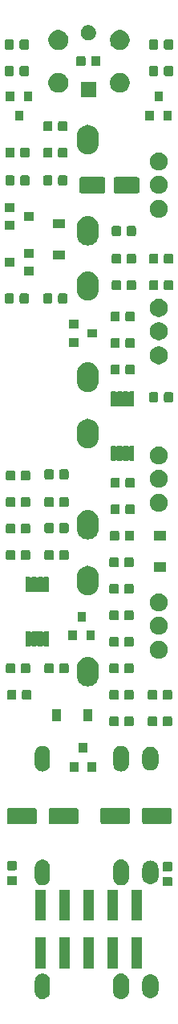
<source format=gbr>
G04 #@! TF.GenerationSoftware,KiCad,Pcbnew,(5.1.5)-3*
G04 #@! TF.CreationDate,2020-07-12T13:51:54+08:00*
G04 #@! TF.ProjectId,Kick-808,4b69636b-2d38-4303-982e-6b696361645f,rev?*
G04 #@! TF.SameCoordinates,Original*
G04 #@! TF.FileFunction,Soldermask,Bot*
G04 #@! TF.FilePolarity,Negative*
%FSLAX46Y46*%
G04 Gerber Fmt 4.6, Leading zero omitted, Abs format (unit mm)*
G04 Created by KiCad (PCBNEW (5.1.5)-3) date 2020-07-12 13:51:54*
%MOMM*%
%LPD*%
G04 APERTURE LIST*
%ADD10C,0.100000*%
G04 APERTURE END LIST*
D10*
G36*
X130546822Y-148521313D02*
G01*
X130707241Y-148569976D01*
X130855077Y-148648995D01*
X130967024Y-148740868D01*
X130984659Y-148755341D01*
X131091004Y-148884922D01*
X131091005Y-148884924D01*
X131170024Y-149032758D01*
X131218687Y-149193177D01*
X131231000Y-149318196D01*
X131231000Y-150401803D01*
X131218687Y-150526823D01*
X131170024Y-150687242D01*
X131144456Y-150735076D01*
X131091004Y-150835078D01*
X130984659Y-150964659D01*
X130855078Y-151071004D01*
X130855076Y-151071005D01*
X130707242Y-151150024D01*
X130546823Y-151198687D01*
X130380000Y-151215117D01*
X130213178Y-151198687D01*
X130052759Y-151150024D01*
X129904925Y-151071005D01*
X129904923Y-151071004D01*
X129775342Y-150964659D01*
X129668997Y-150835078D01*
X129615545Y-150735076D01*
X129589977Y-150687242D01*
X129541314Y-150526823D01*
X129529001Y-150401804D01*
X129529000Y-149318197D01*
X129541313Y-149193178D01*
X129589976Y-149032759D01*
X129668995Y-148884923D01*
X129775341Y-148755341D01*
X129792978Y-148740867D01*
X129904922Y-148648996D01*
X129920310Y-148640771D01*
X130052758Y-148569976D01*
X130213177Y-148521313D01*
X130380000Y-148504883D01*
X130546822Y-148521313D01*
G37*
G36*
X122237022Y-148520590D02*
G01*
X122337681Y-148551125D01*
X122388012Y-148566392D01*
X122490761Y-148621313D01*
X122527164Y-148640771D01*
X122649133Y-148740867D01*
X122661011Y-148755341D01*
X122749229Y-148862835D01*
X122823608Y-149001987D01*
X122832942Y-149032758D01*
X122869410Y-149152977D01*
X122881000Y-149270655D01*
X122881000Y-150449345D01*
X122869410Y-150567023D01*
X122838875Y-150667682D01*
X122823608Y-150718013D01*
X122749229Y-150857165D01*
X122649133Y-150979133D01*
X122527165Y-151079229D01*
X122388013Y-151153608D01*
X122337682Y-151168875D01*
X122237023Y-151199410D01*
X122080000Y-151214875D01*
X121922978Y-151199410D01*
X121822319Y-151168875D01*
X121771988Y-151153608D01*
X121632836Y-151079229D01*
X121510868Y-150979133D01*
X121410772Y-150857165D01*
X121336393Y-150718013D01*
X121321126Y-150667682D01*
X121290591Y-150567023D01*
X121279001Y-150449345D01*
X121279000Y-149270656D01*
X121290590Y-149152978D01*
X121336392Y-149001989D01*
X121336392Y-149001988D01*
X121410771Y-148862836D01*
X121416922Y-148855341D01*
X121510867Y-148740867D01*
X121632835Y-148640771D01*
X121669238Y-148621313D01*
X121771987Y-148566392D01*
X121822318Y-148551125D01*
X121922977Y-148520590D01*
X122080000Y-148505125D01*
X122237022Y-148520590D01*
G37*
G36*
X133646822Y-148621313D02*
G01*
X133807241Y-148669976D01*
X133955077Y-148748995D01*
X134084659Y-148855341D01*
X134191004Y-148984922D01*
X134191005Y-148984924D01*
X134270024Y-149132758D01*
X134318687Y-149293177D01*
X134331000Y-149418196D01*
X134331000Y-150301803D01*
X134318687Y-150426822D01*
X134270024Y-150587242D01*
X134216574Y-150687239D01*
X134191004Y-150735078D01*
X134084659Y-150864659D01*
X133955078Y-150971004D01*
X133955076Y-150971005D01*
X133807242Y-151050024D01*
X133646823Y-151098687D01*
X133480000Y-151115117D01*
X133313178Y-151098687D01*
X133152759Y-151050024D01*
X133004925Y-150971005D01*
X133004923Y-150971004D01*
X132875342Y-150864659D01*
X132768997Y-150735078D01*
X132743427Y-150687239D01*
X132689977Y-150587242D01*
X132641314Y-150426823D01*
X132629000Y-150301803D01*
X132629000Y-149418197D01*
X132641313Y-149293178D01*
X132689976Y-149132759D01*
X132768995Y-148984923D01*
X132875341Y-148855341D01*
X132997191Y-148755341D01*
X133004922Y-148748996D01*
X133020130Y-148740867D01*
X133152758Y-148669976D01*
X133313177Y-148621313D01*
X133480000Y-148604883D01*
X133646822Y-148621313D01*
G37*
G36*
X127551000Y-147979000D02*
G01*
X126449000Y-147979000D01*
X126449000Y-144727000D01*
X127551000Y-144727000D01*
X127551000Y-147979000D01*
G37*
G36*
X132631000Y-147979000D02*
G01*
X131529000Y-147979000D01*
X131529000Y-144727000D01*
X132631000Y-144727000D01*
X132631000Y-147979000D01*
G37*
G36*
X130091000Y-147979000D02*
G01*
X128989000Y-147979000D01*
X128989000Y-144727000D01*
X130091000Y-144727000D01*
X130091000Y-147979000D01*
G37*
G36*
X122471000Y-147979000D02*
G01*
X121369000Y-147979000D01*
X121369000Y-144727000D01*
X122471000Y-144727000D01*
X122471000Y-147979000D01*
G37*
G36*
X125011000Y-147979000D02*
G01*
X123909000Y-147979000D01*
X123909000Y-144727000D01*
X125011000Y-144727000D01*
X125011000Y-147979000D01*
G37*
G36*
X125011000Y-142929000D02*
G01*
X123909000Y-142929000D01*
X123909000Y-139677000D01*
X125011000Y-139677000D01*
X125011000Y-142929000D01*
G37*
G36*
X127551000Y-142929000D02*
G01*
X126449000Y-142929000D01*
X126449000Y-139677000D01*
X127551000Y-139677000D01*
X127551000Y-142929000D01*
G37*
G36*
X130091000Y-142929000D02*
G01*
X128989000Y-142929000D01*
X128989000Y-139677000D01*
X130091000Y-139677000D01*
X130091000Y-142929000D01*
G37*
G36*
X132631000Y-142929000D02*
G01*
X131529000Y-142929000D01*
X131529000Y-139677000D01*
X132631000Y-139677000D01*
X132631000Y-142929000D01*
G37*
G36*
X122471000Y-142929000D02*
G01*
X121369000Y-142929000D01*
X121369000Y-139677000D01*
X122471000Y-139677000D01*
X122471000Y-142929000D01*
G37*
G36*
X135659591Y-138327085D02*
G01*
X135693569Y-138337393D01*
X135724890Y-138354134D01*
X135752339Y-138376661D01*
X135774866Y-138404110D01*
X135791607Y-138435431D01*
X135801915Y-138469409D01*
X135806000Y-138510890D01*
X135806000Y-139112110D01*
X135801915Y-139153591D01*
X135791607Y-139187569D01*
X135774866Y-139218890D01*
X135752339Y-139246339D01*
X135724890Y-139268866D01*
X135693569Y-139285607D01*
X135659591Y-139295915D01*
X135618110Y-139300000D01*
X134941890Y-139300000D01*
X134900409Y-139295915D01*
X134866431Y-139285607D01*
X134835110Y-139268866D01*
X134807661Y-139246339D01*
X134785134Y-139218890D01*
X134768393Y-139187569D01*
X134758085Y-139153591D01*
X134754000Y-139112110D01*
X134754000Y-138510890D01*
X134758085Y-138469409D01*
X134768393Y-138435431D01*
X134785134Y-138404110D01*
X134807661Y-138376661D01*
X134835110Y-138354134D01*
X134866431Y-138337393D01*
X134900409Y-138327085D01*
X134941890Y-138323000D01*
X135618110Y-138323000D01*
X135659591Y-138327085D01*
G37*
G36*
X130546822Y-136519313D02*
G01*
X130707241Y-136567976D01*
X130855077Y-136646995D01*
X130967024Y-136738868D01*
X130984659Y-136753341D01*
X131091004Y-136882922D01*
X131091005Y-136882924D01*
X131170024Y-137030758D01*
X131218687Y-137191177D01*
X131231000Y-137316196D01*
X131231000Y-138399803D01*
X131218687Y-138524823D01*
X131170024Y-138685242D01*
X131144456Y-138733076D01*
X131091004Y-138833078D01*
X130984659Y-138962659D01*
X130855078Y-139069004D01*
X130855076Y-139069005D01*
X130707242Y-139148024D01*
X130707239Y-139148025D01*
X130695427Y-139151608D01*
X130546823Y-139196687D01*
X130380000Y-139213117D01*
X130213178Y-139196687D01*
X130064574Y-139151608D01*
X130052762Y-139148025D01*
X130052759Y-139148024D01*
X129904925Y-139069005D01*
X129904923Y-139069004D01*
X129775342Y-138962659D01*
X129668997Y-138833078D01*
X129615545Y-138733076D01*
X129589977Y-138685242D01*
X129541314Y-138524823D01*
X129529001Y-138399804D01*
X129529000Y-137316197D01*
X129541313Y-137191178D01*
X129589976Y-137030759D01*
X129668995Y-136882923D01*
X129775341Y-136753341D01*
X129792978Y-136738867D01*
X129904922Y-136646996D01*
X129920310Y-136638771D01*
X130052758Y-136567976D01*
X130213177Y-136519313D01*
X130380000Y-136502883D01*
X130546822Y-136519313D01*
G37*
G36*
X122237022Y-136518590D02*
G01*
X122337681Y-136549125D01*
X122388012Y-136564392D01*
X122490761Y-136619313D01*
X122527164Y-136638771D01*
X122649133Y-136738867D01*
X122700666Y-136801661D01*
X122749229Y-136860835D01*
X122823608Y-136999987D01*
X122832942Y-137030758D01*
X122869410Y-137150977D01*
X122881000Y-137268655D01*
X122881000Y-138447345D01*
X122869410Y-138565023D01*
X122838875Y-138665682D01*
X122823608Y-138716013D01*
X122749229Y-138855165D01*
X122649133Y-138977133D01*
X122527165Y-139077229D01*
X122388013Y-139151608D01*
X122370778Y-139156836D01*
X122237023Y-139197410D01*
X122080000Y-139212875D01*
X121922978Y-139197410D01*
X121789223Y-139156836D01*
X121771988Y-139151608D01*
X121632836Y-139077229D01*
X121510868Y-138977133D01*
X121410772Y-138855165D01*
X121336393Y-138716013D01*
X121321126Y-138665682D01*
X121290591Y-138565023D01*
X121279001Y-138447345D01*
X121279000Y-137268656D01*
X121290590Y-137150978D01*
X121336392Y-136999989D01*
X121336392Y-136999988D01*
X121410771Y-136860836D01*
X121432885Y-136833890D01*
X121510867Y-136738867D01*
X121632835Y-136638771D01*
X121669238Y-136619313D01*
X121771987Y-136564392D01*
X121822318Y-136549125D01*
X121922977Y-136518590D01*
X122080000Y-136503125D01*
X122237022Y-136518590D01*
G37*
G36*
X119251591Y-138225085D02*
G01*
X119285569Y-138235393D01*
X119316890Y-138252134D01*
X119344339Y-138274661D01*
X119366866Y-138302110D01*
X119383607Y-138333431D01*
X119393915Y-138367409D01*
X119398000Y-138408890D01*
X119398000Y-139010110D01*
X119393915Y-139051591D01*
X119383607Y-139085569D01*
X119366866Y-139116890D01*
X119344339Y-139144339D01*
X119316890Y-139166866D01*
X119285569Y-139183607D01*
X119251591Y-139193915D01*
X119210110Y-139198000D01*
X118533890Y-139198000D01*
X118492409Y-139193915D01*
X118458431Y-139183607D01*
X118427110Y-139166866D01*
X118399661Y-139144339D01*
X118377134Y-139116890D01*
X118360393Y-139085569D01*
X118350085Y-139051591D01*
X118346000Y-139010110D01*
X118346000Y-138408890D01*
X118350085Y-138367409D01*
X118360393Y-138333431D01*
X118377134Y-138302110D01*
X118399661Y-138274661D01*
X118427110Y-138252134D01*
X118458431Y-138235393D01*
X118492409Y-138225085D01*
X118533890Y-138221000D01*
X119210110Y-138221000D01*
X119251591Y-138225085D01*
G37*
G36*
X133646822Y-136619313D02*
G01*
X133807241Y-136667976D01*
X133955077Y-136746995D01*
X134060958Y-136833890D01*
X134084659Y-136853341D01*
X134191004Y-136982922D01*
X134191005Y-136982924D01*
X134270024Y-137130758D01*
X134318687Y-137291177D01*
X134331000Y-137416196D01*
X134331000Y-138299803D01*
X134318687Y-138424822D01*
X134270024Y-138585242D01*
X134216574Y-138685239D01*
X134191004Y-138733078D01*
X134084659Y-138862659D01*
X133955078Y-138969004D01*
X133955076Y-138969005D01*
X133807242Y-139048024D01*
X133646823Y-139096687D01*
X133480000Y-139113117D01*
X133313178Y-139096687D01*
X133152759Y-139048024D01*
X133004925Y-138969005D01*
X133004923Y-138969004D01*
X132875342Y-138862659D01*
X132768997Y-138733078D01*
X132743427Y-138685239D01*
X132689977Y-138585242D01*
X132641314Y-138424823D01*
X132629000Y-138299803D01*
X132629000Y-137416197D01*
X132641313Y-137291178D01*
X132689976Y-137130759D01*
X132768995Y-136982923D01*
X132875341Y-136853341D01*
X132899042Y-136833890D01*
X133004922Y-136746996D01*
X133042126Y-136727110D01*
X133152758Y-136667976D01*
X133313177Y-136619313D01*
X133480000Y-136602883D01*
X133646822Y-136619313D01*
G37*
G36*
X135659591Y-136752085D02*
G01*
X135693569Y-136762393D01*
X135724890Y-136779134D01*
X135752339Y-136801661D01*
X135774866Y-136829110D01*
X135791607Y-136860431D01*
X135801915Y-136894409D01*
X135806000Y-136935890D01*
X135806000Y-137537110D01*
X135801915Y-137578591D01*
X135791607Y-137612569D01*
X135774866Y-137643890D01*
X135752339Y-137671339D01*
X135724890Y-137693866D01*
X135693569Y-137710607D01*
X135659591Y-137720915D01*
X135618110Y-137725000D01*
X134941890Y-137725000D01*
X134900409Y-137720915D01*
X134866431Y-137710607D01*
X134835110Y-137693866D01*
X134807661Y-137671339D01*
X134785134Y-137643890D01*
X134768393Y-137612569D01*
X134758085Y-137578591D01*
X134754000Y-137537110D01*
X134754000Y-136935890D01*
X134758085Y-136894409D01*
X134768393Y-136860431D01*
X134785134Y-136829110D01*
X134807661Y-136801661D01*
X134835110Y-136779134D01*
X134866431Y-136762393D01*
X134900409Y-136752085D01*
X134941890Y-136748000D01*
X135618110Y-136748000D01*
X135659591Y-136752085D01*
G37*
G36*
X119251591Y-136650085D02*
G01*
X119285569Y-136660393D01*
X119316890Y-136677134D01*
X119344339Y-136699661D01*
X119366866Y-136727110D01*
X119383607Y-136758431D01*
X119393915Y-136792409D01*
X119398000Y-136833890D01*
X119398000Y-137435110D01*
X119393915Y-137476591D01*
X119383607Y-137510569D01*
X119366866Y-137541890D01*
X119344339Y-137569339D01*
X119316890Y-137591866D01*
X119285569Y-137608607D01*
X119251591Y-137618915D01*
X119210110Y-137623000D01*
X118533890Y-137623000D01*
X118492409Y-137618915D01*
X118458431Y-137608607D01*
X118427110Y-137591866D01*
X118399661Y-137569339D01*
X118377134Y-137541890D01*
X118360393Y-137510569D01*
X118350085Y-137476591D01*
X118346000Y-137435110D01*
X118346000Y-136833890D01*
X118350085Y-136792409D01*
X118360393Y-136758431D01*
X118377134Y-136727110D01*
X118399661Y-136699661D01*
X118427110Y-136677134D01*
X118458431Y-136660393D01*
X118492409Y-136650085D01*
X118533890Y-136646000D01*
X119210110Y-136646000D01*
X119251591Y-136650085D01*
G37*
G36*
X125728997Y-131081051D02*
G01*
X125762652Y-131091261D01*
X125793665Y-131107838D01*
X125820851Y-131130149D01*
X125843162Y-131157335D01*
X125859739Y-131188348D01*
X125869949Y-131222003D01*
X125874000Y-131263138D01*
X125874000Y-132592862D01*
X125869949Y-132633997D01*
X125859739Y-132667652D01*
X125843162Y-132698665D01*
X125820851Y-132725851D01*
X125793665Y-132748162D01*
X125762652Y-132764739D01*
X125728997Y-132774949D01*
X125687862Y-132779000D01*
X122958138Y-132779000D01*
X122917003Y-132774949D01*
X122883348Y-132764739D01*
X122852335Y-132748162D01*
X122825149Y-132725851D01*
X122802838Y-132698665D01*
X122786261Y-132667652D01*
X122776051Y-132633997D01*
X122772000Y-132592862D01*
X122772000Y-131263138D01*
X122776051Y-131222003D01*
X122786261Y-131188348D01*
X122802838Y-131157335D01*
X122825149Y-131130149D01*
X122852335Y-131107838D01*
X122883348Y-131091261D01*
X122917003Y-131081051D01*
X122958138Y-131077000D01*
X125687862Y-131077000D01*
X125728997Y-131081051D01*
G37*
G36*
X121328997Y-131081051D02*
G01*
X121362652Y-131091261D01*
X121393665Y-131107838D01*
X121420851Y-131130149D01*
X121443162Y-131157335D01*
X121459739Y-131188348D01*
X121469949Y-131222003D01*
X121474000Y-131263138D01*
X121474000Y-132592862D01*
X121469949Y-132633997D01*
X121459739Y-132667652D01*
X121443162Y-132698665D01*
X121420851Y-132725851D01*
X121393665Y-132748162D01*
X121362652Y-132764739D01*
X121328997Y-132774949D01*
X121287862Y-132779000D01*
X118558138Y-132779000D01*
X118517003Y-132774949D01*
X118483348Y-132764739D01*
X118452335Y-132748162D01*
X118425149Y-132725851D01*
X118402838Y-132698665D01*
X118386261Y-132667652D01*
X118376051Y-132633997D01*
X118372000Y-132592862D01*
X118372000Y-131263138D01*
X118376051Y-131222003D01*
X118386261Y-131188348D01*
X118402838Y-131157335D01*
X118425149Y-131130149D01*
X118452335Y-131107838D01*
X118483348Y-131091261D01*
X118517003Y-131081051D01*
X118558138Y-131077000D01*
X121287862Y-131077000D01*
X121328997Y-131081051D01*
G37*
G36*
X135583997Y-131030051D02*
G01*
X135617652Y-131040261D01*
X135648665Y-131056838D01*
X135675851Y-131079149D01*
X135698162Y-131106335D01*
X135714739Y-131137348D01*
X135724949Y-131171003D01*
X135729000Y-131212138D01*
X135729000Y-132541862D01*
X135724949Y-132582997D01*
X135714739Y-132616652D01*
X135698162Y-132647665D01*
X135675851Y-132674851D01*
X135648665Y-132697162D01*
X135617652Y-132713739D01*
X135583997Y-132723949D01*
X135542862Y-132728000D01*
X132813138Y-132728000D01*
X132772003Y-132723949D01*
X132738348Y-132713739D01*
X132707335Y-132697162D01*
X132680149Y-132674851D01*
X132657838Y-132647665D01*
X132641261Y-132616652D01*
X132631051Y-132582997D01*
X132627000Y-132541862D01*
X132627000Y-131212138D01*
X132631051Y-131171003D01*
X132641261Y-131137348D01*
X132657838Y-131106335D01*
X132680149Y-131079149D01*
X132707335Y-131056838D01*
X132738348Y-131040261D01*
X132772003Y-131030051D01*
X132813138Y-131026000D01*
X135542862Y-131026000D01*
X135583997Y-131030051D01*
G37*
G36*
X131183997Y-131030051D02*
G01*
X131217652Y-131040261D01*
X131248665Y-131056838D01*
X131275851Y-131079149D01*
X131298162Y-131106335D01*
X131314739Y-131137348D01*
X131324949Y-131171003D01*
X131329000Y-131212138D01*
X131329000Y-132541862D01*
X131324949Y-132582997D01*
X131314739Y-132616652D01*
X131298162Y-132647665D01*
X131275851Y-132674851D01*
X131248665Y-132697162D01*
X131217652Y-132713739D01*
X131183997Y-132723949D01*
X131142862Y-132728000D01*
X128413138Y-132728000D01*
X128372003Y-132723949D01*
X128338348Y-132713739D01*
X128307335Y-132697162D01*
X128280149Y-132674851D01*
X128257838Y-132647665D01*
X128241261Y-132616652D01*
X128231051Y-132582997D01*
X128227000Y-132541862D01*
X128227000Y-131212138D01*
X128231051Y-131171003D01*
X128241261Y-131137348D01*
X128257838Y-131106335D01*
X128280149Y-131079149D01*
X128307335Y-131056838D01*
X128338348Y-131040261D01*
X128372003Y-131030051D01*
X128413138Y-131026000D01*
X131142862Y-131026000D01*
X131183997Y-131030051D01*
G37*
G36*
X127766000Y-127231000D02*
G01*
X126864000Y-127231000D01*
X126864000Y-126229000D01*
X127766000Y-126229000D01*
X127766000Y-127231000D01*
G37*
G36*
X125866000Y-127231000D02*
G01*
X124964000Y-127231000D01*
X124964000Y-126229000D01*
X125866000Y-126229000D01*
X125866000Y-127231000D01*
G37*
G36*
X130546822Y-124518313D02*
G01*
X130707241Y-124566976D01*
X130855077Y-124645995D01*
X130967024Y-124737868D01*
X130984659Y-124752341D01*
X131091004Y-124881922D01*
X131091005Y-124881924D01*
X131170024Y-125029758D01*
X131218687Y-125190177D01*
X131231000Y-125315196D01*
X131231000Y-126398803D01*
X131218687Y-126523823D01*
X131170024Y-126684242D01*
X131144456Y-126732076D01*
X131091004Y-126832078D01*
X130984659Y-126961659D01*
X130855078Y-127068004D01*
X130855076Y-127068005D01*
X130707242Y-127147024D01*
X130546823Y-127195687D01*
X130380000Y-127212117D01*
X130213178Y-127195687D01*
X130052759Y-127147024D01*
X129904925Y-127068005D01*
X129904923Y-127068004D01*
X129775342Y-126961659D01*
X129668997Y-126832078D01*
X129615545Y-126732076D01*
X129589977Y-126684242D01*
X129541314Y-126523823D01*
X129529001Y-126398804D01*
X129529000Y-125315197D01*
X129541313Y-125190178D01*
X129589976Y-125029759D01*
X129668995Y-124881923D01*
X129775341Y-124752341D01*
X129792978Y-124737867D01*
X129904922Y-124645996D01*
X129920310Y-124637771D01*
X130052758Y-124566976D01*
X130213177Y-124518313D01*
X130380000Y-124501883D01*
X130546822Y-124518313D01*
G37*
G36*
X122237022Y-124517590D02*
G01*
X122337681Y-124548125D01*
X122388012Y-124563392D01*
X122490761Y-124618313D01*
X122527164Y-124637771D01*
X122649133Y-124737867D01*
X122661011Y-124752341D01*
X122749229Y-124859835D01*
X122823608Y-124998987D01*
X122832942Y-125029758D01*
X122869410Y-125149977D01*
X122881000Y-125267655D01*
X122881000Y-126446345D01*
X122869410Y-126564023D01*
X122838875Y-126664682D01*
X122823608Y-126715013D01*
X122749229Y-126854165D01*
X122649133Y-126976133D01*
X122527165Y-127076229D01*
X122388013Y-127150608D01*
X122337682Y-127165875D01*
X122237023Y-127196410D01*
X122080000Y-127211875D01*
X121922978Y-127196410D01*
X121822319Y-127165875D01*
X121771988Y-127150608D01*
X121632836Y-127076229D01*
X121510868Y-126976133D01*
X121410772Y-126854165D01*
X121336393Y-126715013D01*
X121321126Y-126664682D01*
X121290591Y-126564023D01*
X121279001Y-126446345D01*
X121279000Y-125267656D01*
X121290590Y-125149978D01*
X121336392Y-124998989D01*
X121336392Y-124998988D01*
X121410771Y-124859836D01*
X121416922Y-124852341D01*
X121510867Y-124737867D01*
X121632835Y-124637771D01*
X121669238Y-124618313D01*
X121771987Y-124563392D01*
X121822318Y-124548125D01*
X121922977Y-124517590D01*
X122080000Y-124502125D01*
X122237022Y-124517590D01*
G37*
G36*
X133646822Y-124618313D02*
G01*
X133807241Y-124666976D01*
X133955077Y-124745995D01*
X134084659Y-124852341D01*
X134191004Y-124981922D01*
X134191005Y-124981924D01*
X134270024Y-125129758D01*
X134318687Y-125290177D01*
X134331000Y-125415196D01*
X134331000Y-126298803D01*
X134318687Y-126423822D01*
X134270024Y-126584242D01*
X134216574Y-126684239D01*
X134191004Y-126732078D01*
X134084659Y-126861659D01*
X133955078Y-126968004D01*
X133955076Y-126968005D01*
X133807242Y-127047024D01*
X133646823Y-127095687D01*
X133480000Y-127112117D01*
X133313178Y-127095687D01*
X133152759Y-127047024D01*
X133004925Y-126968005D01*
X133004923Y-126968004D01*
X132875342Y-126861659D01*
X132768997Y-126732078D01*
X132743427Y-126684239D01*
X132689977Y-126584242D01*
X132641314Y-126423823D01*
X132629000Y-126298803D01*
X132629000Y-125415197D01*
X132641313Y-125290178D01*
X132689976Y-125129759D01*
X132768995Y-124981923D01*
X132875341Y-124852341D01*
X132997191Y-124752341D01*
X133004922Y-124745996D01*
X133020130Y-124737867D01*
X133152758Y-124666976D01*
X133313177Y-124618313D01*
X133480000Y-124601883D01*
X133646822Y-124618313D01*
G37*
G36*
X126816000Y-125231000D02*
G01*
X125914000Y-125231000D01*
X125914000Y-124229000D01*
X126816000Y-124229000D01*
X126816000Y-125231000D01*
G37*
G36*
X135622591Y-121398085D02*
G01*
X135656569Y-121408393D01*
X135687890Y-121425134D01*
X135715339Y-121447661D01*
X135737866Y-121475110D01*
X135754607Y-121506431D01*
X135764915Y-121540409D01*
X135769000Y-121581890D01*
X135769000Y-122258110D01*
X135764915Y-122299591D01*
X135754607Y-122333569D01*
X135737866Y-122364890D01*
X135715339Y-122392339D01*
X135687890Y-122414866D01*
X135656569Y-122431607D01*
X135622591Y-122441915D01*
X135581110Y-122446000D01*
X134979890Y-122446000D01*
X134938409Y-122441915D01*
X134904431Y-122431607D01*
X134873110Y-122414866D01*
X134845661Y-122392339D01*
X134823134Y-122364890D01*
X134806393Y-122333569D01*
X134796085Y-122299591D01*
X134792000Y-122258110D01*
X134792000Y-121581890D01*
X134796085Y-121540409D01*
X134806393Y-121506431D01*
X134823134Y-121475110D01*
X134845661Y-121447661D01*
X134873110Y-121425134D01*
X134904431Y-121408393D01*
X134938409Y-121398085D01*
X134979890Y-121394000D01*
X135581110Y-121394000D01*
X135622591Y-121398085D01*
G37*
G36*
X134047591Y-121398085D02*
G01*
X134081569Y-121408393D01*
X134112890Y-121425134D01*
X134140339Y-121447661D01*
X134162866Y-121475110D01*
X134179607Y-121506431D01*
X134189915Y-121540409D01*
X134194000Y-121581890D01*
X134194000Y-122258110D01*
X134189915Y-122299591D01*
X134179607Y-122333569D01*
X134162866Y-122364890D01*
X134140339Y-122392339D01*
X134112890Y-122414866D01*
X134081569Y-122431607D01*
X134047591Y-122441915D01*
X134006110Y-122446000D01*
X133404890Y-122446000D01*
X133363409Y-122441915D01*
X133329431Y-122431607D01*
X133298110Y-122414866D01*
X133270661Y-122392339D01*
X133248134Y-122364890D01*
X133231393Y-122333569D01*
X133221085Y-122299591D01*
X133217000Y-122258110D01*
X133217000Y-121581890D01*
X133221085Y-121540409D01*
X133231393Y-121506431D01*
X133248134Y-121475110D01*
X133270661Y-121447661D01*
X133298110Y-121425134D01*
X133329431Y-121408393D01*
X133363409Y-121398085D01*
X133404890Y-121394000D01*
X134006110Y-121394000D01*
X134047591Y-121398085D01*
G37*
G36*
X131558591Y-121398085D02*
G01*
X131592569Y-121408393D01*
X131623890Y-121425134D01*
X131651339Y-121447661D01*
X131673866Y-121475110D01*
X131690607Y-121506431D01*
X131700915Y-121540409D01*
X131705000Y-121581890D01*
X131705000Y-122258110D01*
X131700915Y-122299591D01*
X131690607Y-122333569D01*
X131673866Y-122364890D01*
X131651339Y-122392339D01*
X131623890Y-122414866D01*
X131592569Y-122431607D01*
X131558591Y-122441915D01*
X131517110Y-122446000D01*
X130915890Y-122446000D01*
X130874409Y-122441915D01*
X130840431Y-122431607D01*
X130809110Y-122414866D01*
X130781661Y-122392339D01*
X130759134Y-122364890D01*
X130742393Y-122333569D01*
X130732085Y-122299591D01*
X130728000Y-122258110D01*
X130728000Y-121581890D01*
X130732085Y-121540409D01*
X130742393Y-121506431D01*
X130759134Y-121475110D01*
X130781661Y-121447661D01*
X130809110Y-121425134D01*
X130840431Y-121408393D01*
X130874409Y-121398085D01*
X130915890Y-121394000D01*
X131517110Y-121394000D01*
X131558591Y-121398085D01*
G37*
G36*
X129983591Y-121398085D02*
G01*
X130017569Y-121408393D01*
X130048890Y-121425134D01*
X130076339Y-121447661D01*
X130098866Y-121475110D01*
X130115607Y-121506431D01*
X130125915Y-121540409D01*
X130130000Y-121581890D01*
X130130000Y-122258110D01*
X130125915Y-122299591D01*
X130115607Y-122333569D01*
X130098866Y-122364890D01*
X130076339Y-122392339D01*
X130048890Y-122414866D01*
X130017569Y-122431607D01*
X129983591Y-122441915D01*
X129942110Y-122446000D01*
X129340890Y-122446000D01*
X129299409Y-122441915D01*
X129265431Y-122431607D01*
X129234110Y-122414866D01*
X129206661Y-122392339D01*
X129184134Y-122364890D01*
X129167393Y-122333569D01*
X129157085Y-122299591D01*
X129153000Y-122258110D01*
X129153000Y-121581890D01*
X129157085Y-121540409D01*
X129167393Y-121506431D01*
X129184134Y-121475110D01*
X129206661Y-121447661D01*
X129234110Y-121425134D01*
X129265431Y-121408393D01*
X129299409Y-121398085D01*
X129340890Y-121394000D01*
X129942110Y-121394000D01*
X129983591Y-121398085D01*
G37*
G36*
X124073000Y-121936000D02*
G01*
X123071000Y-121936000D01*
X123071000Y-120634000D01*
X124073000Y-120634000D01*
X124073000Y-121936000D01*
G37*
G36*
X127373000Y-121936000D02*
G01*
X126371000Y-121936000D01*
X126371000Y-120634000D01*
X127373000Y-120634000D01*
X127373000Y-121936000D01*
G37*
G36*
X129983591Y-118604085D02*
G01*
X130017569Y-118614393D01*
X130048890Y-118631134D01*
X130076339Y-118653661D01*
X130098866Y-118681110D01*
X130115607Y-118712431D01*
X130125915Y-118746409D01*
X130130000Y-118787890D01*
X130130000Y-119464110D01*
X130125915Y-119505591D01*
X130115607Y-119539569D01*
X130098866Y-119570890D01*
X130076339Y-119598339D01*
X130048890Y-119620866D01*
X130017569Y-119637607D01*
X129983591Y-119647915D01*
X129942110Y-119652000D01*
X129340890Y-119652000D01*
X129299409Y-119647915D01*
X129265431Y-119637607D01*
X129234110Y-119620866D01*
X129206661Y-119598339D01*
X129184134Y-119570890D01*
X129167393Y-119539569D01*
X129157085Y-119505591D01*
X129153000Y-119464110D01*
X129153000Y-118787890D01*
X129157085Y-118746409D01*
X129167393Y-118712431D01*
X129184134Y-118681110D01*
X129206661Y-118653661D01*
X129234110Y-118631134D01*
X129265431Y-118614393D01*
X129299409Y-118604085D01*
X129340890Y-118600000D01*
X129942110Y-118600000D01*
X129983591Y-118604085D01*
G37*
G36*
X131558591Y-118604085D02*
G01*
X131592569Y-118614393D01*
X131623890Y-118631134D01*
X131651339Y-118653661D01*
X131673866Y-118681110D01*
X131690607Y-118712431D01*
X131700915Y-118746409D01*
X131705000Y-118787890D01*
X131705000Y-119464110D01*
X131700915Y-119505591D01*
X131690607Y-119539569D01*
X131673866Y-119570890D01*
X131651339Y-119598339D01*
X131623890Y-119620866D01*
X131592569Y-119637607D01*
X131558591Y-119647915D01*
X131517110Y-119652000D01*
X130915890Y-119652000D01*
X130874409Y-119647915D01*
X130840431Y-119637607D01*
X130809110Y-119620866D01*
X130781661Y-119598339D01*
X130759134Y-119570890D01*
X130742393Y-119539569D01*
X130732085Y-119505591D01*
X130728000Y-119464110D01*
X130728000Y-118787890D01*
X130732085Y-118746409D01*
X130742393Y-118712431D01*
X130759134Y-118681110D01*
X130781661Y-118653661D01*
X130809110Y-118631134D01*
X130840431Y-118614393D01*
X130874409Y-118604085D01*
X130915890Y-118600000D01*
X131517110Y-118600000D01*
X131558591Y-118604085D01*
G37*
G36*
X119188591Y-118604085D02*
G01*
X119222569Y-118614393D01*
X119253890Y-118631134D01*
X119281339Y-118653661D01*
X119303866Y-118681110D01*
X119320607Y-118712431D01*
X119330915Y-118746409D01*
X119335000Y-118787890D01*
X119335000Y-119464110D01*
X119330915Y-119505591D01*
X119320607Y-119539569D01*
X119303866Y-119570890D01*
X119281339Y-119598339D01*
X119253890Y-119620866D01*
X119222569Y-119637607D01*
X119188591Y-119647915D01*
X119147110Y-119652000D01*
X118545890Y-119652000D01*
X118504409Y-119647915D01*
X118470431Y-119637607D01*
X118439110Y-119620866D01*
X118411661Y-119598339D01*
X118389134Y-119570890D01*
X118372393Y-119539569D01*
X118362085Y-119505591D01*
X118358000Y-119464110D01*
X118358000Y-118787890D01*
X118362085Y-118746409D01*
X118372393Y-118712431D01*
X118389134Y-118681110D01*
X118411661Y-118653661D01*
X118439110Y-118631134D01*
X118470431Y-118614393D01*
X118504409Y-118604085D01*
X118545890Y-118600000D01*
X119147110Y-118600000D01*
X119188591Y-118604085D01*
G37*
G36*
X135622591Y-118604085D02*
G01*
X135656569Y-118614393D01*
X135687890Y-118631134D01*
X135715339Y-118653661D01*
X135737866Y-118681110D01*
X135754607Y-118712431D01*
X135764915Y-118746409D01*
X135769000Y-118787890D01*
X135769000Y-119464110D01*
X135764915Y-119505591D01*
X135754607Y-119539569D01*
X135737866Y-119570890D01*
X135715339Y-119598339D01*
X135687890Y-119620866D01*
X135656569Y-119637607D01*
X135622591Y-119647915D01*
X135581110Y-119652000D01*
X134979890Y-119652000D01*
X134938409Y-119647915D01*
X134904431Y-119637607D01*
X134873110Y-119620866D01*
X134845661Y-119598339D01*
X134823134Y-119570890D01*
X134806393Y-119539569D01*
X134796085Y-119505591D01*
X134792000Y-119464110D01*
X134792000Y-118787890D01*
X134796085Y-118746409D01*
X134806393Y-118712431D01*
X134823134Y-118681110D01*
X134845661Y-118653661D01*
X134873110Y-118631134D01*
X134904431Y-118614393D01*
X134938409Y-118604085D01*
X134979890Y-118600000D01*
X135581110Y-118600000D01*
X135622591Y-118604085D01*
G37*
G36*
X134047591Y-118604085D02*
G01*
X134081569Y-118614393D01*
X134112890Y-118631134D01*
X134140339Y-118653661D01*
X134162866Y-118681110D01*
X134179607Y-118712431D01*
X134189915Y-118746409D01*
X134194000Y-118787890D01*
X134194000Y-119464110D01*
X134189915Y-119505591D01*
X134179607Y-119539569D01*
X134162866Y-119570890D01*
X134140339Y-119598339D01*
X134112890Y-119620866D01*
X134081569Y-119637607D01*
X134047591Y-119647915D01*
X134006110Y-119652000D01*
X133404890Y-119652000D01*
X133363409Y-119647915D01*
X133329431Y-119637607D01*
X133298110Y-119620866D01*
X133270661Y-119598339D01*
X133248134Y-119570890D01*
X133231393Y-119539569D01*
X133221085Y-119505591D01*
X133217000Y-119464110D01*
X133217000Y-118787890D01*
X133221085Y-118746409D01*
X133231393Y-118712431D01*
X133248134Y-118681110D01*
X133270661Y-118653661D01*
X133298110Y-118631134D01*
X133329431Y-118614393D01*
X133363409Y-118604085D01*
X133404890Y-118600000D01*
X134006110Y-118600000D01*
X134047591Y-118604085D01*
G37*
G36*
X120763591Y-118604085D02*
G01*
X120797569Y-118614393D01*
X120828890Y-118631134D01*
X120856339Y-118653661D01*
X120878866Y-118681110D01*
X120895607Y-118712431D01*
X120905915Y-118746409D01*
X120910000Y-118787890D01*
X120910000Y-119464110D01*
X120905915Y-119505591D01*
X120895607Y-119539569D01*
X120878866Y-119570890D01*
X120856339Y-119598339D01*
X120828890Y-119620866D01*
X120797569Y-119637607D01*
X120763591Y-119647915D01*
X120722110Y-119652000D01*
X120120890Y-119652000D01*
X120079409Y-119647915D01*
X120045431Y-119637607D01*
X120014110Y-119620866D01*
X119986661Y-119598339D01*
X119964134Y-119570890D01*
X119947393Y-119539569D01*
X119937085Y-119505591D01*
X119933000Y-119464110D01*
X119933000Y-118787890D01*
X119937085Y-118746409D01*
X119947393Y-118712431D01*
X119964134Y-118681110D01*
X119986661Y-118653661D01*
X120014110Y-118631134D01*
X120045431Y-118614393D01*
X120079409Y-118604085D01*
X120120890Y-118600000D01*
X120722110Y-118600000D01*
X120763591Y-118604085D01*
G37*
G36*
X127098634Y-115152654D02*
G01*
X127315599Y-115218470D01*
X127315601Y-115218471D01*
X127515553Y-115325347D01*
X127515555Y-115325348D01*
X127515554Y-115325348D01*
X127690818Y-115469182D01*
X127755652Y-115548183D01*
X127834653Y-115644445D01*
X127937646Y-115837134D01*
X127941530Y-115844400D01*
X127989519Y-116002599D01*
X128007346Y-116061366D01*
X128024000Y-116230455D01*
X128024000Y-117143544D01*
X128007346Y-117312634D01*
X127941529Y-117529602D01*
X127834653Y-117729555D01*
X127690818Y-117904818D01*
X127515555Y-118048653D01*
X127315602Y-118155529D01*
X127315600Y-118155530D01*
X127098635Y-118221346D01*
X126873000Y-118243569D01*
X126647366Y-118221346D01*
X126430401Y-118155530D01*
X126430399Y-118155529D01*
X126230446Y-118048653D01*
X126055183Y-117904818D01*
X125911347Y-117729554D01*
X125804471Y-117529602D01*
X125738654Y-117312634D01*
X125722000Y-117143545D01*
X125722000Y-116230456D01*
X125738654Y-116061367D01*
X125738654Y-116061366D01*
X125804470Y-115844401D01*
X125815058Y-115824592D01*
X125911347Y-115644447D01*
X125933219Y-115617796D01*
X126055182Y-115469182D01*
X126134183Y-115404348D01*
X126230445Y-115325347D01*
X126430398Y-115218471D01*
X126430400Y-115218470D01*
X126647365Y-115152654D01*
X126873000Y-115130431D01*
X127098634Y-115152654D01*
G37*
G36*
X119061591Y-115810085D02*
G01*
X119095569Y-115820393D01*
X119126890Y-115837134D01*
X119154339Y-115859661D01*
X119176866Y-115887110D01*
X119193607Y-115918431D01*
X119203915Y-115952409D01*
X119208000Y-115993890D01*
X119208000Y-116670110D01*
X119203915Y-116711591D01*
X119193607Y-116745569D01*
X119176866Y-116776890D01*
X119154339Y-116804339D01*
X119126890Y-116826866D01*
X119095569Y-116843607D01*
X119061591Y-116853915D01*
X119020110Y-116858000D01*
X118418890Y-116858000D01*
X118377409Y-116853915D01*
X118343431Y-116843607D01*
X118312110Y-116826866D01*
X118284661Y-116804339D01*
X118262134Y-116776890D01*
X118245393Y-116745569D01*
X118235085Y-116711591D01*
X118231000Y-116670110D01*
X118231000Y-115993890D01*
X118235085Y-115952409D01*
X118245393Y-115918431D01*
X118262134Y-115887110D01*
X118284661Y-115859661D01*
X118312110Y-115837134D01*
X118343431Y-115820393D01*
X118377409Y-115810085D01*
X118418890Y-115806000D01*
X119020110Y-115806000D01*
X119061591Y-115810085D01*
G37*
G36*
X120636591Y-115810085D02*
G01*
X120670569Y-115820393D01*
X120701890Y-115837134D01*
X120729339Y-115859661D01*
X120751866Y-115887110D01*
X120768607Y-115918431D01*
X120778915Y-115952409D01*
X120783000Y-115993890D01*
X120783000Y-116670110D01*
X120778915Y-116711591D01*
X120768607Y-116745569D01*
X120751866Y-116776890D01*
X120729339Y-116804339D01*
X120701890Y-116826866D01*
X120670569Y-116843607D01*
X120636591Y-116853915D01*
X120595110Y-116858000D01*
X119993890Y-116858000D01*
X119952409Y-116853915D01*
X119918431Y-116843607D01*
X119887110Y-116826866D01*
X119859661Y-116804339D01*
X119837134Y-116776890D01*
X119820393Y-116745569D01*
X119810085Y-116711591D01*
X119806000Y-116670110D01*
X119806000Y-115993890D01*
X119810085Y-115952409D01*
X119820393Y-115918431D01*
X119837134Y-115887110D01*
X119859661Y-115859661D01*
X119887110Y-115837134D01*
X119918431Y-115820393D01*
X119952409Y-115810085D01*
X119993890Y-115806000D01*
X120595110Y-115806000D01*
X120636591Y-115810085D01*
G37*
G36*
X131558591Y-115810085D02*
G01*
X131592569Y-115820393D01*
X131623890Y-115837134D01*
X131651339Y-115859661D01*
X131673866Y-115887110D01*
X131690607Y-115918431D01*
X131700915Y-115952409D01*
X131705000Y-115993890D01*
X131705000Y-116670110D01*
X131700915Y-116711591D01*
X131690607Y-116745569D01*
X131673866Y-116776890D01*
X131651339Y-116804339D01*
X131623890Y-116826866D01*
X131592569Y-116843607D01*
X131558591Y-116853915D01*
X131517110Y-116858000D01*
X130915890Y-116858000D01*
X130874409Y-116853915D01*
X130840431Y-116843607D01*
X130809110Y-116826866D01*
X130781661Y-116804339D01*
X130759134Y-116776890D01*
X130742393Y-116745569D01*
X130732085Y-116711591D01*
X130728000Y-116670110D01*
X130728000Y-115993890D01*
X130732085Y-115952409D01*
X130742393Y-115918431D01*
X130759134Y-115887110D01*
X130781661Y-115859661D01*
X130809110Y-115837134D01*
X130840431Y-115820393D01*
X130874409Y-115810085D01*
X130915890Y-115806000D01*
X131517110Y-115806000D01*
X131558591Y-115810085D01*
G37*
G36*
X129983591Y-115810085D02*
G01*
X130017569Y-115820393D01*
X130048890Y-115837134D01*
X130076339Y-115859661D01*
X130098866Y-115887110D01*
X130115607Y-115918431D01*
X130125915Y-115952409D01*
X130130000Y-115993890D01*
X130130000Y-116670110D01*
X130125915Y-116711591D01*
X130115607Y-116745569D01*
X130098866Y-116776890D01*
X130076339Y-116804339D01*
X130048890Y-116826866D01*
X130017569Y-116843607D01*
X129983591Y-116853915D01*
X129942110Y-116858000D01*
X129340890Y-116858000D01*
X129299409Y-116853915D01*
X129265431Y-116843607D01*
X129234110Y-116826866D01*
X129206661Y-116804339D01*
X129184134Y-116776890D01*
X129167393Y-116745569D01*
X129157085Y-116711591D01*
X129153000Y-116670110D01*
X129153000Y-115993890D01*
X129157085Y-115952409D01*
X129167393Y-115918431D01*
X129184134Y-115887110D01*
X129206661Y-115859661D01*
X129234110Y-115837134D01*
X129265431Y-115820393D01*
X129299409Y-115810085D01*
X129340890Y-115806000D01*
X129942110Y-115806000D01*
X129983591Y-115810085D01*
G37*
G36*
X123125591Y-115810085D02*
G01*
X123159569Y-115820393D01*
X123190890Y-115837134D01*
X123218339Y-115859661D01*
X123240866Y-115887110D01*
X123257607Y-115918431D01*
X123267915Y-115952409D01*
X123272000Y-115993890D01*
X123272000Y-116670110D01*
X123267915Y-116711591D01*
X123257607Y-116745569D01*
X123240866Y-116776890D01*
X123218339Y-116804339D01*
X123190890Y-116826866D01*
X123159569Y-116843607D01*
X123125591Y-116853915D01*
X123084110Y-116858000D01*
X122482890Y-116858000D01*
X122441409Y-116853915D01*
X122407431Y-116843607D01*
X122376110Y-116826866D01*
X122348661Y-116804339D01*
X122326134Y-116776890D01*
X122309393Y-116745569D01*
X122299085Y-116711591D01*
X122295000Y-116670110D01*
X122295000Y-115993890D01*
X122299085Y-115952409D01*
X122309393Y-115918431D01*
X122326134Y-115887110D01*
X122348661Y-115859661D01*
X122376110Y-115837134D01*
X122407431Y-115820393D01*
X122441409Y-115810085D01*
X122482890Y-115806000D01*
X123084110Y-115806000D01*
X123125591Y-115810085D01*
G37*
G36*
X124700591Y-115810085D02*
G01*
X124734569Y-115820393D01*
X124765890Y-115837134D01*
X124793339Y-115859661D01*
X124815866Y-115887110D01*
X124832607Y-115918431D01*
X124842915Y-115952409D01*
X124847000Y-115993890D01*
X124847000Y-116670110D01*
X124842915Y-116711591D01*
X124832607Y-116745569D01*
X124815866Y-116776890D01*
X124793339Y-116804339D01*
X124765890Y-116826866D01*
X124734569Y-116843607D01*
X124700591Y-116853915D01*
X124659110Y-116858000D01*
X124057890Y-116858000D01*
X124016409Y-116853915D01*
X123982431Y-116843607D01*
X123951110Y-116826866D01*
X123923661Y-116804339D01*
X123901134Y-116776890D01*
X123884393Y-116745569D01*
X123874085Y-116711591D01*
X123870000Y-116670110D01*
X123870000Y-115993890D01*
X123874085Y-115952409D01*
X123884393Y-115918431D01*
X123901134Y-115887110D01*
X123923661Y-115859661D01*
X123951110Y-115837134D01*
X123982431Y-115820393D01*
X124016409Y-115810085D01*
X124057890Y-115806000D01*
X124659110Y-115806000D01*
X124700591Y-115810085D01*
G37*
G36*
X134650405Y-113472546D02*
G01*
X134823476Y-113544234D01*
X134823477Y-113544235D01*
X134979237Y-113648310D01*
X135111700Y-113780773D01*
X135111701Y-113780775D01*
X135215776Y-113936534D01*
X135287464Y-114109605D01*
X135324010Y-114293333D01*
X135324010Y-114480667D01*
X135287464Y-114664395D01*
X135215776Y-114837466D01*
X135215775Y-114837467D01*
X135111700Y-114993227D01*
X134979237Y-115125690D01*
X134938882Y-115152654D01*
X134823476Y-115229766D01*
X134650405Y-115301454D01*
X134466677Y-115338000D01*
X134279343Y-115338000D01*
X134095615Y-115301454D01*
X133922544Y-115229766D01*
X133807138Y-115152654D01*
X133766783Y-115125690D01*
X133634320Y-114993227D01*
X133530245Y-114837467D01*
X133530244Y-114837466D01*
X133458556Y-114664395D01*
X133422010Y-114480667D01*
X133422010Y-114293333D01*
X133458556Y-114109605D01*
X133530244Y-113936534D01*
X133634319Y-113780775D01*
X133634320Y-113780773D01*
X133766783Y-113648310D01*
X133922543Y-113544235D01*
X133922544Y-113544234D01*
X134095615Y-113472546D01*
X134279343Y-113436000D01*
X134466677Y-113436000D01*
X134650405Y-113472546D01*
G37*
G36*
X129983591Y-113016085D02*
G01*
X130017569Y-113026393D01*
X130048890Y-113043134D01*
X130076339Y-113065661D01*
X130098866Y-113093110D01*
X130115607Y-113124431D01*
X130125915Y-113158409D01*
X130130000Y-113199890D01*
X130130000Y-113876110D01*
X130125915Y-113917591D01*
X130115607Y-113951569D01*
X130098866Y-113982890D01*
X130076339Y-114010339D01*
X130048890Y-114032866D01*
X130017569Y-114049607D01*
X129983591Y-114059915D01*
X129942110Y-114064000D01*
X129340890Y-114064000D01*
X129299409Y-114059915D01*
X129265431Y-114049607D01*
X129234110Y-114032866D01*
X129206661Y-114010339D01*
X129184134Y-113982890D01*
X129167393Y-113951569D01*
X129157085Y-113917591D01*
X129153000Y-113876110D01*
X129153000Y-113199890D01*
X129157085Y-113158409D01*
X129167393Y-113124431D01*
X129184134Y-113093110D01*
X129206661Y-113065661D01*
X129234110Y-113043134D01*
X129265431Y-113026393D01*
X129299409Y-113016085D01*
X129340890Y-113012000D01*
X129942110Y-113012000D01*
X129983591Y-113016085D01*
G37*
G36*
X131558591Y-113016085D02*
G01*
X131592569Y-113026393D01*
X131623890Y-113043134D01*
X131651339Y-113065661D01*
X131673866Y-113093110D01*
X131690607Y-113124431D01*
X131700915Y-113158409D01*
X131705000Y-113199890D01*
X131705000Y-113876110D01*
X131700915Y-113917591D01*
X131690607Y-113951569D01*
X131673866Y-113982890D01*
X131651339Y-114010339D01*
X131623890Y-114032866D01*
X131592569Y-114049607D01*
X131558591Y-114059915D01*
X131517110Y-114064000D01*
X130915890Y-114064000D01*
X130874409Y-114059915D01*
X130840431Y-114049607D01*
X130809110Y-114032866D01*
X130781661Y-114010339D01*
X130759134Y-113982890D01*
X130742393Y-113951569D01*
X130732085Y-113917591D01*
X130728000Y-113876110D01*
X130728000Y-113199890D01*
X130732085Y-113158409D01*
X130742393Y-113124431D01*
X130759134Y-113093110D01*
X130781661Y-113065661D01*
X130809110Y-113043134D01*
X130840431Y-113026393D01*
X130874409Y-113016085D01*
X130915890Y-113012000D01*
X131517110Y-113012000D01*
X131558591Y-113016085D01*
G37*
G36*
X120764170Y-112438803D02*
G01*
X120775875Y-112442354D01*
X120786665Y-112448121D01*
X120800688Y-112459630D01*
X120809704Y-112468645D01*
X120830078Y-112482259D01*
X120852717Y-112491635D01*
X120876751Y-112496415D01*
X120901255Y-112496415D01*
X120925288Y-112491634D01*
X120947926Y-112482256D01*
X120968301Y-112468642D01*
X120977317Y-112459626D01*
X120991335Y-112448121D01*
X121002125Y-112442354D01*
X121013830Y-112438803D01*
X121032138Y-112437000D01*
X121395862Y-112437000D01*
X121414170Y-112438803D01*
X121425875Y-112442354D01*
X121436665Y-112448121D01*
X121450688Y-112459630D01*
X121459704Y-112468645D01*
X121480078Y-112482259D01*
X121502717Y-112491635D01*
X121526751Y-112496415D01*
X121551255Y-112496415D01*
X121575288Y-112491634D01*
X121597926Y-112482256D01*
X121618301Y-112468642D01*
X121627317Y-112459626D01*
X121641335Y-112448121D01*
X121652125Y-112442354D01*
X121663830Y-112438803D01*
X121682138Y-112437000D01*
X122045862Y-112437000D01*
X122064170Y-112438803D01*
X122075875Y-112442354D01*
X122086665Y-112448121D01*
X122100688Y-112459630D01*
X122109704Y-112468645D01*
X122130078Y-112482259D01*
X122152717Y-112491635D01*
X122176751Y-112496415D01*
X122201255Y-112496415D01*
X122225288Y-112491634D01*
X122247926Y-112482256D01*
X122268301Y-112468642D01*
X122277317Y-112459626D01*
X122291335Y-112448121D01*
X122302125Y-112442354D01*
X122313830Y-112438803D01*
X122332138Y-112437000D01*
X122695862Y-112437000D01*
X122714170Y-112438803D01*
X122725875Y-112442354D01*
X122736665Y-112448121D01*
X122746119Y-112455881D01*
X122753879Y-112465335D01*
X122759646Y-112476125D01*
X122763197Y-112487830D01*
X122765000Y-112506138D01*
X122765000Y-113944862D01*
X122763197Y-113963170D01*
X122759646Y-113974875D01*
X122753879Y-113985665D01*
X122746119Y-113995119D01*
X122736665Y-114002879D01*
X122725875Y-114008646D01*
X122714170Y-114012197D01*
X122695862Y-114014000D01*
X122332138Y-114014000D01*
X122313830Y-114012197D01*
X122302125Y-114008646D01*
X122291335Y-114002879D01*
X122277312Y-113991370D01*
X122268296Y-113982355D01*
X122247922Y-113968741D01*
X122225283Y-113959365D01*
X122201249Y-113954585D01*
X122176745Y-113954585D01*
X122152712Y-113959366D01*
X122130074Y-113968744D01*
X122109699Y-113982358D01*
X122100683Y-113991374D01*
X122086665Y-114002879D01*
X122075875Y-114008646D01*
X122064170Y-114012197D01*
X122045862Y-114014000D01*
X121682138Y-114014000D01*
X121663830Y-114012197D01*
X121652125Y-114008646D01*
X121641335Y-114002879D01*
X121627312Y-113991370D01*
X121618296Y-113982355D01*
X121597922Y-113968741D01*
X121575283Y-113959365D01*
X121551249Y-113954585D01*
X121526745Y-113954585D01*
X121502712Y-113959366D01*
X121480074Y-113968744D01*
X121459699Y-113982358D01*
X121450683Y-113991374D01*
X121436665Y-114002879D01*
X121425875Y-114008646D01*
X121414170Y-114012197D01*
X121395862Y-114014000D01*
X121032138Y-114014000D01*
X121013830Y-114012197D01*
X121002125Y-114008646D01*
X120991335Y-114002879D01*
X120977312Y-113991370D01*
X120968296Y-113982355D01*
X120947922Y-113968741D01*
X120925283Y-113959365D01*
X120901249Y-113954585D01*
X120876745Y-113954585D01*
X120852712Y-113959366D01*
X120830074Y-113968744D01*
X120809699Y-113982358D01*
X120800683Y-113991374D01*
X120786665Y-114002879D01*
X120775875Y-114008646D01*
X120764170Y-114012197D01*
X120745862Y-114014000D01*
X120382138Y-114014000D01*
X120363830Y-114012197D01*
X120352125Y-114008646D01*
X120341335Y-114002879D01*
X120331881Y-113995119D01*
X120324121Y-113985665D01*
X120318354Y-113974875D01*
X120314803Y-113963170D01*
X120313000Y-113944862D01*
X120313000Y-112506138D01*
X120314803Y-112487830D01*
X120318354Y-112476125D01*
X120324121Y-112465335D01*
X120331881Y-112455881D01*
X120341335Y-112448121D01*
X120352125Y-112442354D01*
X120363830Y-112438803D01*
X120382138Y-112437000D01*
X120745862Y-112437000D01*
X120764170Y-112438803D01*
G37*
G36*
X125739000Y-113388000D02*
G01*
X124837000Y-113388000D01*
X124837000Y-112386000D01*
X125739000Y-112386000D01*
X125739000Y-113388000D01*
G37*
G36*
X127639000Y-113388000D02*
G01*
X126737000Y-113388000D01*
X126737000Y-112386000D01*
X127639000Y-112386000D01*
X127639000Y-113388000D01*
G37*
G36*
X134650405Y-110932546D02*
G01*
X134823476Y-111004234D01*
X134823477Y-111004235D01*
X134979237Y-111108310D01*
X135111700Y-111240773D01*
X135128093Y-111265307D01*
X135215776Y-111396534D01*
X135287464Y-111569605D01*
X135324010Y-111753333D01*
X135324010Y-111940667D01*
X135287464Y-112124395D01*
X135215776Y-112297466D01*
X135215775Y-112297467D01*
X135111700Y-112453227D01*
X134979237Y-112585690D01*
X134900828Y-112638081D01*
X134823476Y-112689766D01*
X134650405Y-112761454D01*
X134466677Y-112798000D01*
X134279343Y-112798000D01*
X134095615Y-112761454D01*
X133922544Y-112689766D01*
X133845192Y-112638081D01*
X133766783Y-112585690D01*
X133634320Y-112453227D01*
X133530245Y-112297467D01*
X133530244Y-112297466D01*
X133458556Y-112124395D01*
X133422010Y-111940667D01*
X133422010Y-111753333D01*
X133458556Y-111569605D01*
X133530244Y-111396534D01*
X133617927Y-111265307D01*
X133634320Y-111240773D01*
X133766783Y-111108310D01*
X133922543Y-111004235D01*
X133922544Y-111004234D01*
X134095615Y-110932546D01*
X134279343Y-110896000D01*
X134466677Y-110896000D01*
X134650405Y-110932546D01*
G37*
G36*
X126689000Y-111388000D02*
G01*
X125787000Y-111388000D01*
X125787000Y-110386000D01*
X126689000Y-110386000D01*
X126689000Y-111388000D01*
G37*
G36*
X129983591Y-110222085D02*
G01*
X130017569Y-110232393D01*
X130048890Y-110249134D01*
X130076339Y-110271661D01*
X130098866Y-110299110D01*
X130115607Y-110330431D01*
X130125915Y-110364409D01*
X130130000Y-110405890D01*
X130130000Y-111082110D01*
X130125915Y-111123591D01*
X130115607Y-111157569D01*
X130098866Y-111188890D01*
X130076339Y-111216339D01*
X130048890Y-111238866D01*
X130017569Y-111255607D01*
X129983591Y-111265915D01*
X129942110Y-111270000D01*
X129340890Y-111270000D01*
X129299409Y-111265915D01*
X129265431Y-111255607D01*
X129234110Y-111238866D01*
X129206661Y-111216339D01*
X129184134Y-111188890D01*
X129167393Y-111157569D01*
X129157085Y-111123591D01*
X129153000Y-111082110D01*
X129153000Y-110405890D01*
X129157085Y-110364409D01*
X129167393Y-110330431D01*
X129184134Y-110299110D01*
X129206661Y-110271661D01*
X129234110Y-110249134D01*
X129265431Y-110232393D01*
X129299409Y-110222085D01*
X129340890Y-110218000D01*
X129942110Y-110218000D01*
X129983591Y-110222085D01*
G37*
G36*
X131558591Y-110222085D02*
G01*
X131592569Y-110232393D01*
X131623890Y-110249134D01*
X131651339Y-110271661D01*
X131673866Y-110299110D01*
X131690607Y-110330431D01*
X131700915Y-110364409D01*
X131705000Y-110405890D01*
X131705000Y-111082110D01*
X131700915Y-111123591D01*
X131690607Y-111157569D01*
X131673866Y-111188890D01*
X131651339Y-111216339D01*
X131623890Y-111238866D01*
X131592569Y-111255607D01*
X131558591Y-111265915D01*
X131517110Y-111270000D01*
X130915890Y-111270000D01*
X130874409Y-111265915D01*
X130840431Y-111255607D01*
X130809110Y-111238866D01*
X130781661Y-111216339D01*
X130759134Y-111188890D01*
X130742393Y-111157569D01*
X130732085Y-111123591D01*
X130728000Y-111082110D01*
X130728000Y-110405890D01*
X130732085Y-110364409D01*
X130742393Y-110330431D01*
X130759134Y-110299110D01*
X130781661Y-110271661D01*
X130809110Y-110249134D01*
X130840431Y-110232393D01*
X130874409Y-110222085D01*
X130915890Y-110218000D01*
X131517110Y-110218000D01*
X131558591Y-110222085D01*
G37*
G36*
X134650405Y-108472546D02*
G01*
X134823476Y-108544234D01*
X134900828Y-108595919D01*
X134979237Y-108648310D01*
X135111700Y-108780773D01*
X135111701Y-108780775D01*
X135215776Y-108936534D01*
X135287464Y-109109605D01*
X135324010Y-109293333D01*
X135324010Y-109480667D01*
X135287464Y-109664395D01*
X135215776Y-109837466D01*
X135215775Y-109837467D01*
X135111700Y-109993227D01*
X134979237Y-110125690D01*
X134900828Y-110178081D01*
X134823476Y-110229766D01*
X134650405Y-110301454D01*
X134466677Y-110338000D01*
X134279343Y-110338000D01*
X134095615Y-110301454D01*
X133922544Y-110229766D01*
X133845192Y-110178081D01*
X133766783Y-110125690D01*
X133634320Y-109993227D01*
X133530245Y-109837467D01*
X133530244Y-109837466D01*
X133458556Y-109664395D01*
X133422010Y-109480667D01*
X133422010Y-109293333D01*
X133458556Y-109109605D01*
X133530244Y-108936534D01*
X133634319Y-108780775D01*
X133634320Y-108780773D01*
X133766783Y-108648310D01*
X133845192Y-108595919D01*
X133922544Y-108544234D01*
X134095615Y-108472546D01*
X134279343Y-108436000D01*
X134466677Y-108436000D01*
X134650405Y-108472546D01*
G37*
G36*
X127098634Y-105552654D02*
G01*
X127315599Y-105618470D01*
X127315601Y-105618471D01*
X127515553Y-105725347D01*
X127515555Y-105725348D01*
X127515554Y-105725348D01*
X127690818Y-105869182D01*
X127755652Y-105948183D01*
X127834653Y-106044445D01*
X127941529Y-106244398D01*
X128007346Y-106461366D01*
X128024000Y-106630455D01*
X128024000Y-107543544D01*
X128007346Y-107712634D01*
X127941529Y-107929602D01*
X127834653Y-108129555D01*
X127690818Y-108304818D01*
X127515555Y-108448653D01*
X127315602Y-108555529D01*
X127315600Y-108555530D01*
X127098635Y-108621346D01*
X126873000Y-108643569D01*
X126647366Y-108621346D01*
X126430401Y-108555530D01*
X126430399Y-108555529D01*
X126230446Y-108448653D01*
X126055183Y-108304818D01*
X125911347Y-108129554D01*
X125804471Y-107929602D01*
X125738654Y-107712634D01*
X125734283Y-107668250D01*
X125729589Y-107620599D01*
X125722000Y-107543545D01*
X125722000Y-106630456D01*
X125738654Y-106461367D01*
X125738654Y-106461366D01*
X125804470Y-106244401D01*
X125911348Y-106044446D01*
X126055182Y-105869182D01*
X126134183Y-105804348D01*
X126230445Y-105725347D01*
X126430398Y-105618471D01*
X126430400Y-105618470D01*
X126647365Y-105552654D01*
X126873000Y-105530431D01*
X127098634Y-105552654D01*
G37*
G36*
X131558591Y-107428085D02*
G01*
X131592569Y-107438393D01*
X131623890Y-107455134D01*
X131651339Y-107477661D01*
X131673866Y-107505110D01*
X131690607Y-107536431D01*
X131700915Y-107570409D01*
X131705000Y-107611890D01*
X131705000Y-108288110D01*
X131700915Y-108329591D01*
X131690607Y-108363569D01*
X131673866Y-108394890D01*
X131651339Y-108422339D01*
X131623890Y-108444866D01*
X131592569Y-108461607D01*
X131558591Y-108471915D01*
X131517110Y-108476000D01*
X130915890Y-108476000D01*
X130874409Y-108471915D01*
X130840431Y-108461607D01*
X130809110Y-108444866D01*
X130781661Y-108422339D01*
X130759134Y-108394890D01*
X130742393Y-108363569D01*
X130732085Y-108329591D01*
X130728000Y-108288110D01*
X130728000Y-107611890D01*
X130732085Y-107570409D01*
X130742393Y-107536431D01*
X130759134Y-107505110D01*
X130781661Y-107477661D01*
X130809110Y-107455134D01*
X130840431Y-107438393D01*
X130874409Y-107428085D01*
X130915890Y-107424000D01*
X131517110Y-107424000D01*
X131558591Y-107428085D01*
G37*
G36*
X129983591Y-107428085D02*
G01*
X130017569Y-107438393D01*
X130048890Y-107455134D01*
X130076339Y-107477661D01*
X130098866Y-107505110D01*
X130115607Y-107536431D01*
X130125915Y-107570409D01*
X130130000Y-107611890D01*
X130130000Y-108288110D01*
X130125915Y-108329591D01*
X130115607Y-108363569D01*
X130098866Y-108394890D01*
X130076339Y-108422339D01*
X130048890Y-108444866D01*
X130017569Y-108461607D01*
X129983591Y-108471915D01*
X129942110Y-108476000D01*
X129340890Y-108476000D01*
X129299409Y-108471915D01*
X129265431Y-108461607D01*
X129234110Y-108444866D01*
X129206661Y-108422339D01*
X129184134Y-108394890D01*
X129167393Y-108363569D01*
X129157085Y-108329591D01*
X129153000Y-108288110D01*
X129153000Y-107611890D01*
X129157085Y-107570409D01*
X129167393Y-107536431D01*
X129184134Y-107505110D01*
X129206661Y-107477661D01*
X129234110Y-107455134D01*
X129265431Y-107438393D01*
X129299409Y-107428085D01*
X129340890Y-107424000D01*
X129942110Y-107424000D01*
X129983591Y-107428085D01*
G37*
G36*
X120764170Y-106713803D02*
G01*
X120775875Y-106717354D01*
X120786665Y-106723121D01*
X120800688Y-106734630D01*
X120809704Y-106743645D01*
X120830078Y-106757259D01*
X120852717Y-106766635D01*
X120876751Y-106771415D01*
X120901255Y-106771415D01*
X120925288Y-106766634D01*
X120947926Y-106757256D01*
X120968301Y-106743642D01*
X120977317Y-106734626D01*
X120991335Y-106723121D01*
X121002125Y-106717354D01*
X121013830Y-106713803D01*
X121032138Y-106712000D01*
X121395862Y-106712000D01*
X121414170Y-106713803D01*
X121425875Y-106717354D01*
X121436665Y-106723121D01*
X121450688Y-106734630D01*
X121459704Y-106743645D01*
X121480078Y-106757259D01*
X121502717Y-106766635D01*
X121526751Y-106771415D01*
X121551255Y-106771415D01*
X121575288Y-106766634D01*
X121597926Y-106757256D01*
X121618301Y-106743642D01*
X121627317Y-106734626D01*
X121641335Y-106723121D01*
X121652125Y-106717354D01*
X121663830Y-106713803D01*
X121682138Y-106712000D01*
X122045862Y-106712000D01*
X122064170Y-106713803D01*
X122075875Y-106717354D01*
X122086665Y-106723121D01*
X122100688Y-106734630D01*
X122109704Y-106743645D01*
X122130078Y-106757259D01*
X122152717Y-106766635D01*
X122176751Y-106771415D01*
X122201255Y-106771415D01*
X122225288Y-106766634D01*
X122247926Y-106757256D01*
X122268301Y-106743642D01*
X122277317Y-106734626D01*
X122291335Y-106723121D01*
X122302125Y-106717354D01*
X122313830Y-106713803D01*
X122332138Y-106712000D01*
X122695862Y-106712000D01*
X122714170Y-106713803D01*
X122725875Y-106717354D01*
X122736665Y-106723121D01*
X122746119Y-106730881D01*
X122753879Y-106740335D01*
X122759646Y-106751125D01*
X122763197Y-106762830D01*
X122765000Y-106781138D01*
X122765000Y-108219862D01*
X122763197Y-108238170D01*
X122759646Y-108249875D01*
X122753879Y-108260665D01*
X122746119Y-108270119D01*
X122736665Y-108277879D01*
X122725875Y-108283646D01*
X122714170Y-108287197D01*
X122695862Y-108289000D01*
X122332138Y-108289000D01*
X122313830Y-108287197D01*
X122302125Y-108283646D01*
X122291335Y-108277879D01*
X122277312Y-108266370D01*
X122268296Y-108257355D01*
X122247922Y-108243741D01*
X122225283Y-108234365D01*
X122201249Y-108229585D01*
X122176745Y-108229585D01*
X122152712Y-108234366D01*
X122130074Y-108243744D01*
X122109699Y-108257358D01*
X122100683Y-108266374D01*
X122086665Y-108277879D01*
X122075875Y-108283646D01*
X122064170Y-108287197D01*
X122045862Y-108289000D01*
X121682138Y-108289000D01*
X121663830Y-108287197D01*
X121652125Y-108283646D01*
X121641335Y-108277879D01*
X121627312Y-108266370D01*
X121618296Y-108257355D01*
X121597922Y-108243741D01*
X121575283Y-108234365D01*
X121551249Y-108229585D01*
X121526745Y-108229585D01*
X121502712Y-108234366D01*
X121480074Y-108243744D01*
X121459699Y-108257358D01*
X121450683Y-108266374D01*
X121436665Y-108277879D01*
X121425875Y-108283646D01*
X121414170Y-108287197D01*
X121395862Y-108289000D01*
X121032138Y-108289000D01*
X121013830Y-108287197D01*
X121002125Y-108283646D01*
X120991335Y-108277879D01*
X120977312Y-108266370D01*
X120968296Y-108257355D01*
X120947922Y-108243741D01*
X120925283Y-108234365D01*
X120901249Y-108229585D01*
X120876745Y-108229585D01*
X120852712Y-108234366D01*
X120830074Y-108243744D01*
X120809699Y-108257358D01*
X120800683Y-108266374D01*
X120786665Y-108277879D01*
X120775875Y-108283646D01*
X120764170Y-108287197D01*
X120745862Y-108289000D01*
X120382138Y-108289000D01*
X120363830Y-108287197D01*
X120352125Y-108283646D01*
X120341335Y-108277879D01*
X120331881Y-108270119D01*
X120324121Y-108260665D01*
X120318354Y-108249875D01*
X120314803Y-108238170D01*
X120313000Y-108219862D01*
X120313000Y-106781138D01*
X120314803Y-106762830D01*
X120318354Y-106751125D01*
X120324121Y-106740335D01*
X120331881Y-106730881D01*
X120341335Y-106723121D01*
X120352125Y-106717354D01*
X120363830Y-106713803D01*
X120382138Y-106712000D01*
X120745862Y-106712000D01*
X120764170Y-106713803D01*
G37*
G36*
X135144000Y-106164000D02*
G01*
X133842000Y-106164000D01*
X133842000Y-105162000D01*
X135144000Y-105162000D01*
X135144000Y-106164000D01*
G37*
G36*
X129983591Y-104634085D02*
G01*
X130017569Y-104644393D01*
X130048890Y-104661134D01*
X130076339Y-104683661D01*
X130098866Y-104711110D01*
X130115607Y-104742431D01*
X130125915Y-104776409D01*
X130130000Y-104817890D01*
X130130000Y-105494110D01*
X130125915Y-105535591D01*
X130115607Y-105569569D01*
X130098866Y-105600890D01*
X130076339Y-105628339D01*
X130048890Y-105650866D01*
X130017569Y-105667607D01*
X129983591Y-105677915D01*
X129942110Y-105682000D01*
X129340890Y-105682000D01*
X129299409Y-105677915D01*
X129265431Y-105667607D01*
X129234110Y-105650866D01*
X129206661Y-105628339D01*
X129184134Y-105600890D01*
X129167393Y-105569569D01*
X129157085Y-105535591D01*
X129153000Y-105494110D01*
X129153000Y-104817890D01*
X129157085Y-104776409D01*
X129167393Y-104742431D01*
X129184134Y-104711110D01*
X129206661Y-104683661D01*
X129234110Y-104661134D01*
X129265431Y-104644393D01*
X129299409Y-104634085D01*
X129340890Y-104630000D01*
X129942110Y-104630000D01*
X129983591Y-104634085D01*
G37*
G36*
X131558591Y-104634085D02*
G01*
X131592569Y-104644393D01*
X131623890Y-104661134D01*
X131651339Y-104683661D01*
X131673866Y-104711110D01*
X131690607Y-104742431D01*
X131700915Y-104776409D01*
X131705000Y-104817890D01*
X131705000Y-105494110D01*
X131700915Y-105535591D01*
X131690607Y-105569569D01*
X131673866Y-105600890D01*
X131651339Y-105628339D01*
X131623890Y-105650866D01*
X131592569Y-105667607D01*
X131558591Y-105677915D01*
X131517110Y-105682000D01*
X130915890Y-105682000D01*
X130874409Y-105677915D01*
X130840431Y-105667607D01*
X130809110Y-105650866D01*
X130781661Y-105628339D01*
X130759134Y-105600890D01*
X130742393Y-105569569D01*
X130732085Y-105535591D01*
X130728000Y-105494110D01*
X130728000Y-104817890D01*
X130732085Y-104776409D01*
X130742393Y-104742431D01*
X130759134Y-104711110D01*
X130781661Y-104683661D01*
X130809110Y-104661134D01*
X130840431Y-104644393D01*
X130874409Y-104634085D01*
X130915890Y-104630000D01*
X131517110Y-104630000D01*
X131558591Y-104634085D01*
G37*
G36*
X120636591Y-103872085D02*
G01*
X120670569Y-103882393D01*
X120701890Y-103899134D01*
X120729339Y-103921661D01*
X120751866Y-103949110D01*
X120768607Y-103980431D01*
X120778915Y-104014409D01*
X120783000Y-104055890D01*
X120783000Y-104732110D01*
X120778915Y-104773591D01*
X120768607Y-104807569D01*
X120751866Y-104838890D01*
X120729339Y-104866339D01*
X120701890Y-104888866D01*
X120670569Y-104905607D01*
X120636591Y-104915915D01*
X120595110Y-104920000D01*
X119993890Y-104920000D01*
X119952409Y-104915915D01*
X119918431Y-104905607D01*
X119887110Y-104888866D01*
X119859661Y-104866339D01*
X119837134Y-104838890D01*
X119820393Y-104807569D01*
X119810085Y-104773591D01*
X119806000Y-104732110D01*
X119806000Y-104055890D01*
X119810085Y-104014409D01*
X119820393Y-103980431D01*
X119837134Y-103949110D01*
X119859661Y-103921661D01*
X119887110Y-103899134D01*
X119918431Y-103882393D01*
X119952409Y-103872085D01*
X119993890Y-103868000D01*
X120595110Y-103868000D01*
X120636591Y-103872085D01*
G37*
G36*
X124700591Y-103872085D02*
G01*
X124734569Y-103882393D01*
X124765890Y-103899134D01*
X124793339Y-103921661D01*
X124815866Y-103949110D01*
X124832607Y-103980431D01*
X124842915Y-104014409D01*
X124847000Y-104055890D01*
X124847000Y-104732110D01*
X124842915Y-104773591D01*
X124832607Y-104807569D01*
X124815866Y-104838890D01*
X124793339Y-104866339D01*
X124765890Y-104888866D01*
X124734569Y-104905607D01*
X124700591Y-104915915D01*
X124659110Y-104920000D01*
X124057890Y-104920000D01*
X124016409Y-104915915D01*
X123982431Y-104905607D01*
X123951110Y-104888866D01*
X123923661Y-104866339D01*
X123901134Y-104838890D01*
X123884393Y-104807569D01*
X123874085Y-104773591D01*
X123870000Y-104732110D01*
X123870000Y-104055890D01*
X123874085Y-104014409D01*
X123884393Y-103980431D01*
X123901134Y-103949110D01*
X123923661Y-103921661D01*
X123951110Y-103899134D01*
X123982431Y-103882393D01*
X124016409Y-103872085D01*
X124057890Y-103868000D01*
X124659110Y-103868000D01*
X124700591Y-103872085D01*
G37*
G36*
X123125591Y-103872085D02*
G01*
X123159569Y-103882393D01*
X123190890Y-103899134D01*
X123218339Y-103921661D01*
X123240866Y-103949110D01*
X123257607Y-103980431D01*
X123267915Y-104014409D01*
X123272000Y-104055890D01*
X123272000Y-104732110D01*
X123267915Y-104773591D01*
X123257607Y-104807569D01*
X123240866Y-104838890D01*
X123218339Y-104866339D01*
X123190890Y-104888866D01*
X123159569Y-104905607D01*
X123125591Y-104915915D01*
X123084110Y-104920000D01*
X122482890Y-104920000D01*
X122441409Y-104915915D01*
X122407431Y-104905607D01*
X122376110Y-104888866D01*
X122348661Y-104866339D01*
X122326134Y-104838890D01*
X122309393Y-104807569D01*
X122299085Y-104773591D01*
X122295000Y-104732110D01*
X122295000Y-104055890D01*
X122299085Y-104014409D01*
X122309393Y-103980431D01*
X122326134Y-103949110D01*
X122348661Y-103921661D01*
X122376110Y-103899134D01*
X122407431Y-103882393D01*
X122441409Y-103872085D01*
X122482890Y-103868000D01*
X123084110Y-103868000D01*
X123125591Y-103872085D01*
G37*
G36*
X119061591Y-103872085D02*
G01*
X119095569Y-103882393D01*
X119126890Y-103899134D01*
X119154339Y-103921661D01*
X119176866Y-103949110D01*
X119193607Y-103980431D01*
X119203915Y-104014409D01*
X119208000Y-104055890D01*
X119208000Y-104732110D01*
X119203915Y-104773591D01*
X119193607Y-104807569D01*
X119176866Y-104838890D01*
X119154339Y-104866339D01*
X119126890Y-104888866D01*
X119095569Y-104905607D01*
X119061591Y-104915915D01*
X119020110Y-104920000D01*
X118418890Y-104920000D01*
X118377409Y-104915915D01*
X118343431Y-104905607D01*
X118312110Y-104888866D01*
X118284661Y-104866339D01*
X118262134Y-104838890D01*
X118245393Y-104807569D01*
X118235085Y-104773591D01*
X118231000Y-104732110D01*
X118231000Y-104055890D01*
X118235085Y-104014409D01*
X118245393Y-103980431D01*
X118262134Y-103949110D01*
X118284661Y-103921661D01*
X118312110Y-103899134D01*
X118343431Y-103882393D01*
X118377409Y-103872085D01*
X118418890Y-103868000D01*
X119020110Y-103868000D01*
X119061591Y-103872085D01*
G37*
G36*
X131621591Y-101840085D02*
G01*
X131655569Y-101850393D01*
X131686890Y-101867134D01*
X131714339Y-101889661D01*
X131736866Y-101917110D01*
X131753607Y-101948431D01*
X131763915Y-101982409D01*
X131768000Y-102023890D01*
X131768000Y-102700110D01*
X131763915Y-102741591D01*
X131753607Y-102775569D01*
X131736866Y-102806890D01*
X131714339Y-102834339D01*
X131686890Y-102856866D01*
X131655569Y-102873607D01*
X131621591Y-102883915D01*
X131580110Y-102888000D01*
X130978890Y-102888000D01*
X130937409Y-102883915D01*
X130903431Y-102873607D01*
X130872110Y-102856866D01*
X130844661Y-102834339D01*
X130822134Y-102806890D01*
X130805393Y-102775569D01*
X130795085Y-102741591D01*
X130791000Y-102700110D01*
X130791000Y-102023890D01*
X130795085Y-101982409D01*
X130805393Y-101948431D01*
X130822134Y-101917110D01*
X130844661Y-101889661D01*
X130872110Y-101867134D01*
X130903431Y-101850393D01*
X130937409Y-101840085D01*
X130978890Y-101836000D01*
X131580110Y-101836000D01*
X131621591Y-101840085D01*
G37*
G36*
X130046591Y-101840085D02*
G01*
X130080569Y-101850393D01*
X130111890Y-101867134D01*
X130139339Y-101889661D01*
X130161866Y-101917110D01*
X130178607Y-101948431D01*
X130188915Y-101982409D01*
X130193000Y-102023890D01*
X130193000Y-102700110D01*
X130188915Y-102741591D01*
X130178607Y-102775569D01*
X130161866Y-102806890D01*
X130139339Y-102834339D01*
X130111890Y-102856866D01*
X130080569Y-102873607D01*
X130046591Y-102883915D01*
X130005110Y-102888000D01*
X129403890Y-102888000D01*
X129362409Y-102883915D01*
X129328431Y-102873607D01*
X129297110Y-102856866D01*
X129269661Y-102834339D01*
X129247134Y-102806890D01*
X129230393Y-102775569D01*
X129220085Y-102741591D01*
X129216000Y-102700110D01*
X129216000Y-102023890D01*
X129220085Y-101982409D01*
X129230393Y-101948431D01*
X129247134Y-101917110D01*
X129269661Y-101889661D01*
X129297110Y-101867134D01*
X129328431Y-101850393D01*
X129362409Y-101840085D01*
X129403890Y-101836000D01*
X130005110Y-101836000D01*
X130046591Y-101840085D01*
G37*
G36*
X135144000Y-102864000D02*
G01*
X133842000Y-102864000D01*
X133842000Y-101862000D01*
X135144000Y-101862000D01*
X135144000Y-102864000D01*
G37*
G36*
X127098634Y-99658654D02*
G01*
X127315599Y-99724470D01*
X127315601Y-99724471D01*
X127515553Y-99831347D01*
X127515555Y-99831348D01*
X127515554Y-99831348D01*
X127690818Y-99975182D01*
X127744291Y-100040339D01*
X127834653Y-100150445D01*
X127941529Y-100350398D01*
X127941530Y-100350400D01*
X128007346Y-100567365D01*
X128024000Y-100736457D01*
X128024000Y-101649542D01*
X128007346Y-101818634D01*
X127951219Y-102003661D01*
X127941529Y-102035602D01*
X127834653Y-102235555D01*
X127690818Y-102410818D01*
X127515555Y-102554653D01*
X127315602Y-102661529D01*
X127315600Y-102661530D01*
X127098635Y-102727346D01*
X126873000Y-102749569D01*
X126647366Y-102727346D01*
X126430401Y-102661530D01*
X126430399Y-102661529D01*
X126230446Y-102554653D01*
X126055183Y-102410818D01*
X125911347Y-102235554D01*
X125804471Y-102035602D01*
X125794782Y-102003661D01*
X125738654Y-101818635D01*
X125722000Y-101649543D01*
X125722000Y-100736458D01*
X125738654Y-100567366D01*
X125804470Y-100350401D01*
X125911348Y-100150446D01*
X126055182Y-99975182D01*
X126149959Y-99897401D01*
X126230445Y-99831347D01*
X126430398Y-99724471D01*
X126430400Y-99724470D01*
X126647365Y-99658654D01*
X126873000Y-99636431D01*
X127098634Y-99658654D01*
G37*
G36*
X119061591Y-101078085D02*
G01*
X119095569Y-101088393D01*
X119126890Y-101105134D01*
X119154339Y-101127661D01*
X119176866Y-101155110D01*
X119193607Y-101186431D01*
X119203915Y-101220409D01*
X119208000Y-101261890D01*
X119208000Y-101938110D01*
X119203915Y-101979591D01*
X119193607Y-102013569D01*
X119176866Y-102044890D01*
X119154339Y-102072339D01*
X119126890Y-102094866D01*
X119095569Y-102111607D01*
X119061591Y-102121915D01*
X119020110Y-102126000D01*
X118418890Y-102126000D01*
X118377409Y-102121915D01*
X118343431Y-102111607D01*
X118312110Y-102094866D01*
X118284661Y-102072339D01*
X118262134Y-102044890D01*
X118245393Y-102013569D01*
X118235085Y-101979591D01*
X118231000Y-101938110D01*
X118231000Y-101261890D01*
X118235085Y-101220409D01*
X118245393Y-101186431D01*
X118262134Y-101155110D01*
X118284661Y-101127661D01*
X118312110Y-101105134D01*
X118343431Y-101088393D01*
X118377409Y-101078085D01*
X118418890Y-101074000D01*
X119020110Y-101074000D01*
X119061591Y-101078085D01*
G37*
G36*
X120636591Y-101078085D02*
G01*
X120670569Y-101088393D01*
X120701890Y-101105134D01*
X120729339Y-101127661D01*
X120751866Y-101155110D01*
X120768607Y-101186431D01*
X120778915Y-101220409D01*
X120783000Y-101261890D01*
X120783000Y-101938110D01*
X120778915Y-101979591D01*
X120768607Y-102013569D01*
X120751866Y-102044890D01*
X120729339Y-102072339D01*
X120701890Y-102094866D01*
X120670569Y-102111607D01*
X120636591Y-102121915D01*
X120595110Y-102126000D01*
X119993890Y-102126000D01*
X119952409Y-102121915D01*
X119918431Y-102111607D01*
X119887110Y-102094866D01*
X119859661Y-102072339D01*
X119837134Y-102044890D01*
X119820393Y-102013569D01*
X119810085Y-101979591D01*
X119806000Y-101938110D01*
X119806000Y-101261890D01*
X119810085Y-101220409D01*
X119820393Y-101186431D01*
X119837134Y-101155110D01*
X119859661Y-101127661D01*
X119887110Y-101105134D01*
X119918431Y-101088393D01*
X119952409Y-101078085D01*
X119993890Y-101074000D01*
X120595110Y-101074000D01*
X120636591Y-101078085D01*
G37*
G36*
X124700591Y-101027285D02*
G01*
X124734569Y-101037593D01*
X124765890Y-101054334D01*
X124793339Y-101076861D01*
X124815866Y-101104310D01*
X124832607Y-101135631D01*
X124842915Y-101169609D01*
X124847000Y-101211090D01*
X124847000Y-101887310D01*
X124842915Y-101928791D01*
X124832607Y-101962769D01*
X124815866Y-101994090D01*
X124793339Y-102021539D01*
X124765890Y-102044066D01*
X124734569Y-102060807D01*
X124700591Y-102071115D01*
X124659110Y-102075200D01*
X124057890Y-102075200D01*
X124016409Y-102071115D01*
X123982431Y-102060807D01*
X123951110Y-102044066D01*
X123923661Y-102021539D01*
X123901134Y-101994090D01*
X123884393Y-101962769D01*
X123874085Y-101928791D01*
X123870000Y-101887310D01*
X123870000Y-101211090D01*
X123874085Y-101169609D01*
X123884393Y-101135631D01*
X123901134Y-101104310D01*
X123923661Y-101076861D01*
X123951110Y-101054334D01*
X123982431Y-101037593D01*
X124016409Y-101027285D01*
X124057890Y-101023200D01*
X124659110Y-101023200D01*
X124700591Y-101027285D01*
G37*
G36*
X123125591Y-101027285D02*
G01*
X123159569Y-101037593D01*
X123190890Y-101054334D01*
X123218339Y-101076861D01*
X123240866Y-101104310D01*
X123257607Y-101135631D01*
X123267915Y-101169609D01*
X123272000Y-101211090D01*
X123272000Y-101887310D01*
X123267915Y-101928791D01*
X123257607Y-101962769D01*
X123240866Y-101994090D01*
X123218339Y-102021539D01*
X123190890Y-102044066D01*
X123159569Y-102060807D01*
X123125591Y-102071115D01*
X123084110Y-102075200D01*
X122482890Y-102075200D01*
X122441409Y-102071115D01*
X122407431Y-102060807D01*
X122376110Y-102044066D01*
X122348661Y-102021539D01*
X122326134Y-101994090D01*
X122309393Y-101962769D01*
X122299085Y-101928791D01*
X122295000Y-101887310D01*
X122295000Y-101211090D01*
X122299085Y-101169609D01*
X122309393Y-101135631D01*
X122326134Y-101104310D01*
X122348661Y-101076861D01*
X122376110Y-101054334D01*
X122407431Y-101037593D01*
X122441409Y-101027285D01*
X122482890Y-101023200D01*
X123084110Y-101023200D01*
X123125591Y-101027285D01*
G37*
G36*
X131685591Y-99046085D02*
G01*
X131719569Y-99056393D01*
X131750890Y-99073134D01*
X131778339Y-99095661D01*
X131800866Y-99123110D01*
X131817607Y-99154431D01*
X131827915Y-99188409D01*
X131832000Y-99229890D01*
X131832000Y-99906110D01*
X131827915Y-99947591D01*
X131817607Y-99981569D01*
X131800866Y-100012890D01*
X131778339Y-100040339D01*
X131750890Y-100062866D01*
X131719569Y-100079607D01*
X131685591Y-100089915D01*
X131644110Y-100094000D01*
X131042890Y-100094000D01*
X131001409Y-100089915D01*
X130967431Y-100079607D01*
X130936110Y-100062866D01*
X130908661Y-100040339D01*
X130886134Y-100012890D01*
X130869393Y-99981569D01*
X130859085Y-99947591D01*
X130855000Y-99906110D01*
X130855000Y-99229890D01*
X130859085Y-99188409D01*
X130869393Y-99154431D01*
X130886134Y-99123110D01*
X130908661Y-99095661D01*
X130936110Y-99073134D01*
X130967431Y-99056393D01*
X131001409Y-99046085D01*
X131042890Y-99042000D01*
X131644110Y-99042000D01*
X131685591Y-99046085D01*
G37*
G36*
X130110591Y-99046085D02*
G01*
X130144569Y-99056393D01*
X130175890Y-99073134D01*
X130203339Y-99095661D01*
X130225866Y-99123110D01*
X130242607Y-99154431D01*
X130252915Y-99188409D01*
X130257000Y-99229890D01*
X130257000Y-99906110D01*
X130252915Y-99947591D01*
X130242607Y-99981569D01*
X130225866Y-100012890D01*
X130203339Y-100040339D01*
X130175890Y-100062866D01*
X130144569Y-100079607D01*
X130110591Y-100089915D01*
X130069110Y-100094000D01*
X129467890Y-100094000D01*
X129426409Y-100089915D01*
X129392431Y-100079607D01*
X129361110Y-100062866D01*
X129333661Y-100040339D01*
X129311134Y-100012890D01*
X129294393Y-99981569D01*
X129284085Y-99947591D01*
X129280000Y-99906110D01*
X129280000Y-99229890D01*
X129284085Y-99188409D01*
X129294393Y-99154431D01*
X129311134Y-99123110D01*
X129333661Y-99095661D01*
X129361110Y-99073134D01*
X129392431Y-99056393D01*
X129426409Y-99046085D01*
X129467890Y-99042000D01*
X130069110Y-99042000D01*
X130110591Y-99046085D01*
G37*
G36*
X134650405Y-97978546D02*
G01*
X134823476Y-98050234D01*
X134823477Y-98050235D01*
X134979237Y-98154310D01*
X135111700Y-98286773D01*
X135111701Y-98286775D01*
X135215776Y-98442534D01*
X135287464Y-98615605D01*
X135324010Y-98799333D01*
X135324010Y-98986667D01*
X135287464Y-99170395D01*
X135215776Y-99343466D01*
X135215775Y-99343467D01*
X135111700Y-99499227D01*
X134979237Y-99631690D01*
X134938882Y-99658654D01*
X134823476Y-99735766D01*
X134650405Y-99807454D01*
X134466677Y-99844000D01*
X134279343Y-99844000D01*
X134095615Y-99807454D01*
X133922544Y-99735766D01*
X133807138Y-99658654D01*
X133766783Y-99631690D01*
X133634320Y-99499227D01*
X133530245Y-99343467D01*
X133530244Y-99343466D01*
X133458556Y-99170395D01*
X133422010Y-98986667D01*
X133422010Y-98799333D01*
X133458556Y-98615605D01*
X133530244Y-98442534D01*
X133634319Y-98286775D01*
X133634320Y-98286773D01*
X133766783Y-98154310D01*
X133922543Y-98050235D01*
X133922544Y-98050234D01*
X134095615Y-97978546D01*
X134279343Y-97942000D01*
X134466677Y-97942000D01*
X134650405Y-97978546D01*
G37*
G36*
X119061591Y-98284085D02*
G01*
X119095569Y-98294393D01*
X119126890Y-98311134D01*
X119154339Y-98333661D01*
X119176866Y-98361110D01*
X119193607Y-98392431D01*
X119203915Y-98426409D01*
X119208000Y-98467890D01*
X119208000Y-99144110D01*
X119203915Y-99185591D01*
X119193607Y-99219569D01*
X119176866Y-99250890D01*
X119154339Y-99278339D01*
X119126890Y-99300866D01*
X119095569Y-99317607D01*
X119061591Y-99327915D01*
X119020110Y-99332000D01*
X118418890Y-99332000D01*
X118377409Y-99327915D01*
X118343431Y-99317607D01*
X118312110Y-99300866D01*
X118284661Y-99278339D01*
X118262134Y-99250890D01*
X118245393Y-99219569D01*
X118235085Y-99185591D01*
X118231000Y-99144110D01*
X118231000Y-98467890D01*
X118235085Y-98426409D01*
X118245393Y-98392431D01*
X118262134Y-98361110D01*
X118284661Y-98333661D01*
X118312110Y-98311134D01*
X118343431Y-98294393D01*
X118377409Y-98284085D01*
X118418890Y-98280000D01*
X119020110Y-98280000D01*
X119061591Y-98284085D01*
G37*
G36*
X120636591Y-98284085D02*
G01*
X120670569Y-98294393D01*
X120701890Y-98311134D01*
X120729339Y-98333661D01*
X120751866Y-98361110D01*
X120768607Y-98392431D01*
X120778915Y-98426409D01*
X120783000Y-98467890D01*
X120783000Y-99144110D01*
X120778915Y-99185591D01*
X120768607Y-99219569D01*
X120751866Y-99250890D01*
X120729339Y-99278339D01*
X120701890Y-99300866D01*
X120670569Y-99317607D01*
X120636591Y-99327915D01*
X120595110Y-99332000D01*
X119993890Y-99332000D01*
X119952409Y-99327915D01*
X119918431Y-99317607D01*
X119887110Y-99300866D01*
X119859661Y-99278339D01*
X119837134Y-99250890D01*
X119820393Y-99219569D01*
X119810085Y-99185591D01*
X119806000Y-99144110D01*
X119806000Y-98467890D01*
X119810085Y-98426409D01*
X119820393Y-98392431D01*
X119837134Y-98361110D01*
X119859661Y-98333661D01*
X119887110Y-98311134D01*
X119918431Y-98294393D01*
X119952409Y-98284085D01*
X119993890Y-98280000D01*
X120595110Y-98280000D01*
X120636591Y-98284085D01*
G37*
G36*
X123125591Y-98284085D02*
G01*
X123159569Y-98294393D01*
X123190890Y-98311134D01*
X123218339Y-98333661D01*
X123240866Y-98361110D01*
X123257607Y-98392431D01*
X123267915Y-98426409D01*
X123272000Y-98467890D01*
X123272000Y-99144110D01*
X123267915Y-99185591D01*
X123257607Y-99219569D01*
X123240866Y-99250890D01*
X123218339Y-99278339D01*
X123190890Y-99300866D01*
X123159569Y-99317607D01*
X123125591Y-99327915D01*
X123084110Y-99332000D01*
X122482890Y-99332000D01*
X122441409Y-99327915D01*
X122407431Y-99317607D01*
X122376110Y-99300866D01*
X122348661Y-99278339D01*
X122326134Y-99250890D01*
X122309393Y-99219569D01*
X122299085Y-99185591D01*
X122295000Y-99144110D01*
X122295000Y-98467890D01*
X122299085Y-98426409D01*
X122309393Y-98392431D01*
X122326134Y-98361110D01*
X122348661Y-98333661D01*
X122376110Y-98311134D01*
X122407431Y-98294393D01*
X122441409Y-98284085D01*
X122482890Y-98280000D01*
X123084110Y-98280000D01*
X123125591Y-98284085D01*
G37*
G36*
X124700591Y-98284085D02*
G01*
X124734569Y-98294393D01*
X124765890Y-98311134D01*
X124793339Y-98333661D01*
X124815866Y-98361110D01*
X124832607Y-98392431D01*
X124842915Y-98426409D01*
X124847000Y-98467890D01*
X124847000Y-99144110D01*
X124842915Y-99185591D01*
X124832607Y-99219569D01*
X124815866Y-99250890D01*
X124793339Y-99278339D01*
X124765890Y-99300866D01*
X124734569Y-99317607D01*
X124700591Y-99327915D01*
X124659110Y-99332000D01*
X124057890Y-99332000D01*
X124016409Y-99327915D01*
X123982431Y-99317607D01*
X123951110Y-99300866D01*
X123923661Y-99278339D01*
X123901134Y-99250890D01*
X123884393Y-99219569D01*
X123874085Y-99185591D01*
X123870000Y-99144110D01*
X123870000Y-98467890D01*
X123874085Y-98426409D01*
X123884393Y-98392431D01*
X123901134Y-98361110D01*
X123923661Y-98333661D01*
X123951110Y-98311134D01*
X123982431Y-98294393D01*
X124016409Y-98284085D01*
X124057890Y-98280000D01*
X124659110Y-98280000D01*
X124700591Y-98284085D01*
G37*
G36*
X134650405Y-95438546D02*
G01*
X134823476Y-95510234D01*
X134878335Y-95546890D01*
X134979237Y-95614310D01*
X135111700Y-95746773D01*
X135111701Y-95746775D01*
X135215776Y-95902534D01*
X135287464Y-96075605D01*
X135324010Y-96259333D01*
X135324010Y-96446667D01*
X135287464Y-96630395D01*
X135215776Y-96803466D01*
X135215775Y-96803467D01*
X135111700Y-96959227D01*
X134979237Y-97091690D01*
X134961710Y-97103401D01*
X134823476Y-97195766D01*
X134650405Y-97267454D01*
X134466677Y-97304000D01*
X134279343Y-97304000D01*
X134095615Y-97267454D01*
X133922544Y-97195766D01*
X133784310Y-97103401D01*
X133766783Y-97091690D01*
X133634320Y-96959227D01*
X133530245Y-96803467D01*
X133530244Y-96803466D01*
X133458556Y-96630395D01*
X133422010Y-96446667D01*
X133422010Y-96259333D01*
X133458556Y-96075605D01*
X133530244Y-95902534D01*
X133634319Y-95746775D01*
X133634320Y-95746773D01*
X133766783Y-95614310D01*
X133867685Y-95546890D01*
X133922544Y-95510234D01*
X134095615Y-95438546D01*
X134279343Y-95402000D01*
X134466677Y-95402000D01*
X134650405Y-95438546D01*
G37*
G36*
X130110591Y-96252085D02*
G01*
X130144569Y-96262393D01*
X130175890Y-96279134D01*
X130203339Y-96301661D01*
X130225866Y-96329110D01*
X130242607Y-96360431D01*
X130252915Y-96394409D01*
X130257000Y-96435890D01*
X130257000Y-97112110D01*
X130252915Y-97153591D01*
X130242607Y-97187569D01*
X130225866Y-97218890D01*
X130203339Y-97246339D01*
X130175890Y-97268866D01*
X130144569Y-97285607D01*
X130110591Y-97295915D01*
X130069110Y-97300000D01*
X129467890Y-97300000D01*
X129426409Y-97295915D01*
X129392431Y-97285607D01*
X129361110Y-97268866D01*
X129333661Y-97246339D01*
X129311134Y-97218890D01*
X129294393Y-97187569D01*
X129284085Y-97153591D01*
X129280000Y-97112110D01*
X129280000Y-96435890D01*
X129284085Y-96394409D01*
X129294393Y-96360431D01*
X129311134Y-96329110D01*
X129333661Y-96301661D01*
X129361110Y-96279134D01*
X129392431Y-96262393D01*
X129426409Y-96252085D01*
X129467890Y-96248000D01*
X130069110Y-96248000D01*
X130110591Y-96252085D01*
G37*
G36*
X131685591Y-96252085D02*
G01*
X131719569Y-96262393D01*
X131750890Y-96279134D01*
X131778339Y-96301661D01*
X131800866Y-96329110D01*
X131817607Y-96360431D01*
X131827915Y-96394409D01*
X131832000Y-96435890D01*
X131832000Y-97112110D01*
X131827915Y-97153591D01*
X131817607Y-97187569D01*
X131800866Y-97218890D01*
X131778339Y-97246339D01*
X131750890Y-97268866D01*
X131719569Y-97285607D01*
X131685591Y-97295915D01*
X131644110Y-97300000D01*
X131042890Y-97300000D01*
X131001409Y-97295915D01*
X130967431Y-97285607D01*
X130936110Y-97268866D01*
X130908661Y-97246339D01*
X130886134Y-97218890D01*
X130869393Y-97187569D01*
X130859085Y-97153591D01*
X130855000Y-97112110D01*
X130855000Y-96435890D01*
X130859085Y-96394409D01*
X130869393Y-96360431D01*
X130886134Y-96329110D01*
X130908661Y-96301661D01*
X130936110Y-96279134D01*
X130967431Y-96262393D01*
X131001409Y-96252085D01*
X131042890Y-96248000D01*
X131644110Y-96248000D01*
X131685591Y-96252085D01*
G37*
G36*
X120636591Y-95490085D02*
G01*
X120670569Y-95500393D01*
X120701890Y-95517134D01*
X120729339Y-95539661D01*
X120751866Y-95567110D01*
X120768607Y-95598431D01*
X120778915Y-95632409D01*
X120783000Y-95673890D01*
X120783000Y-96350110D01*
X120778915Y-96391591D01*
X120768607Y-96425569D01*
X120751866Y-96456890D01*
X120729339Y-96484339D01*
X120701890Y-96506866D01*
X120670569Y-96523607D01*
X120636591Y-96533915D01*
X120595110Y-96538000D01*
X119993890Y-96538000D01*
X119952409Y-96533915D01*
X119918431Y-96523607D01*
X119887110Y-96506866D01*
X119859661Y-96484339D01*
X119837134Y-96456890D01*
X119820393Y-96425569D01*
X119810085Y-96391591D01*
X119806000Y-96350110D01*
X119806000Y-95673890D01*
X119810085Y-95632409D01*
X119820393Y-95598431D01*
X119837134Y-95567110D01*
X119859661Y-95539661D01*
X119887110Y-95517134D01*
X119918431Y-95500393D01*
X119952409Y-95490085D01*
X119993890Y-95486000D01*
X120595110Y-95486000D01*
X120636591Y-95490085D01*
G37*
G36*
X119061591Y-95490085D02*
G01*
X119095569Y-95500393D01*
X119126890Y-95517134D01*
X119154339Y-95539661D01*
X119176866Y-95567110D01*
X119193607Y-95598431D01*
X119203915Y-95632409D01*
X119208000Y-95673890D01*
X119208000Y-96350110D01*
X119203915Y-96391591D01*
X119193607Y-96425569D01*
X119176866Y-96456890D01*
X119154339Y-96484339D01*
X119126890Y-96506866D01*
X119095569Y-96523607D01*
X119061591Y-96533915D01*
X119020110Y-96538000D01*
X118418890Y-96538000D01*
X118377409Y-96533915D01*
X118343431Y-96523607D01*
X118312110Y-96506866D01*
X118284661Y-96484339D01*
X118262134Y-96456890D01*
X118245393Y-96425569D01*
X118235085Y-96391591D01*
X118231000Y-96350110D01*
X118231000Y-95673890D01*
X118235085Y-95632409D01*
X118245393Y-95598431D01*
X118262134Y-95567110D01*
X118284661Y-95539661D01*
X118312110Y-95517134D01*
X118343431Y-95500393D01*
X118377409Y-95490085D01*
X118418890Y-95486000D01*
X119020110Y-95486000D01*
X119061591Y-95490085D01*
G37*
G36*
X123125591Y-95363085D02*
G01*
X123159569Y-95373393D01*
X123190890Y-95390134D01*
X123218339Y-95412661D01*
X123240866Y-95440110D01*
X123257607Y-95471431D01*
X123267915Y-95505409D01*
X123272000Y-95546890D01*
X123272000Y-96223110D01*
X123267915Y-96264591D01*
X123257607Y-96298569D01*
X123240866Y-96329890D01*
X123218339Y-96357339D01*
X123190890Y-96379866D01*
X123159569Y-96396607D01*
X123125591Y-96406915D01*
X123084110Y-96411000D01*
X122482890Y-96411000D01*
X122441409Y-96406915D01*
X122407431Y-96396607D01*
X122376110Y-96379866D01*
X122348661Y-96357339D01*
X122326134Y-96329890D01*
X122309393Y-96298569D01*
X122299085Y-96264591D01*
X122295000Y-96223110D01*
X122295000Y-95546890D01*
X122299085Y-95505409D01*
X122309393Y-95471431D01*
X122326134Y-95440110D01*
X122348661Y-95412661D01*
X122376110Y-95390134D01*
X122407431Y-95373393D01*
X122441409Y-95363085D01*
X122482890Y-95359000D01*
X123084110Y-95359000D01*
X123125591Y-95363085D01*
G37*
G36*
X124700591Y-95363085D02*
G01*
X124734569Y-95373393D01*
X124765890Y-95390134D01*
X124793339Y-95412661D01*
X124815866Y-95440110D01*
X124832607Y-95471431D01*
X124842915Y-95505409D01*
X124847000Y-95546890D01*
X124847000Y-96223110D01*
X124842915Y-96264591D01*
X124832607Y-96298569D01*
X124815866Y-96329890D01*
X124793339Y-96357339D01*
X124765890Y-96379866D01*
X124734569Y-96396607D01*
X124700591Y-96406915D01*
X124659110Y-96411000D01*
X124057890Y-96411000D01*
X124016409Y-96406915D01*
X123982431Y-96396607D01*
X123951110Y-96379866D01*
X123923661Y-96357339D01*
X123901134Y-96329890D01*
X123884393Y-96298569D01*
X123874085Y-96264591D01*
X123870000Y-96223110D01*
X123870000Y-95546890D01*
X123874085Y-95505409D01*
X123884393Y-95471431D01*
X123901134Y-95440110D01*
X123923661Y-95412661D01*
X123951110Y-95390134D01*
X123982431Y-95373393D01*
X124016409Y-95363085D01*
X124057890Y-95359000D01*
X124659110Y-95359000D01*
X124700591Y-95363085D01*
G37*
G36*
X134650405Y-92978546D02*
G01*
X134823476Y-93050234D01*
X134900828Y-93101919D01*
X134979237Y-93154310D01*
X135111700Y-93286773D01*
X135111701Y-93286775D01*
X135215776Y-93442534D01*
X135287464Y-93615605D01*
X135324010Y-93799333D01*
X135324010Y-93986667D01*
X135287464Y-94170395D01*
X135215776Y-94343466D01*
X135215775Y-94343467D01*
X135111700Y-94499227D01*
X134979237Y-94631690D01*
X134900828Y-94684081D01*
X134823476Y-94735766D01*
X134650405Y-94807454D01*
X134466677Y-94844000D01*
X134279343Y-94844000D01*
X134095615Y-94807454D01*
X133922544Y-94735766D01*
X133845192Y-94684081D01*
X133766783Y-94631690D01*
X133634320Y-94499227D01*
X133530245Y-94343467D01*
X133530244Y-94343466D01*
X133458556Y-94170395D01*
X133422010Y-93986667D01*
X133422010Y-93799333D01*
X133458556Y-93615605D01*
X133530244Y-93442534D01*
X133634319Y-93286775D01*
X133634320Y-93286773D01*
X133766783Y-93154310D01*
X133845192Y-93101919D01*
X133922544Y-93050234D01*
X134095615Y-92978546D01*
X134279343Y-92942000D01*
X134466677Y-92942000D01*
X134650405Y-92978546D01*
G37*
G36*
X129781170Y-92880803D02*
G01*
X129792875Y-92884354D01*
X129803665Y-92890121D01*
X129817688Y-92901630D01*
X129826704Y-92910645D01*
X129847078Y-92924259D01*
X129869717Y-92933635D01*
X129893751Y-92938415D01*
X129918255Y-92938415D01*
X129942288Y-92933634D01*
X129964926Y-92924256D01*
X129985301Y-92910642D01*
X129994317Y-92901626D01*
X130008335Y-92890121D01*
X130019125Y-92884354D01*
X130030830Y-92880803D01*
X130049138Y-92879000D01*
X130412862Y-92879000D01*
X130431170Y-92880803D01*
X130442875Y-92884354D01*
X130453665Y-92890121D01*
X130467688Y-92901630D01*
X130476704Y-92910645D01*
X130497078Y-92924259D01*
X130519717Y-92933635D01*
X130543751Y-92938415D01*
X130568255Y-92938415D01*
X130592288Y-92933634D01*
X130614926Y-92924256D01*
X130635301Y-92910642D01*
X130644317Y-92901626D01*
X130658335Y-92890121D01*
X130669125Y-92884354D01*
X130680830Y-92880803D01*
X130699138Y-92879000D01*
X131062862Y-92879000D01*
X131081170Y-92880803D01*
X131092875Y-92884354D01*
X131103665Y-92890121D01*
X131117688Y-92901630D01*
X131126704Y-92910645D01*
X131147078Y-92924259D01*
X131169717Y-92933635D01*
X131193751Y-92938415D01*
X131218255Y-92938415D01*
X131242288Y-92933634D01*
X131264926Y-92924256D01*
X131285301Y-92910642D01*
X131294317Y-92901626D01*
X131308335Y-92890121D01*
X131319125Y-92884354D01*
X131330830Y-92880803D01*
X131349138Y-92879000D01*
X131712862Y-92879000D01*
X131731170Y-92880803D01*
X131742875Y-92884354D01*
X131753665Y-92890121D01*
X131763119Y-92897881D01*
X131770879Y-92907335D01*
X131776646Y-92918125D01*
X131780197Y-92929830D01*
X131782000Y-92948138D01*
X131782000Y-94386862D01*
X131780197Y-94405170D01*
X131776646Y-94416875D01*
X131770879Y-94427665D01*
X131763119Y-94437119D01*
X131753665Y-94444879D01*
X131742875Y-94450646D01*
X131731170Y-94454197D01*
X131712862Y-94456000D01*
X131349138Y-94456000D01*
X131330830Y-94454197D01*
X131319125Y-94450646D01*
X131308335Y-94444879D01*
X131294312Y-94433370D01*
X131285296Y-94424355D01*
X131264922Y-94410741D01*
X131242283Y-94401365D01*
X131218249Y-94396585D01*
X131193745Y-94396585D01*
X131169712Y-94401366D01*
X131147074Y-94410744D01*
X131126699Y-94424358D01*
X131117683Y-94433374D01*
X131103665Y-94444879D01*
X131092875Y-94450646D01*
X131081170Y-94454197D01*
X131062862Y-94456000D01*
X130699138Y-94456000D01*
X130680830Y-94454197D01*
X130669125Y-94450646D01*
X130658335Y-94444879D01*
X130644312Y-94433370D01*
X130635296Y-94424355D01*
X130614922Y-94410741D01*
X130592283Y-94401365D01*
X130568249Y-94396585D01*
X130543745Y-94396585D01*
X130519712Y-94401366D01*
X130497074Y-94410744D01*
X130476699Y-94424358D01*
X130467683Y-94433374D01*
X130453665Y-94444879D01*
X130442875Y-94450646D01*
X130431170Y-94454197D01*
X130412862Y-94456000D01*
X130049138Y-94456000D01*
X130030830Y-94454197D01*
X130019125Y-94450646D01*
X130008335Y-94444879D01*
X129994312Y-94433370D01*
X129985296Y-94424355D01*
X129964922Y-94410741D01*
X129942283Y-94401365D01*
X129918249Y-94396585D01*
X129893745Y-94396585D01*
X129869712Y-94401366D01*
X129847074Y-94410744D01*
X129826699Y-94424358D01*
X129817683Y-94433374D01*
X129803665Y-94444879D01*
X129792875Y-94450646D01*
X129781170Y-94454197D01*
X129762862Y-94456000D01*
X129399138Y-94456000D01*
X129380830Y-94454197D01*
X129369125Y-94450646D01*
X129358335Y-94444879D01*
X129348881Y-94437119D01*
X129341121Y-94427665D01*
X129335354Y-94416875D01*
X129331803Y-94405170D01*
X129330000Y-94386862D01*
X129330000Y-92948138D01*
X129331803Y-92929830D01*
X129335354Y-92918125D01*
X129341121Y-92907335D01*
X129348881Y-92897881D01*
X129358335Y-92890121D01*
X129369125Y-92884354D01*
X129380830Y-92880803D01*
X129399138Y-92879000D01*
X129762862Y-92879000D01*
X129781170Y-92880803D01*
G37*
G36*
X127098634Y-90058654D02*
G01*
X127315599Y-90124470D01*
X127315601Y-90124471D01*
X127515553Y-90231347D01*
X127515555Y-90231348D01*
X127515554Y-90231348D01*
X127690818Y-90375182D01*
X127755652Y-90454183D01*
X127834653Y-90550445D01*
X127941529Y-90750398D01*
X128007346Y-90967366D01*
X128024000Y-91136455D01*
X128024000Y-92049544D01*
X128007346Y-92218634D01*
X127941529Y-92435602D01*
X127834653Y-92635555D01*
X127690818Y-92810818D01*
X127515555Y-92954653D01*
X127315602Y-93061529D01*
X127315600Y-93061530D01*
X127098635Y-93127346D01*
X126873000Y-93149569D01*
X126647366Y-93127346D01*
X126430401Y-93061530D01*
X126430399Y-93061529D01*
X126230446Y-92954653D01*
X126055183Y-92810818D01*
X125911347Y-92635554D01*
X125804471Y-92435602D01*
X125738654Y-92218634D01*
X125722000Y-92049545D01*
X125722000Y-91136456D01*
X125738654Y-90967367D01*
X125738654Y-90967366D01*
X125804470Y-90750401D01*
X125911348Y-90550446D01*
X126055182Y-90375182D01*
X126134183Y-90310348D01*
X126230445Y-90231347D01*
X126430398Y-90124471D01*
X126430400Y-90124470D01*
X126647365Y-90058654D01*
X126873000Y-90036431D01*
X127098634Y-90058654D01*
G37*
G36*
X129781170Y-87155803D02*
G01*
X129792875Y-87159354D01*
X129803665Y-87165121D01*
X129817688Y-87176630D01*
X129826704Y-87185645D01*
X129847078Y-87199259D01*
X129869717Y-87208635D01*
X129893751Y-87213415D01*
X129918255Y-87213415D01*
X129942288Y-87208634D01*
X129964926Y-87199256D01*
X129985301Y-87185642D01*
X129994317Y-87176626D01*
X130008335Y-87165121D01*
X130019125Y-87159354D01*
X130030830Y-87155803D01*
X130049138Y-87154000D01*
X130412862Y-87154000D01*
X130431170Y-87155803D01*
X130442875Y-87159354D01*
X130453665Y-87165121D01*
X130467688Y-87176630D01*
X130476704Y-87185645D01*
X130497078Y-87199259D01*
X130519717Y-87208635D01*
X130543751Y-87213415D01*
X130568255Y-87213415D01*
X130592288Y-87208634D01*
X130614926Y-87199256D01*
X130635301Y-87185642D01*
X130644317Y-87176626D01*
X130658335Y-87165121D01*
X130669125Y-87159354D01*
X130680830Y-87155803D01*
X130699138Y-87154000D01*
X131062862Y-87154000D01*
X131081170Y-87155803D01*
X131092875Y-87159354D01*
X131103665Y-87165121D01*
X131117688Y-87176630D01*
X131126704Y-87185645D01*
X131147078Y-87199259D01*
X131169717Y-87208635D01*
X131193751Y-87213415D01*
X131218255Y-87213415D01*
X131242288Y-87208634D01*
X131264926Y-87199256D01*
X131285301Y-87185642D01*
X131294317Y-87176626D01*
X131308335Y-87165121D01*
X131319125Y-87159354D01*
X131330830Y-87155803D01*
X131349138Y-87154000D01*
X131712862Y-87154000D01*
X131731170Y-87155803D01*
X131742875Y-87159354D01*
X131753665Y-87165121D01*
X131763119Y-87172881D01*
X131770879Y-87182335D01*
X131776646Y-87193125D01*
X131780197Y-87204830D01*
X131782000Y-87223138D01*
X131782000Y-88661862D01*
X131780197Y-88680170D01*
X131776646Y-88691875D01*
X131770879Y-88702665D01*
X131763119Y-88712119D01*
X131753665Y-88719879D01*
X131742875Y-88725646D01*
X131731170Y-88729197D01*
X131712862Y-88731000D01*
X131349138Y-88731000D01*
X131330830Y-88729197D01*
X131319125Y-88725646D01*
X131308335Y-88719879D01*
X131294312Y-88708370D01*
X131285296Y-88699355D01*
X131264922Y-88685741D01*
X131242283Y-88676365D01*
X131218249Y-88671585D01*
X131193745Y-88671585D01*
X131169712Y-88676366D01*
X131147074Y-88685744D01*
X131126699Y-88699358D01*
X131117683Y-88708374D01*
X131103665Y-88719879D01*
X131092875Y-88725646D01*
X131081170Y-88729197D01*
X131062862Y-88731000D01*
X130699138Y-88731000D01*
X130680830Y-88729197D01*
X130669125Y-88725646D01*
X130658335Y-88719879D01*
X130644312Y-88708370D01*
X130635296Y-88699355D01*
X130614922Y-88685741D01*
X130592283Y-88676365D01*
X130568249Y-88671585D01*
X130543745Y-88671585D01*
X130519712Y-88676366D01*
X130497074Y-88685744D01*
X130476699Y-88699358D01*
X130467683Y-88708374D01*
X130453665Y-88719879D01*
X130442875Y-88725646D01*
X130431170Y-88729197D01*
X130412862Y-88731000D01*
X130049138Y-88731000D01*
X130030830Y-88729197D01*
X130019125Y-88725646D01*
X130008335Y-88719879D01*
X129994312Y-88708370D01*
X129985296Y-88699355D01*
X129964922Y-88685741D01*
X129942283Y-88676365D01*
X129918249Y-88671585D01*
X129893745Y-88671585D01*
X129869712Y-88676366D01*
X129847074Y-88685744D01*
X129826699Y-88699358D01*
X129817683Y-88708374D01*
X129803665Y-88719879D01*
X129792875Y-88725646D01*
X129781170Y-88729197D01*
X129762862Y-88731000D01*
X129399138Y-88731000D01*
X129380830Y-88729197D01*
X129369125Y-88725646D01*
X129358335Y-88719879D01*
X129348881Y-88712119D01*
X129341121Y-88702665D01*
X129335354Y-88691875D01*
X129331803Y-88680170D01*
X129330000Y-88661862D01*
X129330000Y-87223138D01*
X129331803Y-87204830D01*
X129335354Y-87193125D01*
X129341121Y-87182335D01*
X129348881Y-87172881D01*
X129358335Y-87165121D01*
X129369125Y-87159354D01*
X129380830Y-87155803D01*
X129399138Y-87154000D01*
X129762862Y-87154000D01*
X129781170Y-87155803D01*
G37*
G36*
X134174591Y-87235085D02*
G01*
X134208569Y-87245393D01*
X134239890Y-87262134D01*
X134267339Y-87284661D01*
X134289866Y-87312110D01*
X134306607Y-87343431D01*
X134316915Y-87377409D01*
X134321000Y-87418890D01*
X134321000Y-88095110D01*
X134316915Y-88136591D01*
X134306607Y-88170569D01*
X134289866Y-88201890D01*
X134267339Y-88229339D01*
X134239890Y-88251866D01*
X134208569Y-88268607D01*
X134174591Y-88278915D01*
X134133110Y-88283000D01*
X133531890Y-88283000D01*
X133490409Y-88278915D01*
X133456431Y-88268607D01*
X133425110Y-88251866D01*
X133397661Y-88229339D01*
X133375134Y-88201890D01*
X133358393Y-88170569D01*
X133348085Y-88136591D01*
X133344000Y-88095110D01*
X133344000Y-87418890D01*
X133348085Y-87377409D01*
X133358393Y-87343431D01*
X133375134Y-87312110D01*
X133397661Y-87284661D01*
X133425110Y-87262134D01*
X133456431Y-87245393D01*
X133490409Y-87235085D01*
X133531890Y-87231000D01*
X134133110Y-87231000D01*
X134174591Y-87235085D01*
G37*
G36*
X135749591Y-87235085D02*
G01*
X135783569Y-87245393D01*
X135814890Y-87262134D01*
X135842339Y-87284661D01*
X135864866Y-87312110D01*
X135881607Y-87343431D01*
X135891915Y-87377409D01*
X135896000Y-87418890D01*
X135896000Y-88095110D01*
X135891915Y-88136591D01*
X135881607Y-88170569D01*
X135864866Y-88201890D01*
X135842339Y-88229339D01*
X135814890Y-88251866D01*
X135783569Y-88268607D01*
X135749591Y-88278915D01*
X135708110Y-88283000D01*
X135106890Y-88283000D01*
X135065409Y-88278915D01*
X135031431Y-88268607D01*
X135000110Y-88251866D01*
X134972661Y-88229339D01*
X134950134Y-88201890D01*
X134933393Y-88170569D01*
X134923085Y-88136591D01*
X134919000Y-88095110D01*
X134919000Y-87418890D01*
X134923085Y-87377409D01*
X134933393Y-87343431D01*
X134950134Y-87312110D01*
X134972661Y-87284661D01*
X135000110Y-87262134D01*
X135031431Y-87245393D01*
X135065409Y-87235085D01*
X135106890Y-87231000D01*
X135708110Y-87231000D01*
X135749591Y-87235085D01*
G37*
G36*
X127098634Y-84101154D02*
G01*
X127315599Y-84166970D01*
X127315601Y-84166971D01*
X127515553Y-84273847D01*
X127515555Y-84273848D01*
X127515554Y-84273848D01*
X127690818Y-84417682D01*
X127694715Y-84422431D01*
X127834653Y-84592945D01*
X127941529Y-84792898D01*
X128007346Y-85009866D01*
X128024000Y-85178955D01*
X128024000Y-86092044D01*
X128007346Y-86261134D01*
X127941529Y-86478102D01*
X127834653Y-86678055D01*
X127690818Y-86853318D01*
X127515555Y-86997153D01*
X127315602Y-87104029D01*
X127315600Y-87104030D01*
X127098635Y-87169846D01*
X126873000Y-87192069D01*
X126647366Y-87169846D01*
X126430401Y-87104030D01*
X126430399Y-87104029D01*
X126230446Y-86997153D01*
X126055183Y-86853318D01*
X125911347Y-86678054D01*
X125804471Y-86478102D01*
X125738654Y-86261134D01*
X125722000Y-86092045D01*
X125722000Y-85178956D01*
X125738654Y-85009867D01*
X125738654Y-85009866D01*
X125804470Y-84792901D01*
X125911348Y-84592946D01*
X126055182Y-84417682D01*
X126168855Y-84324393D01*
X126230445Y-84273847D01*
X126430398Y-84166971D01*
X126430400Y-84166970D01*
X126647365Y-84101154D01*
X126873000Y-84078931D01*
X127098634Y-84101154D01*
G37*
G36*
X130110591Y-84314085D02*
G01*
X130144569Y-84324393D01*
X130175890Y-84341134D01*
X130203339Y-84363661D01*
X130225866Y-84391110D01*
X130242607Y-84422431D01*
X130252915Y-84456409D01*
X130257000Y-84497890D01*
X130257000Y-85174110D01*
X130252915Y-85215591D01*
X130242607Y-85249569D01*
X130225866Y-85280890D01*
X130203339Y-85308339D01*
X130175890Y-85330866D01*
X130144569Y-85347607D01*
X130110591Y-85357915D01*
X130069110Y-85362000D01*
X129467890Y-85362000D01*
X129426409Y-85357915D01*
X129392431Y-85347607D01*
X129361110Y-85330866D01*
X129333661Y-85308339D01*
X129311134Y-85280890D01*
X129294393Y-85249569D01*
X129284085Y-85215591D01*
X129280000Y-85174110D01*
X129280000Y-84497890D01*
X129284085Y-84456409D01*
X129294393Y-84422431D01*
X129311134Y-84391110D01*
X129333661Y-84363661D01*
X129361110Y-84341134D01*
X129392431Y-84324393D01*
X129426409Y-84314085D01*
X129467890Y-84310000D01*
X130069110Y-84310000D01*
X130110591Y-84314085D01*
G37*
G36*
X131685591Y-84314085D02*
G01*
X131719569Y-84324393D01*
X131750890Y-84341134D01*
X131778339Y-84363661D01*
X131800866Y-84391110D01*
X131817607Y-84422431D01*
X131827915Y-84456409D01*
X131832000Y-84497890D01*
X131832000Y-85174110D01*
X131827915Y-85215591D01*
X131817607Y-85249569D01*
X131800866Y-85280890D01*
X131778339Y-85308339D01*
X131750890Y-85330866D01*
X131719569Y-85347607D01*
X131685591Y-85357915D01*
X131644110Y-85362000D01*
X131042890Y-85362000D01*
X131001409Y-85357915D01*
X130967431Y-85347607D01*
X130936110Y-85330866D01*
X130908661Y-85308339D01*
X130886134Y-85280890D01*
X130869393Y-85249569D01*
X130859085Y-85215591D01*
X130855000Y-85174110D01*
X130855000Y-84497890D01*
X130859085Y-84456409D01*
X130869393Y-84422431D01*
X130886134Y-84391110D01*
X130908661Y-84363661D01*
X130936110Y-84341134D01*
X130967431Y-84324393D01*
X131001409Y-84314085D01*
X131042890Y-84310000D01*
X131644110Y-84310000D01*
X131685591Y-84314085D01*
G37*
G36*
X134650405Y-82421046D02*
G01*
X134823476Y-82492734D01*
X134855810Y-82514339D01*
X134979237Y-82596810D01*
X135111700Y-82729273D01*
X135111701Y-82729275D01*
X135215776Y-82885034D01*
X135287464Y-83058105D01*
X135324010Y-83241833D01*
X135324010Y-83429167D01*
X135287464Y-83612895D01*
X135215776Y-83785966D01*
X135215775Y-83785967D01*
X135111700Y-83941727D01*
X134979237Y-84074190D01*
X134938882Y-84101154D01*
X134823476Y-84178266D01*
X134650405Y-84249954D01*
X134466677Y-84286500D01*
X134279343Y-84286500D01*
X134095615Y-84249954D01*
X133922544Y-84178266D01*
X133807138Y-84101154D01*
X133766783Y-84074190D01*
X133634320Y-83941727D01*
X133530245Y-83785967D01*
X133530244Y-83785966D01*
X133458556Y-83612895D01*
X133422010Y-83429167D01*
X133422010Y-83241833D01*
X133458556Y-83058105D01*
X133530244Y-82885034D01*
X133634319Y-82729275D01*
X133634320Y-82729273D01*
X133766783Y-82596810D01*
X133890210Y-82514339D01*
X133922544Y-82492734D01*
X134095615Y-82421046D01*
X134279343Y-82384500D01*
X134466677Y-82384500D01*
X134650405Y-82421046D01*
G37*
G36*
X130110591Y-81520085D02*
G01*
X130144569Y-81530393D01*
X130175890Y-81547134D01*
X130203339Y-81569661D01*
X130225866Y-81597110D01*
X130242607Y-81628431D01*
X130252915Y-81662409D01*
X130257000Y-81703890D01*
X130257000Y-82380110D01*
X130252915Y-82421591D01*
X130242607Y-82455569D01*
X130225866Y-82486890D01*
X130203339Y-82514339D01*
X130175890Y-82536866D01*
X130144569Y-82553607D01*
X130110591Y-82563915D01*
X130069110Y-82568000D01*
X129467890Y-82568000D01*
X129426409Y-82563915D01*
X129392431Y-82553607D01*
X129361110Y-82536866D01*
X129333661Y-82514339D01*
X129311134Y-82486890D01*
X129294393Y-82455569D01*
X129284085Y-82421591D01*
X129280000Y-82380110D01*
X129280000Y-81703890D01*
X129284085Y-81662409D01*
X129294393Y-81628431D01*
X129311134Y-81597110D01*
X129333661Y-81569661D01*
X129361110Y-81547134D01*
X129392431Y-81530393D01*
X129426409Y-81520085D01*
X129467890Y-81516000D01*
X130069110Y-81516000D01*
X130110591Y-81520085D01*
G37*
G36*
X131685591Y-81520085D02*
G01*
X131719569Y-81530393D01*
X131750890Y-81547134D01*
X131778339Y-81569661D01*
X131800866Y-81597110D01*
X131817607Y-81628431D01*
X131827915Y-81662409D01*
X131832000Y-81703890D01*
X131832000Y-82380110D01*
X131827915Y-82421591D01*
X131817607Y-82455569D01*
X131800866Y-82486890D01*
X131778339Y-82514339D01*
X131750890Y-82536866D01*
X131719569Y-82553607D01*
X131685591Y-82563915D01*
X131644110Y-82568000D01*
X131042890Y-82568000D01*
X131001409Y-82563915D01*
X130967431Y-82553607D01*
X130936110Y-82536866D01*
X130908661Y-82514339D01*
X130886134Y-82486890D01*
X130869393Y-82455569D01*
X130859085Y-82421591D01*
X130855000Y-82380110D01*
X130855000Y-81703890D01*
X130859085Y-81662409D01*
X130869393Y-81628431D01*
X130886134Y-81597110D01*
X130908661Y-81569661D01*
X130936110Y-81547134D01*
X130967431Y-81530393D01*
X131001409Y-81520085D01*
X131042890Y-81516000D01*
X131644110Y-81516000D01*
X131685591Y-81520085D01*
G37*
G36*
X125866000Y-82427000D02*
G01*
X124864000Y-82427000D01*
X124864000Y-81525000D01*
X125866000Y-81525000D01*
X125866000Y-82427000D01*
G37*
G36*
X134650405Y-79881046D02*
G01*
X134823476Y-79952734D01*
X134823477Y-79952735D01*
X134979237Y-80056810D01*
X135111700Y-80189273D01*
X135111701Y-80189275D01*
X135215776Y-80345034D01*
X135287464Y-80518105D01*
X135324010Y-80701833D01*
X135324010Y-80889167D01*
X135287464Y-81072895D01*
X135215776Y-81245966D01*
X135215775Y-81245967D01*
X135111700Y-81401727D01*
X134979237Y-81534190D01*
X134900828Y-81586581D01*
X134823476Y-81638266D01*
X134650405Y-81709954D01*
X134466677Y-81746500D01*
X134279343Y-81746500D01*
X134095615Y-81709954D01*
X133922544Y-81638266D01*
X133845192Y-81586581D01*
X133766783Y-81534190D01*
X133634320Y-81401727D01*
X133530245Y-81245967D01*
X133530244Y-81245966D01*
X133458556Y-81072895D01*
X133422010Y-80889167D01*
X133422010Y-80701833D01*
X133458556Y-80518105D01*
X133530244Y-80345034D01*
X133634319Y-80189275D01*
X133634320Y-80189273D01*
X133766783Y-80056810D01*
X133922543Y-79952735D01*
X133922544Y-79952734D01*
X134095615Y-79881046D01*
X134279343Y-79844500D01*
X134466677Y-79844500D01*
X134650405Y-79881046D01*
G37*
G36*
X127866000Y-81477000D02*
G01*
X126864000Y-81477000D01*
X126864000Y-80575000D01*
X127866000Y-80575000D01*
X127866000Y-81477000D01*
G37*
G36*
X125866000Y-80527000D02*
G01*
X124864000Y-80527000D01*
X124864000Y-79625000D01*
X125866000Y-79625000D01*
X125866000Y-80527000D01*
G37*
G36*
X130110591Y-78726085D02*
G01*
X130144569Y-78736393D01*
X130175890Y-78753134D01*
X130203339Y-78775661D01*
X130225866Y-78803110D01*
X130242607Y-78834431D01*
X130252915Y-78868409D01*
X130257000Y-78909890D01*
X130257000Y-79586110D01*
X130252915Y-79627591D01*
X130242607Y-79661569D01*
X130225866Y-79692890D01*
X130203339Y-79720339D01*
X130175890Y-79742866D01*
X130144569Y-79759607D01*
X130110591Y-79769915D01*
X130069110Y-79774000D01*
X129467890Y-79774000D01*
X129426409Y-79769915D01*
X129392431Y-79759607D01*
X129361110Y-79742866D01*
X129333661Y-79720339D01*
X129311134Y-79692890D01*
X129294393Y-79661569D01*
X129284085Y-79627591D01*
X129280000Y-79586110D01*
X129280000Y-78909890D01*
X129284085Y-78868409D01*
X129294393Y-78834431D01*
X129311134Y-78803110D01*
X129333661Y-78775661D01*
X129361110Y-78753134D01*
X129392431Y-78736393D01*
X129426409Y-78726085D01*
X129467890Y-78722000D01*
X130069110Y-78722000D01*
X130110591Y-78726085D01*
G37*
G36*
X131685591Y-78726085D02*
G01*
X131719569Y-78736393D01*
X131750890Y-78753134D01*
X131778339Y-78775661D01*
X131800866Y-78803110D01*
X131817607Y-78834431D01*
X131827915Y-78868409D01*
X131832000Y-78909890D01*
X131832000Y-79586110D01*
X131827915Y-79627591D01*
X131817607Y-79661569D01*
X131800866Y-79692890D01*
X131778339Y-79720339D01*
X131750890Y-79742866D01*
X131719569Y-79759607D01*
X131685591Y-79769915D01*
X131644110Y-79774000D01*
X131042890Y-79774000D01*
X131001409Y-79769915D01*
X130967431Y-79759607D01*
X130936110Y-79742866D01*
X130908661Y-79720339D01*
X130886134Y-79692890D01*
X130869393Y-79661569D01*
X130859085Y-79627591D01*
X130855000Y-79586110D01*
X130855000Y-78909890D01*
X130859085Y-78868409D01*
X130869393Y-78834431D01*
X130886134Y-78803110D01*
X130908661Y-78775661D01*
X130936110Y-78753134D01*
X130967431Y-78736393D01*
X131001409Y-78726085D01*
X131042890Y-78722000D01*
X131644110Y-78722000D01*
X131685591Y-78726085D01*
G37*
G36*
X134650405Y-77421046D02*
G01*
X134823476Y-77492734D01*
X134900828Y-77544419D01*
X134979237Y-77596810D01*
X135111700Y-77729273D01*
X135132530Y-77760448D01*
X135215776Y-77885034D01*
X135287464Y-78058105D01*
X135324010Y-78241833D01*
X135324010Y-78429167D01*
X135287464Y-78612895D01*
X135215776Y-78785966D01*
X135183393Y-78834431D01*
X135111700Y-78941727D01*
X134979237Y-79074190D01*
X134900828Y-79126581D01*
X134823476Y-79178266D01*
X134650405Y-79249954D01*
X134466677Y-79286500D01*
X134279343Y-79286500D01*
X134095615Y-79249954D01*
X133922544Y-79178266D01*
X133845192Y-79126581D01*
X133766783Y-79074190D01*
X133634320Y-78941727D01*
X133562627Y-78834431D01*
X133530244Y-78785966D01*
X133458556Y-78612895D01*
X133422010Y-78429167D01*
X133422010Y-78241833D01*
X133458556Y-78058105D01*
X133530244Y-77885034D01*
X133613490Y-77760448D01*
X133634320Y-77729273D01*
X133766783Y-77596810D01*
X133845192Y-77544419D01*
X133922544Y-77492734D01*
X134095615Y-77421046D01*
X134279343Y-77384500D01*
X134466677Y-77384500D01*
X134650405Y-77421046D01*
G37*
G36*
X118934591Y-76821085D02*
G01*
X118968569Y-76831393D01*
X118999890Y-76848134D01*
X119027339Y-76870661D01*
X119049866Y-76898110D01*
X119066607Y-76929431D01*
X119076915Y-76963409D01*
X119081000Y-77004890D01*
X119081000Y-77681110D01*
X119076915Y-77722591D01*
X119066607Y-77756569D01*
X119049866Y-77787890D01*
X119027339Y-77815339D01*
X118999890Y-77837866D01*
X118968569Y-77854607D01*
X118934591Y-77864915D01*
X118893110Y-77869000D01*
X118291890Y-77869000D01*
X118250409Y-77864915D01*
X118216431Y-77854607D01*
X118185110Y-77837866D01*
X118157661Y-77815339D01*
X118135134Y-77787890D01*
X118118393Y-77756569D01*
X118108085Y-77722591D01*
X118104000Y-77681110D01*
X118104000Y-77004890D01*
X118108085Y-76963409D01*
X118118393Y-76929431D01*
X118135134Y-76898110D01*
X118157661Y-76870661D01*
X118185110Y-76848134D01*
X118216431Y-76831393D01*
X118250409Y-76821085D01*
X118291890Y-76817000D01*
X118893110Y-76817000D01*
X118934591Y-76821085D01*
G37*
G36*
X124573591Y-76821085D02*
G01*
X124607569Y-76831393D01*
X124638890Y-76848134D01*
X124666339Y-76870661D01*
X124688866Y-76898110D01*
X124705607Y-76929431D01*
X124715915Y-76963409D01*
X124720000Y-77004890D01*
X124720000Y-77681110D01*
X124715915Y-77722591D01*
X124705607Y-77756569D01*
X124688866Y-77787890D01*
X124666339Y-77815339D01*
X124638890Y-77837866D01*
X124607569Y-77854607D01*
X124573591Y-77864915D01*
X124532110Y-77869000D01*
X123930890Y-77869000D01*
X123889409Y-77864915D01*
X123855431Y-77854607D01*
X123824110Y-77837866D01*
X123796661Y-77815339D01*
X123774134Y-77787890D01*
X123757393Y-77756569D01*
X123747085Y-77722591D01*
X123743000Y-77681110D01*
X123743000Y-77004890D01*
X123747085Y-76963409D01*
X123757393Y-76929431D01*
X123774134Y-76898110D01*
X123796661Y-76870661D01*
X123824110Y-76848134D01*
X123855431Y-76831393D01*
X123889409Y-76821085D01*
X123930890Y-76817000D01*
X124532110Y-76817000D01*
X124573591Y-76821085D01*
G37*
G36*
X122998591Y-76821085D02*
G01*
X123032569Y-76831393D01*
X123063890Y-76848134D01*
X123091339Y-76870661D01*
X123113866Y-76898110D01*
X123130607Y-76929431D01*
X123140915Y-76963409D01*
X123145000Y-77004890D01*
X123145000Y-77681110D01*
X123140915Y-77722591D01*
X123130607Y-77756569D01*
X123113866Y-77787890D01*
X123091339Y-77815339D01*
X123063890Y-77837866D01*
X123032569Y-77854607D01*
X122998591Y-77864915D01*
X122957110Y-77869000D01*
X122355890Y-77869000D01*
X122314409Y-77864915D01*
X122280431Y-77854607D01*
X122249110Y-77837866D01*
X122221661Y-77815339D01*
X122199134Y-77787890D01*
X122182393Y-77756569D01*
X122172085Y-77722591D01*
X122168000Y-77681110D01*
X122168000Y-77004890D01*
X122172085Y-76963409D01*
X122182393Y-76929431D01*
X122199134Y-76898110D01*
X122221661Y-76870661D01*
X122249110Y-76848134D01*
X122280431Y-76831393D01*
X122314409Y-76821085D01*
X122355890Y-76817000D01*
X122957110Y-76817000D01*
X122998591Y-76821085D01*
G37*
G36*
X120509591Y-76821085D02*
G01*
X120543569Y-76831393D01*
X120574890Y-76848134D01*
X120602339Y-76870661D01*
X120624866Y-76898110D01*
X120641607Y-76929431D01*
X120651915Y-76963409D01*
X120656000Y-77004890D01*
X120656000Y-77681110D01*
X120651915Y-77722591D01*
X120641607Y-77756569D01*
X120624866Y-77787890D01*
X120602339Y-77815339D01*
X120574890Y-77837866D01*
X120543569Y-77854607D01*
X120509591Y-77864915D01*
X120468110Y-77869000D01*
X119866890Y-77869000D01*
X119825409Y-77864915D01*
X119791431Y-77854607D01*
X119760110Y-77837866D01*
X119732661Y-77815339D01*
X119710134Y-77787890D01*
X119693393Y-77756569D01*
X119683085Y-77722591D01*
X119679000Y-77681110D01*
X119679000Y-77004890D01*
X119683085Y-76963409D01*
X119693393Y-76929431D01*
X119710134Y-76898110D01*
X119732661Y-76870661D01*
X119760110Y-76848134D01*
X119791431Y-76831393D01*
X119825409Y-76821085D01*
X119866890Y-76817000D01*
X120468110Y-76817000D01*
X120509591Y-76821085D01*
G37*
G36*
X127098634Y-74501154D02*
G01*
X127315599Y-74566970D01*
X127315601Y-74566971D01*
X127515553Y-74673847D01*
X127515555Y-74673848D01*
X127515554Y-74673848D01*
X127690818Y-74817682D01*
X127755652Y-74896683D01*
X127834653Y-74992945D01*
X127941529Y-75192898D01*
X127941530Y-75192900D01*
X128007346Y-75409865D01*
X128024000Y-75578957D01*
X128024000Y-76492042D01*
X128007346Y-76661134D01*
X127943787Y-76870661D01*
X127941529Y-76878102D01*
X127834653Y-77078055D01*
X127690818Y-77253318D01*
X127515555Y-77397153D01*
X127315602Y-77504029D01*
X127315600Y-77504030D01*
X127098635Y-77569846D01*
X126873000Y-77592069D01*
X126647366Y-77569846D01*
X126430401Y-77504030D01*
X126430399Y-77504029D01*
X126230446Y-77397153D01*
X126055183Y-77253318D01*
X125911347Y-77078054D01*
X125804471Y-76878102D01*
X125802214Y-76870661D01*
X125738654Y-76661135D01*
X125722000Y-76492043D01*
X125722000Y-75578958D01*
X125726965Y-75528552D01*
X125733602Y-75461164D01*
X125738654Y-75409866D01*
X125804470Y-75192901D01*
X125911348Y-74992946D01*
X126055182Y-74817682D01*
X126134183Y-74752848D01*
X126230445Y-74673847D01*
X126430398Y-74566971D01*
X126430400Y-74566970D01*
X126647365Y-74501154D01*
X126873000Y-74478931D01*
X127098634Y-74501154D01*
G37*
G36*
X134174591Y-75424085D02*
G01*
X134208569Y-75434393D01*
X134239890Y-75451134D01*
X134267339Y-75473661D01*
X134289866Y-75501110D01*
X134306607Y-75532431D01*
X134316915Y-75566409D01*
X134321000Y-75607890D01*
X134321000Y-76284110D01*
X134316915Y-76325591D01*
X134306607Y-76359569D01*
X134289866Y-76390890D01*
X134267339Y-76418339D01*
X134239890Y-76440866D01*
X134208569Y-76457607D01*
X134174591Y-76467915D01*
X134133110Y-76472000D01*
X133531890Y-76472000D01*
X133490409Y-76467915D01*
X133456431Y-76457607D01*
X133425110Y-76440866D01*
X133397661Y-76418339D01*
X133375134Y-76390890D01*
X133358393Y-76359569D01*
X133348085Y-76325591D01*
X133344000Y-76284110D01*
X133344000Y-75607890D01*
X133348085Y-75566409D01*
X133358393Y-75532431D01*
X133375134Y-75501110D01*
X133397661Y-75473661D01*
X133425110Y-75451134D01*
X133456431Y-75434393D01*
X133490409Y-75424085D01*
X133531890Y-75420000D01*
X134133110Y-75420000D01*
X134174591Y-75424085D01*
G37*
G36*
X130237591Y-75424085D02*
G01*
X130271569Y-75434393D01*
X130302890Y-75451134D01*
X130330339Y-75473661D01*
X130352866Y-75501110D01*
X130369607Y-75532431D01*
X130379915Y-75566409D01*
X130384000Y-75607890D01*
X130384000Y-76284110D01*
X130379915Y-76325591D01*
X130369607Y-76359569D01*
X130352866Y-76390890D01*
X130330339Y-76418339D01*
X130302890Y-76440866D01*
X130271569Y-76457607D01*
X130237591Y-76467915D01*
X130196110Y-76472000D01*
X129594890Y-76472000D01*
X129553409Y-76467915D01*
X129519431Y-76457607D01*
X129488110Y-76440866D01*
X129460661Y-76418339D01*
X129438134Y-76390890D01*
X129421393Y-76359569D01*
X129411085Y-76325591D01*
X129407000Y-76284110D01*
X129407000Y-75607890D01*
X129411085Y-75566409D01*
X129421393Y-75532431D01*
X129438134Y-75501110D01*
X129460661Y-75473661D01*
X129488110Y-75451134D01*
X129519431Y-75434393D01*
X129553409Y-75424085D01*
X129594890Y-75420000D01*
X130196110Y-75420000D01*
X130237591Y-75424085D01*
G37*
G36*
X135749591Y-75424085D02*
G01*
X135783569Y-75434393D01*
X135814890Y-75451134D01*
X135842339Y-75473661D01*
X135864866Y-75501110D01*
X135881607Y-75532431D01*
X135891915Y-75566409D01*
X135896000Y-75607890D01*
X135896000Y-76284110D01*
X135891915Y-76325591D01*
X135881607Y-76359569D01*
X135864866Y-76390890D01*
X135842339Y-76418339D01*
X135814890Y-76440866D01*
X135783569Y-76457607D01*
X135749591Y-76467915D01*
X135708110Y-76472000D01*
X135106890Y-76472000D01*
X135065409Y-76467915D01*
X135031431Y-76457607D01*
X135000110Y-76440866D01*
X134972661Y-76418339D01*
X134950134Y-76390890D01*
X134933393Y-76359569D01*
X134923085Y-76325591D01*
X134919000Y-76284110D01*
X134919000Y-75607890D01*
X134923085Y-75566409D01*
X134933393Y-75532431D01*
X134950134Y-75501110D01*
X134972661Y-75473661D01*
X135000110Y-75451134D01*
X135031431Y-75434393D01*
X135065409Y-75424085D01*
X135106890Y-75420000D01*
X135708110Y-75420000D01*
X135749591Y-75424085D01*
G37*
G36*
X131812591Y-75424085D02*
G01*
X131846569Y-75434393D01*
X131877890Y-75451134D01*
X131905339Y-75473661D01*
X131927866Y-75501110D01*
X131944607Y-75532431D01*
X131954915Y-75566409D01*
X131959000Y-75607890D01*
X131959000Y-76284110D01*
X131954915Y-76325591D01*
X131944607Y-76359569D01*
X131927866Y-76390890D01*
X131905339Y-76418339D01*
X131877890Y-76440866D01*
X131846569Y-76457607D01*
X131812591Y-76467915D01*
X131771110Y-76472000D01*
X131169890Y-76472000D01*
X131128409Y-76467915D01*
X131094431Y-76457607D01*
X131063110Y-76440866D01*
X131035661Y-76418339D01*
X131013134Y-76390890D01*
X130996393Y-76359569D01*
X130986085Y-76325591D01*
X130982000Y-76284110D01*
X130982000Y-75607890D01*
X130986085Y-75566409D01*
X130996393Y-75532431D01*
X131013134Y-75501110D01*
X131035661Y-75473661D01*
X131063110Y-75451134D01*
X131094431Y-75434393D01*
X131128409Y-75424085D01*
X131169890Y-75420000D01*
X131771110Y-75420000D01*
X131812591Y-75424085D01*
G37*
G36*
X121135000Y-74934000D02*
G01*
X120133000Y-74934000D01*
X120133000Y-74032000D01*
X121135000Y-74032000D01*
X121135000Y-74934000D01*
G37*
G36*
X119135000Y-73984000D02*
G01*
X118133000Y-73984000D01*
X118133000Y-73082000D01*
X119135000Y-73082000D01*
X119135000Y-73984000D01*
G37*
G36*
X130237591Y-72630085D02*
G01*
X130271569Y-72640393D01*
X130302890Y-72657134D01*
X130330339Y-72679661D01*
X130352866Y-72707110D01*
X130369607Y-72738431D01*
X130379915Y-72772409D01*
X130384000Y-72813890D01*
X130384000Y-73490110D01*
X130379915Y-73531591D01*
X130369607Y-73565569D01*
X130352866Y-73596890D01*
X130330339Y-73624339D01*
X130302890Y-73646866D01*
X130271569Y-73663607D01*
X130237591Y-73673915D01*
X130196110Y-73678000D01*
X129594890Y-73678000D01*
X129553409Y-73673915D01*
X129519431Y-73663607D01*
X129488110Y-73646866D01*
X129460661Y-73624339D01*
X129438134Y-73596890D01*
X129421393Y-73565569D01*
X129411085Y-73531591D01*
X129407000Y-73490110D01*
X129407000Y-72813890D01*
X129411085Y-72772409D01*
X129421393Y-72738431D01*
X129438134Y-72707110D01*
X129460661Y-72679661D01*
X129488110Y-72657134D01*
X129519431Y-72640393D01*
X129553409Y-72630085D01*
X129594890Y-72626000D01*
X130196110Y-72626000D01*
X130237591Y-72630085D01*
G37*
G36*
X131812591Y-72630085D02*
G01*
X131846569Y-72640393D01*
X131877890Y-72657134D01*
X131905339Y-72679661D01*
X131927866Y-72707110D01*
X131944607Y-72738431D01*
X131954915Y-72772409D01*
X131959000Y-72813890D01*
X131959000Y-73490110D01*
X131954915Y-73531591D01*
X131944607Y-73565569D01*
X131927866Y-73596890D01*
X131905339Y-73624339D01*
X131877890Y-73646866D01*
X131846569Y-73663607D01*
X131812591Y-73673915D01*
X131771110Y-73678000D01*
X131169890Y-73678000D01*
X131128409Y-73673915D01*
X131094431Y-73663607D01*
X131063110Y-73646866D01*
X131035661Y-73624339D01*
X131013134Y-73596890D01*
X130996393Y-73565569D01*
X130986085Y-73531591D01*
X130982000Y-73490110D01*
X130982000Y-72813890D01*
X130986085Y-72772409D01*
X130996393Y-72738431D01*
X131013134Y-72707110D01*
X131035661Y-72679661D01*
X131063110Y-72657134D01*
X131094431Y-72640393D01*
X131128409Y-72630085D01*
X131169890Y-72626000D01*
X131771110Y-72626000D01*
X131812591Y-72630085D01*
G37*
G36*
X135749591Y-72630085D02*
G01*
X135783569Y-72640393D01*
X135814890Y-72657134D01*
X135842339Y-72679661D01*
X135864866Y-72707110D01*
X135881607Y-72738431D01*
X135891915Y-72772409D01*
X135896000Y-72813890D01*
X135896000Y-73490110D01*
X135891915Y-73531591D01*
X135881607Y-73565569D01*
X135864866Y-73596890D01*
X135842339Y-73624339D01*
X135814890Y-73646866D01*
X135783569Y-73663607D01*
X135749591Y-73673915D01*
X135708110Y-73678000D01*
X135106890Y-73678000D01*
X135065409Y-73673915D01*
X135031431Y-73663607D01*
X135000110Y-73646866D01*
X134972661Y-73624339D01*
X134950134Y-73596890D01*
X134933393Y-73565569D01*
X134923085Y-73531591D01*
X134919000Y-73490110D01*
X134919000Y-72813890D01*
X134923085Y-72772409D01*
X134933393Y-72738431D01*
X134950134Y-72707110D01*
X134972661Y-72679661D01*
X135000110Y-72657134D01*
X135031431Y-72640393D01*
X135065409Y-72630085D01*
X135106890Y-72626000D01*
X135708110Y-72626000D01*
X135749591Y-72630085D01*
G37*
G36*
X134174591Y-72630085D02*
G01*
X134208569Y-72640393D01*
X134239890Y-72657134D01*
X134267339Y-72679661D01*
X134289866Y-72707110D01*
X134306607Y-72738431D01*
X134316915Y-72772409D01*
X134321000Y-72813890D01*
X134321000Y-73490110D01*
X134316915Y-73531591D01*
X134306607Y-73565569D01*
X134289866Y-73596890D01*
X134267339Y-73624339D01*
X134239890Y-73646866D01*
X134208569Y-73663607D01*
X134174591Y-73673915D01*
X134133110Y-73678000D01*
X133531890Y-73678000D01*
X133490409Y-73673915D01*
X133456431Y-73663607D01*
X133425110Y-73646866D01*
X133397661Y-73624339D01*
X133375134Y-73596890D01*
X133358393Y-73565569D01*
X133348085Y-73531591D01*
X133344000Y-73490110D01*
X133344000Y-72813890D01*
X133348085Y-72772409D01*
X133358393Y-72738431D01*
X133375134Y-72707110D01*
X133397661Y-72679661D01*
X133425110Y-72657134D01*
X133456431Y-72640393D01*
X133490409Y-72630085D01*
X133531890Y-72626000D01*
X134133110Y-72626000D01*
X134174591Y-72630085D01*
G37*
G36*
X124476000Y-73271000D02*
G01*
X123174000Y-73271000D01*
X123174000Y-72269000D01*
X124476000Y-72269000D01*
X124476000Y-73271000D01*
G37*
G36*
X121135000Y-73034000D02*
G01*
X120133000Y-73034000D01*
X120133000Y-72132000D01*
X121135000Y-72132000D01*
X121135000Y-73034000D01*
G37*
G36*
X127098634Y-68670654D02*
G01*
X127315599Y-68736470D01*
X127315601Y-68736471D01*
X127515553Y-68843347D01*
X127515555Y-68843348D01*
X127515554Y-68843348D01*
X127690818Y-68987182D01*
X127755652Y-69066183D01*
X127834653Y-69162445D01*
X127941529Y-69362398D01*
X128007346Y-69579366D01*
X128024000Y-69748455D01*
X128024000Y-70661544D01*
X128007346Y-70830634D01*
X127941529Y-71047602D01*
X127834653Y-71247555D01*
X127690818Y-71422818D01*
X127515555Y-71566653D01*
X127315602Y-71673529D01*
X127315600Y-71673530D01*
X127098635Y-71739346D01*
X126873000Y-71761569D01*
X126647366Y-71739346D01*
X126430401Y-71673530D01*
X126430399Y-71673529D01*
X126230446Y-71566653D01*
X126055183Y-71422818D01*
X125911347Y-71247554D01*
X125804471Y-71047602D01*
X125738654Y-70830634D01*
X125722000Y-70661545D01*
X125722000Y-69748456D01*
X125738654Y-69579367D01*
X125738654Y-69579366D01*
X125804470Y-69362401D01*
X125911348Y-69162446D01*
X126055182Y-68987182D01*
X126134183Y-68922348D01*
X126230445Y-68843347D01*
X126430398Y-68736471D01*
X126430400Y-68736470D01*
X126647365Y-68670654D01*
X126873000Y-68648431D01*
X127098634Y-68670654D01*
G37*
G36*
X130237591Y-69709085D02*
G01*
X130271569Y-69719393D01*
X130302890Y-69736134D01*
X130330339Y-69758661D01*
X130352866Y-69786110D01*
X130369607Y-69817431D01*
X130379915Y-69851409D01*
X130384000Y-69892890D01*
X130384000Y-70569110D01*
X130379915Y-70610591D01*
X130369607Y-70644569D01*
X130352866Y-70675890D01*
X130330339Y-70703339D01*
X130302890Y-70725866D01*
X130271569Y-70742607D01*
X130237591Y-70752915D01*
X130196110Y-70757000D01*
X129594890Y-70757000D01*
X129553409Y-70752915D01*
X129519431Y-70742607D01*
X129488110Y-70725866D01*
X129460661Y-70703339D01*
X129438134Y-70675890D01*
X129421393Y-70644569D01*
X129411085Y-70610591D01*
X129407000Y-70569110D01*
X129407000Y-69892890D01*
X129411085Y-69851409D01*
X129421393Y-69817431D01*
X129438134Y-69786110D01*
X129460661Y-69758661D01*
X129488110Y-69736134D01*
X129519431Y-69719393D01*
X129553409Y-69709085D01*
X129594890Y-69705000D01*
X130196110Y-69705000D01*
X130237591Y-69709085D01*
G37*
G36*
X131812591Y-69709085D02*
G01*
X131846569Y-69719393D01*
X131877890Y-69736134D01*
X131905339Y-69758661D01*
X131927866Y-69786110D01*
X131944607Y-69817431D01*
X131954915Y-69851409D01*
X131959000Y-69892890D01*
X131959000Y-70569110D01*
X131954915Y-70610591D01*
X131944607Y-70644569D01*
X131927866Y-70675890D01*
X131905339Y-70703339D01*
X131877890Y-70725866D01*
X131846569Y-70742607D01*
X131812591Y-70752915D01*
X131771110Y-70757000D01*
X131169890Y-70757000D01*
X131128409Y-70752915D01*
X131094431Y-70742607D01*
X131063110Y-70725866D01*
X131035661Y-70703339D01*
X131013134Y-70675890D01*
X130996393Y-70644569D01*
X130986085Y-70610591D01*
X130982000Y-70569110D01*
X130982000Y-69892890D01*
X130986085Y-69851409D01*
X130996393Y-69817431D01*
X131013134Y-69786110D01*
X131035661Y-69758661D01*
X131063110Y-69736134D01*
X131094431Y-69719393D01*
X131128409Y-69709085D01*
X131169890Y-69705000D01*
X131771110Y-69705000D01*
X131812591Y-69709085D01*
G37*
G36*
X119135000Y-70108000D02*
G01*
X118133000Y-70108000D01*
X118133000Y-69206000D01*
X119135000Y-69206000D01*
X119135000Y-70108000D01*
G37*
G36*
X124476000Y-69971000D02*
G01*
X123174000Y-69971000D01*
X123174000Y-68969000D01*
X124476000Y-68969000D01*
X124476000Y-69971000D01*
G37*
G36*
X121135000Y-69158000D02*
G01*
X120133000Y-69158000D01*
X120133000Y-68256000D01*
X121135000Y-68256000D01*
X121135000Y-69158000D01*
G37*
G36*
X134650405Y-66990546D02*
G01*
X134823476Y-67062234D01*
X134823477Y-67062235D01*
X134979237Y-67166310D01*
X135111700Y-67298773D01*
X135111701Y-67298775D01*
X135215776Y-67454534D01*
X135287464Y-67627605D01*
X135324010Y-67811333D01*
X135324010Y-67998667D01*
X135287464Y-68182395D01*
X135215776Y-68355466D01*
X135215775Y-68355467D01*
X135111700Y-68511227D01*
X134979237Y-68643690D01*
X134938882Y-68670654D01*
X134823476Y-68747766D01*
X134650405Y-68819454D01*
X134466677Y-68856000D01*
X134279343Y-68856000D01*
X134095615Y-68819454D01*
X133922544Y-68747766D01*
X133807138Y-68670654D01*
X133766783Y-68643690D01*
X133634320Y-68511227D01*
X133530245Y-68355467D01*
X133530244Y-68355466D01*
X133458556Y-68182395D01*
X133422010Y-67998667D01*
X133422010Y-67811333D01*
X133458556Y-67627605D01*
X133530244Y-67454534D01*
X133634319Y-67298775D01*
X133634320Y-67298773D01*
X133766783Y-67166310D01*
X133922543Y-67062235D01*
X133922544Y-67062234D01*
X134095615Y-66990546D01*
X134279343Y-66954000D01*
X134466677Y-66954000D01*
X134650405Y-66990546D01*
G37*
G36*
X119135000Y-68208000D02*
G01*
X118133000Y-68208000D01*
X118133000Y-67306000D01*
X119135000Y-67306000D01*
X119135000Y-68208000D01*
G37*
G36*
X134650405Y-64450546D02*
G01*
X134823476Y-64522234D01*
X134823477Y-64522235D01*
X134979237Y-64626310D01*
X135111700Y-64758773D01*
X135111701Y-64758775D01*
X135215776Y-64914534D01*
X135287464Y-65087605D01*
X135324010Y-65271333D01*
X135324010Y-65458667D01*
X135287464Y-65642395D01*
X135215776Y-65815466D01*
X135215775Y-65815467D01*
X135111700Y-65971227D01*
X134979237Y-66103690D01*
X134917933Y-66144652D01*
X134823476Y-66207766D01*
X134650405Y-66279454D01*
X134466677Y-66316000D01*
X134279343Y-66316000D01*
X134095615Y-66279454D01*
X133922544Y-66207766D01*
X133828087Y-66144652D01*
X133766783Y-66103690D01*
X133634320Y-65971227D01*
X133530245Y-65815467D01*
X133530244Y-65815466D01*
X133458556Y-65642395D01*
X133422010Y-65458667D01*
X133422010Y-65271333D01*
X133458556Y-65087605D01*
X133530244Y-64914534D01*
X133634319Y-64758775D01*
X133634320Y-64758773D01*
X133766783Y-64626310D01*
X133922543Y-64522235D01*
X133922544Y-64522234D01*
X134095615Y-64450546D01*
X134279343Y-64414000D01*
X134466677Y-64414000D01*
X134650405Y-64450546D01*
G37*
G36*
X132164997Y-64558051D02*
G01*
X132198652Y-64568261D01*
X132229665Y-64584838D01*
X132256851Y-64607149D01*
X132279162Y-64634335D01*
X132295739Y-64665348D01*
X132305949Y-64699003D01*
X132310000Y-64740138D01*
X132310000Y-66069862D01*
X132305949Y-66110997D01*
X132295739Y-66144652D01*
X132279162Y-66175665D01*
X132256851Y-66202851D01*
X132229665Y-66225162D01*
X132198652Y-66241739D01*
X132164997Y-66251949D01*
X132123862Y-66256000D01*
X129794138Y-66256000D01*
X129753003Y-66251949D01*
X129719348Y-66241739D01*
X129688335Y-66225162D01*
X129661149Y-66202851D01*
X129638838Y-66175665D01*
X129622261Y-66144652D01*
X129612051Y-66110997D01*
X129608000Y-66069862D01*
X129608000Y-64740138D01*
X129612051Y-64699003D01*
X129622261Y-64665348D01*
X129638838Y-64634335D01*
X129661149Y-64607149D01*
X129688335Y-64584838D01*
X129719348Y-64568261D01*
X129753003Y-64558051D01*
X129794138Y-64554000D01*
X132123862Y-64554000D01*
X132164997Y-64558051D01*
G37*
G36*
X128564997Y-64558051D02*
G01*
X128598652Y-64568261D01*
X128629665Y-64584838D01*
X128656851Y-64607149D01*
X128679162Y-64634335D01*
X128695739Y-64665348D01*
X128705949Y-64699003D01*
X128710000Y-64740138D01*
X128710000Y-66069862D01*
X128705949Y-66110997D01*
X128695739Y-66144652D01*
X128679162Y-66175665D01*
X128656851Y-66202851D01*
X128629665Y-66225162D01*
X128598652Y-66241739D01*
X128564997Y-66251949D01*
X128523862Y-66256000D01*
X126194138Y-66256000D01*
X126153003Y-66251949D01*
X126119348Y-66241739D01*
X126088335Y-66225162D01*
X126061149Y-66202851D01*
X126038838Y-66175665D01*
X126022261Y-66144652D01*
X126012051Y-66110997D01*
X126008000Y-66069862D01*
X126008000Y-64740138D01*
X126012051Y-64699003D01*
X126022261Y-64665348D01*
X126038838Y-64634335D01*
X126061149Y-64607149D01*
X126088335Y-64584838D01*
X126119348Y-64568261D01*
X126153003Y-64558051D01*
X126194138Y-64554000D01*
X128523862Y-64554000D01*
X128564997Y-64558051D01*
G37*
G36*
X118998591Y-64375085D02*
G01*
X119032569Y-64385393D01*
X119063890Y-64402134D01*
X119091339Y-64424661D01*
X119113866Y-64452110D01*
X119130607Y-64483431D01*
X119140915Y-64517409D01*
X119145000Y-64558890D01*
X119145000Y-65235110D01*
X119140915Y-65276591D01*
X119130607Y-65310569D01*
X119113866Y-65341890D01*
X119091339Y-65369339D01*
X119063890Y-65391866D01*
X119032569Y-65408607D01*
X118998591Y-65418915D01*
X118957110Y-65423000D01*
X118355890Y-65423000D01*
X118314409Y-65418915D01*
X118280431Y-65408607D01*
X118249110Y-65391866D01*
X118221661Y-65369339D01*
X118199134Y-65341890D01*
X118182393Y-65310569D01*
X118172085Y-65276591D01*
X118168000Y-65235110D01*
X118168000Y-64558890D01*
X118172085Y-64517409D01*
X118182393Y-64483431D01*
X118199134Y-64452110D01*
X118221661Y-64424661D01*
X118249110Y-64402134D01*
X118280431Y-64385393D01*
X118314409Y-64375085D01*
X118355890Y-64371000D01*
X118957110Y-64371000D01*
X118998591Y-64375085D01*
G37*
G36*
X122998591Y-64375085D02*
G01*
X123032569Y-64385393D01*
X123063890Y-64402134D01*
X123091339Y-64424661D01*
X123113866Y-64452110D01*
X123130607Y-64483431D01*
X123140915Y-64517409D01*
X123145000Y-64558890D01*
X123145000Y-65235110D01*
X123140915Y-65276591D01*
X123130607Y-65310569D01*
X123113866Y-65341890D01*
X123091339Y-65369339D01*
X123063890Y-65391866D01*
X123032569Y-65408607D01*
X122998591Y-65418915D01*
X122957110Y-65423000D01*
X122355890Y-65423000D01*
X122314409Y-65418915D01*
X122280431Y-65408607D01*
X122249110Y-65391866D01*
X122221661Y-65369339D01*
X122199134Y-65341890D01*
X122182393Y-65310569D01*
X122172085Y-65276591D01*
X122168000Y-65235110D01*
X122168000Y-64558890D01*
X122172085Y-64517409D01*
X122182393Y-64483431D01*
X122199134Y-64452110D01*
X122221661Y-64424661D01*
X122249110Y-64402134D01*
X122280431Y-64385393D01*
X122314409Y-64375085D01*
X122355890Y-64371000D01*
X122957110Y-64371000D01*
X122998591Y-64375085D01*
G37*
G36*
X124573591Y-64375085D02*
G01*
X124607569Y-64385393D01*
X124638890Y-64402134D01*
X124666339Y-64424661D01*
X124688866Y-64452110D01*
X124705607Y-64483431D01*
X124715915Y-64517409D01*
X124720000Y-64558890D01*
X124720000Y-65235110D01*
X124715915Y-65276591D01*
X124705607Y-65310569D01*
X124688866Y-65341890D01*
X124666339Y-65369339D01*
X124638890Y-65391866D01*
X124607569Y-65408607D01*
X124573591Y-65418915D01*
X124532110Y-65423000D01*
X123930890Y-65423000D01*
X123889409Y-65418915D01*
X123855431Y-65408607D01*
X123824110Y-65391866D01*
X123796661Y-65369339D01*
X123774134Y-65341890D01*
X123757393Y-65310569D01*
X123747085Y-65276591D01*
X123743000Y-65235110D01*
X123743000Y-64558890D01*
X123747085Y-64517409D01*
X123757393Y-64483431D01*
X123774134Y-64452110D01*
X123796661Y-64424661D01*
X123824110Y-64402134D01*
X123855431Y-64385393D01*
X123889409Y-64375085D01*
X123930890Y-64371000D01*
X124532110Y-64371000D01*
X124573591Y-64375085D01*
G37*
G36*
X120573591Y-64375085D02*
G01*
X120607569Y-64385393D01*
X120638890Y-64402134D01*
X120666339Y-64424661D01*
X120688866Y-64452110D01*
X120705607Y-64483431D01*
X120715915Y-64517409D01*
X120720000Y-64558890D01*
X120720000Y-65235110D01*
X120715915Y-65276591D01*
X120705607Y-65310569D01*
X120688866Y-65341890D01*
X120666339Y-65369339D01*
X120638890Y-65391866D01*
X120607569Y-65408607D01*
X120573591Y-65418915D01*
X120532110Y-65423000D01*
X119930890Y-65423000D01*
X119889409Y-65418915D01*
X119855431Y-65408607D01*
X119824110Y-65391866D01*
X119796661Y-65369339D01*
X119774134Y-65341890D01*
X119757393Y-65310569D01*
X119747085Y-65276591D01*
X119743000Y-65235110D01*
X119743000Y-64558890D01*
X119747085Y-64517409D01*
X119757393Y-64483431D01*
X119774134Y-64452110D01*
X119796661Y-64424661D01*
X119824110Y-64402134D01*
X119855431Y-64385393D01*
X119889409Y-64375085D01*
X119930890Y-64371000D01*
X120532110Y-64371000D01*
X120573591Y-64375085D01*
G37*
G36*
X134650405Y-61990546D02*
G01*
X134823476Y-62062234D01*
X134900828Y-62113919D01*
X134979237Y-62166310D01*
X135111700Y-62298773D01*
X135121948Y-62314110D01*
X135215776Y-62454534D01*
X135287464Y-62627605D01*
X135324010Y-62811333D01*
X135324010Y-62998667D01*
X135287464Y-63182395D01*
X135215776Y-63355466D01*
X135215775Y-63355467D01*
X135111700Y-63511227D01*
X134979237Y-63643690D01*
X134900828Y-63696081D01*
X134823476Y-63747766D01*
X134650405Y-63819454D01*
X134466677Y-63856000D01*
X134279343Y-63856000D01*
X134095615Y-63819454D01*
X133922544Y-63747766D01*
X133845192Y-63696081D01*
X133766783Y-63643690D01*
X133634320Y-63511227D01*
X133530245Y-63355467D01*
X133530244Y-63355466D01*
X133458556Y-63182395D01*
X133422010Y-62998667D01*
X133422010Y-62811333D01*
X133458556Y-62627605D01*
X133530244Y-62454534D01*
X133624072Y-62314110D01*
X133634320Y-62298773D01*
X133766783Y-62166310D01*
X133845192Y-62113919D01*
X133922544Y-62062234D01*
X134095615Y-61990546D01*
X134279343Y-61954000D01*
X134466677Y-61954000D01*
X134650405Y-61990546D01*
G37*
G36*
X118998591Y-61454085D02*
G01*
X119032569Y-61464393D01*
X119063890Y-61481134D01*
X119091339Y-61503661D01*
X119113866Y-61531110D01*
X119130607Y-61562431D01*
X119140915Y-61596409D01*
X119145000Y-61637890D01*
X119145000Y-62314110D01*
X119140915Y-62355591D01*
X119130607Y-62389569D01*
X119113866Y-62420890D01*
X119091339Y-62448339D01*
X119063890Y-62470866D01*
X119032569Y-62487607D01*
X118998591Y-62497915D01*
X118957110Y-62502000D01*
X118355890Y-62502000D01*
X118314409Y-62497915D01*
X118280431Y-62487607D01*
X118249110Y-62470866D01*
X118221661Y-62448339D01*
X118199134Y-62420890D01*
X118182393Y-62389569D01*
X118172085Y-62355591D01*
X118168000Y-62314110D01*
X118168000Y-61637890D01*
X118172085Y-61596409D01*
X118182393Y-61562431D01*
X118199134Y-61531110D01*
X118221661Y-61503661D01*
X118249110Y-61481134D01*
X118280431Y-61464393D01*
X118314409Y-61454085D01*
X118355890Y-61450000D01*
X118957110Y-61450000D01*
X118998591Y-61454085D01*
G37*
G36*
X122998591Y-61454085D02*
G01*
X123032569Y-61464393D01*
X123063890Y-61481134D01*
X123091339Y-61503661D01*
X123113866Y-61531110D01*
X123130607Y-61562431D01*
X123140915Y-61596409D01*
X123145000Y-61637890D01*
X123145000Y-62314110D01*
X123140915Y-62355591D01*
X123130607Y-62389569D01*
X123113866Y-62420890D01*
X123091339Y-62448339D01*
X123063890Y-62470866D01*
X123032569Y-62487607D01*
X122998591Y-62497915D01*
X122957110Y-62502000D01*
X122355890Y-62502000D01*
X122314409Y-62497915D01*
X122280431Y-62487607D01*
X122249110Y-62470866D01*
X122221661Y-62448339D01*
X122199134Y-62420890D01*
X122182393Y-62389569D01*
X122172085Y-62355591D01*
X122168000Y-62314110D01*
X122168000Y-61637890D01*
X122172085Y-61596409D01*
X122182393Y-61562431D01*
X122199134Y-61531110D01*
X122221661Y-61503661D01*
X122249110Y-61481134D01*
X122280431Y-61464393D01*
X122314409Y-61454085D01*
X122355890Y-61450000D01*
X122957110Y-61450000D01*
X122998591Y-61454085D01*
G37*
G36*
X124573591Y-61454085D02*
G01*
X124607569Y-61464393D01*
X124638890Y-61481134D01*
X124666339Y-61503661D01*
X124688866Y-61531110D01*
X124705607Y-61562431D01*
X124715915Y-61596409D01*
X124720000Y-61637890D01*
X124720000Y-62314110D01*
X124715915Y-62355591D01*
X124705607Y-62389569D01*
X124688866Y-62420890D01*
X124666339Y-62448339D01*
X124638890Y-62470866D01*
X124607569Y-62487607D01*
X124573591Y-62497915D01*
X124532110Y-62502000D01*
X123930890Y-62502000D01*
X123889409Y-62497915D01*
X123855431Y-62487607D01*
X123824110Y-62470866D01*
X123796661Y-62448339D01*
X123774134Y-62420890D01*
X123757393Y-62389569D01*
X123747085Y-62355591D01*
X123743000Y-62314110D01*
X123743000Y-61637890D01*
X123747085Y-61596409D01*
X123757393Y-61562431D01*
X123774134Y-61531110D01*
X123796661Y-61503661D01*
X123824110Y-61481134D01*
X123855431Y-61464393D01*
X123889409Y-61454085D01*
X123930890Y-61450000D01*
X124532110Y-61450000D01*
X124573591Y-61454085D01*
G37*
G36*
X120573591Y-61454085D02*
G01*
X120607569Y-61464393D01*
X120638890Y-61481134D01*
X120666339Y-61503661D01*
X120688866Y-61531110D01*
X120705607Y-61562431D01*
X120715915Y-61596409D01*
X120720000Y-61637890D01*
X120720000Y-62314110D01*
X120715915Y-62355591D01*
X120705607Y-62389569D01*
X120688866Y-62420890D01*
X120666339Y-62448339D01*
X120638890Y-62470866D01*
X120607569Y-62487607D01*
X120573591Y-62497915D01*
X120532110Y-62502000D01*
X119930890Y-62502000D01*
X119889409Y-62497915D01*
X119855431Y-62487607D01*
X119824110Y-62470866D01*
X119796661Y-62448339D01*
X119774134Y-62420890D01*
X119757393Y-62389569D01*
X119747085Y-62355591D01*
X119743000Y-62314110D01*
X119743000Y-61637890D01*
X119747085Y-61596409D01*
X119757393Y-61562431D01*
X119774134Y-61531110D01*
X119796661Y-61503661D01*
X119824110Y-61481134D01*
X119855431Y-61464393D01*
X119889409Y-61454085D01*
X119930890Y-61450000D01*
X120532110Y-61450000D01*
X120573591Y-61454085D01*
G37*
G36*
X127098634Y-59070654D02*
G01*
X127315599Y-59136470D01*
X127315601Y-59136471D01*
X127515553Y-59243347D01*
X127515555Y-59243348D01*
X127515554Y-59243348D01*
X127690818Y-59387182D01*
X127753655Y-59463750D01*
X127834653Y-59562445D01*
X127941529Y-59762398D01*
X128007346Y-59979366D01*
X128024000Y-60148455D01*
X128024000Y-61061544D01*
X128007346Y-61230634D01*
X127941529Y-61447602D01*
X127834653Y-61647555D01*
X127690818Y-61822818D01*
X127515555Y-61966653D01*
X127315602Y-62073529D01*
X127315600Y-62073530D01*
X127098635Y-62139346D01*
X126873000Y-62161569D01*
X126647366Y-62139346D01*
X126430401Y-62073530D01*
X126430399Y-62073529D01*
X126230446Y-61966653D01*
X126055183Y-61822818D01*
X125911347Y-61647554D01*
X125804471Y-61447602D01*
X125738654Y-61230634D01*
X125722000Y-61061545D01*
X125722000Y-60148456D01*
X125738654Y-59979367D01*
X125738654Y-59979366D01*
X125804470Y-59762401D01*
X125841241Y-59693607D01*
X125911347Y-59562447D01*
X125992345Y-59463750D01*
X126055182Y-59387182D01*
X126134183Y-59322348D01*
X126230445Y-59243347D01*
X126430398Y-59136471D01*
X126430400Y-59136470D01*
X126647365Y-59070654D01*
X126873000Y-59048431D01*
X127098634Y-59070654D01*
G37*
G36*
X124573591Y-58660085D02*
G01*
X124607569Y-58670393D01*
X124638890Y-58687134D01*
X124666339Y-58709661D01*
X124688866Y-58737110D01*
X124705607Y-58768431D01*
X124715915Y-58802409D01*
X124720000Y-58843890D01*
X124720000Y-59520110D01*
X124715915Y-59561591D01*
X124705607Y-59595569D01*
X124688866Y-59626890D01*
X124666339Y-59654339D01*
X124638890Y-59676866D01*
X124607569Y-59693607D01*
X124573591Y-59703915D01*
X124532110Y-59708000D01*
X123930890Y-59708000D01*
X123889409Y-59703915D01*
X123855431Y-59693607D01*
X123824110Y-59676866D01*
X123796661Y-59654339D01*
X123774134Y-59626890D01*
X123757393Y-59595569D01*
X123747085Y-59561591D01*
X123743000Y-59520110D01*
X123743000Y-58843890D01*
X123747085Y-58802409D01*
X123757393Y-58768431D01*
X123774134Y-58737110D01*
X123796661Y-58709661D01*
X123824110Y-58687134D01*
X123855431Y-58670393D01*
X123889409Y-58660085D01*
X123930890Y-58656000D01*
X124532110Y-58656000D01*
X124573591Y-58660085D01*
G37*
G36*
X122998591Y-58660085D02*
G01*
X123032569Y-58670393D01*
X123063890Y-58687134D01*
X123091339Y-58709661D01*
X123113866Y-58737110D01*
X123130607Y-58768431D01*
X123140915Y-58802409D01*
X123145000Y-58843890D01*
X123145000Y-59520110D01*
X123140915Y-59561591D01*
X123130607Y-59595569D01*
X123113866Y-59626890D01*
X123091339Y-59654339D01*
X123063890Y-59676866D01*
X123032569Y-59693607D01*
X122998591Y-59703915D01*
X122957110Y-59708000D01*
X122355890Y-59708000D01*
X122314409Y-59703915D01*
X122280431Y-59693607D01*
X122249110Y-59676866D01*
X122221661Y-59654339D01*
X122199134Y-59626890D01*
X122182393Y-59595569D01*
X122172085Y-59561591D01*
X122168000Y-59520110D01*
X122168000Y-58843890D01*
X122172085Y-58802409D01*
X122182393Y-58768431D01*
X122199134Y-58737110D01*
X122221661Y-58709661D01*
X122249110Y-58687134D01*
X122280431Y-58670393D01*
X122314409Y-58660085D01*
X122355890Y-58656000D01*
X122957110Y-58656000D01*
X122998591Y-58660085D01*
G37*
G36*
X133867000Y-58549400D02*
G01*
X132965000Y-58549400D01*
X132965000Y-57547400D01*
X133867000Y-57547400D01*
X133867000Y-58549400D01*
G37*
G36*
X120085000Y-58549400D02*
G01*
X119183000Y-58549400D01*
X119183000Y-57547400D01*
X120085000Y-57547400D01*
X120085000Y-58549400D01*
G37*
G36*
X135767000Y-58549400D02*
G01*
X134865000Y-58549400D01*
X134865000Y-57547400D01*
X135767000Y-57547400D01*
X135767000Y-58549400D01*
G37*
G36*
X119135000Y-56549400D02*
G01*
X118233000Y-56549400D01*
X118233000Y-55547400D01*
X119135000Y-55547400D01*
X119135000Y-56549400D01*
G37*
G36*
X121035000Y-56549400D02*
G01*
X120133000Y-56549400D01*
X120133000Y-55547400D01*
X121035000Y-55547400D01*
X121035000Y-56549400D01*
G37*
G36*
X134817000Y-56549400D02*
G01*
X133915000Y-56549400D01*
X133915000Y-55547400D01*
X134817000Y-55547400D01*
X134817000Y-56549400D01*
G37*
G36*
X127749000Y-56121500D02*
G01*
X126123000Y-56121500D01*
X126123000Y-54495500D01*
X127749000Y-54495500D01*
X127749000Y-56121500D01*
G37*
G36*
X124067564Y-53590889D02*
G01*
X124203390Y-53647150D01*
X124258835Y-53670116D01*
X124370893Y-53744991D01*
X124430973Y-53785135D01*
X124577365Y-53931527D01*
X124692385Y-54103667D01*
X124771611Y-54294936D01*
X124812000Y-54497984D01*
X124812000Y-54705016D01*
X124771611Y-54908064D01*
X124692385Y-55099333D01*
X124692384Y-55099335D01*
X124577365Y-55271473D01*
X124430973Y-55417865D01*
X124258835Y-55532884D01*
X124258834Y-55532885D01*
X124258833Y-55532885D01*
X124067564Y-55612111D01*
X123864516Y-55652500D01*
X123657484Y-55652500D01*
X123454436Y-55612111D01*
X123263167Y-55532885D01*
X123263166Y-55532885D01*
X123263165Y-55532884D01*
X123091027Y-55417865D01*
X122944635Y-55271473D01*
X122829616Y-55099335D01*
X122829615Y-55099333D01*
X122750389Y-54908064D01*
X122710000Y-54705016D01*
X122710000Y-54497984D01*
X122750389Y-54294936D01*
X122829615Y-54103667D01*
X122944635Y-53931527D01*
X123091027Y-53785135D01*
X123151107Y-53744991D01*
X123263165Y-53670116D01*
X123318610Y-53647150D01*
X123454436Y-53590889D01*
X123657484Y-53550500D01*
X123864516Y-53550500D01*
X124067564Y-53590889D01*
G37*
G36*
X130567564Y-53590889D02*
G01*
X130703390Y-53647150D01*
X130758835Y-53670116D01*
X130870893Y-53744991D01*
X130930973Y-53785135D01*
X131077365Y-53931527D01*
X131192385Y-54103667D01*
X131271611Y-54294936D01*
X131312000Y-54497984D01*
X131312000Y-54705016D01*
X131271611Y-54908064D01*
X131192385Y-55099333D01*
X131192384Y-55099335D01*
X131077365Y-55271473D01*
X130930973Y-55417865D01*
X130758835Y-55532884D01*
X130758834Y-55532885D01*
X130758833Y-55532885D01*
X130567564Y-55612111D01*
X130364516Y-55652500D01*
X130157484Y-55652500D01*
X129954436Y-55612111D01*
X129763167Y-55532885D01*
X129763166Y-55532885D01*
X129763165Y-55532884D01*
X129591027Y-55417865D01*
X129444635Y-55271473D01*
X129329616Y-55099335D01*
X129329615Y-55099333D01*
X129250389Y-54908064D01*
X129210000Y-54705016D01*
X129210000Y-54497984D01*
X129250389Y-54294936D01*
X129329615Y-54103667D01*
X129444635Y-53931527D01*
X129591027Y-53785135D01*
X129651107Y-53744991D01*
X129763165Y-53670116D01*
X129818610Y-53647150D01*
X129954436Y-53590889D01*
X130157484Y-53550500D01*
X130364516Y-53550500D01*
X130567564Y-53590889D01*
G37*
G36*
X118934591Y-52843485D02*
G01*
X118968569Y-52853793D01*
X118999890Y-52870534D01*
X119027339Y-52893061D01*
X119049866Y-52920510D01*
X119066607Y-52951831D01*
X119076915Y-52985809D01*
X119081000Y-53027290D01*
X119081000Y-53703510D01*
X119076915Y-53744991D01*
X119066607Y-53778969D01*
X119049866Y-53810290D01*
X119027339Y-53837739D01*
X118999890Y-53860266D01*
X118968569Y-53877007D01*
X118934591Y-53887315D01*
X118893110Y-53891400D01*
X118291890Y-53891400D01*
X118250409Y-53887315D01*
X118216431Y-53877007D01*
X118185110Y-53860266D01*
X118157661Y-53837739D01*
X118135134Y-53810290D01*
X118118393Y-53778969D01*
X118108085Y-53744991D01*
X118104000Y-53703510D01*
X118104000Y-53027290D01*
X118108085Y-52985809D01*
X118118393Y-52951831D01*
X118135134Y-52920510D01*
X118157661Y-52893061D01*
X118185110Y-52870534D01*
X118216431Y-52853793D01*
X118250409Y-52843485D01*
X118291890Y-52839400D01*
X118893110Y-52839400D01*
X118934591Y-52843485D01*
G37*
G36*
X134174591Y-52843485D02*
G01*
X134208569Y-52853793D01*
X134239890Y-52870534D01*
X134267339Y-52893061D01*
X134289866Y-52920510D01*
X134306607Y-52951831D01*
X134316915Y-52985809D01*
X134321000Y-53027290D01*
X134321000Y-53703510D01*
X134316915Y-53744991D01*
X134306607Y-53778969D01*
X134289866Y-53810290D01*
X134267339Y-53837739D01*
X134239890Y-53860266D01*
X134208569Y-53877007D01*
X134174591Y-53887315D01*
X134133110Y-53891400D01*
X133531890Y-53891400D01*
X133490409Y-53887315D01*
X133456431Y-53877007D01*
X133425110Y-53860266D01*
X133397661Y-53837739D01*
X133375134Y-53810290D01*
X133358393Y-53778969D01*
X133348085Y-53744991D01*
X133344000Y-53703510D01*
X133344000Y-53027290D01*
X133348085Y-52985809D01*
X133358393Y-52951831D01*
X133375134Y-52920510D01*
X133397661Y-52893061D01*
X133425110Y-52870534D01*
X133456431Y-52853793D01*
X133490409Y-52843485D01*
X133531890Y-52839400D01*
X134133110Y-52839400D01*
X134174591Y-52843485D01*
G37*
G36*
X135749591Y-52843485D02*
G01*
X135783569Y-52853793D01*
X135814890Y-52870534D01*
X135842339Y-52893061D01*
X135864866Y-52920510D01*
X135881607Y-52951831D01*
X135891915Y-52985809D01*
X135896000Y-53027290D01*
X135896000Y-53703510D01*
X135891915Y-53744991D01*
X135881607Y-53778969D01*
X135864866Y-53810290D01*
X135842339Y-53837739D01*
X135814890Y-53860266D01*
X135783569Y-53877007D01*
X135749591Y-53887315D01*
X135708110Y-53891400D01*
X135106890Y-53891400D01*
X135065409Y-53887315D01*
X135031431Y-53877007D01*
X135000110Y-53860266D01*
X134972661Y-53837739D01*
X134950134Y-53810290D01*
X134933393Y-53778969D01*
X134923085Y-53744991D01*
X134919000Y-53703510D01*
X134919000Y-53027290D01*
X134923085Y-52985809D01*
X134933393Y-52951831D01*
X134950134Y-52920510D01*
X134972661Y-52893061D01*
X135000110Y-52870534D01*
X135031431Y-52853793D01*
X135065409Y-52843485D01*
X135106890Y-52839400D01*
X135708110Y-52839400D01*
X135749591Y-52843485D01*
G37*
G36*
X120509591Y-52843485D02*
G01*
X120543569Y-52853793D01*
X120574890Y-52870534D01*
X120602339Y-52893061D01*
X120624866Y-52920510D01*
X120641607Y-52951831D01*
X120651915Y-52985809D01*
X120656000Y-53027290D01*
X120656000Y-53703510D01*
X120651915Y-53744991D01*
X120641607Y-53778969D01*
X120624866Y-53810290D01*
X120602339Y-53837739D01*
X120574890Y-53860266D01*
X120543569Y-53877007D01*
X120509591Y-53887315D01*
X120468110Y-53891400D01*
X119866890Y-53891400D01*
X119825409Y-53887315D01*
X119791431Y-53877007D01*
X119760110Y-53860266D01*
X119732661Y-53837739D01*
X119710134Y-53810290D01*
X119693393Y-53778969D01*
X119683085Y-53744991D01*
X119679000Y-53703510D01*
X119679000Y-53027290D01*
X119683085Y-52985809D01*
X119693393Y-52951831D01*
X119710134Y-52920510D01*
X119732661Y-52893061D01*
X119760110Y-52870534D01*
X119791431Y-52853793D01*
X119825409Y-52843485D01*
X119866890Y-52839400D01*
X120468110Y-52839400D01*
X120509591Y-52843485D01*
G37*
G36*
X128065591Y-51802085D02*
G01*
X128099569Y-51812393D01*
X128130890Y-51829134D01*
X128158339Y-51851661D01*
X128180866Y-51879110D01*
X128197607Y-51910431D01*
X128207915Y-51944409D01*
X128212000Y-51985890D01*
X128212000Y-52662110D01*
X128207915Y-52703591D01*
X128197607Y-52737569D01*
X128180866Y-52768890D01*
X128158339Y-52796339D01*
X128130890Y-52818866D01*
X128099569Y-52835607D01*
X128065591Y-52845915D01*
X128024110Y-52850000D01*
X127422890Y-52850000D01*
X127381409Y-52845915D01*
X127347431Y-52835607D01*
X127316110Y-52818866D01*
X127288661Y-52796339D01*
X127266134Y-52768890D01*
X127249393Y-52737569D01*
X127239085Y-52703591D01*
X127235000Y-52662110D01*
X127235000Y-51985890D01*
X127239085Y-51944409D01*
X127249393Y-51910431D01*
X127266134Y-51879110D01*
X127288661Y-51851661D01*
X127316110Y-51829134D01*
X127347431Y-51812393D01*
X127381409Y-51802085D01*
X127422890Y-51798000D01*
X128024110Y-51798000D01*
X128065591Y-51802085D01*
G37*
G36*
X126490591Y-51802085D02*
G01*
X126524569Y-51812393D01*
X126555890Y-51829134D01*
X126583339Y-51851661D01*
X126605866Y-51879110D01*
X126622607Y-51910431D01*
X126632915Y-51944409D01*
X126637000Y-51985890D01*
X126637000Y-52662110D01*
X126632915Y-52703591D01*
X126622607Y-52737569D01*
X126605866Y-52768890D01*
X126583339Y-52796339D01*
X126555890Y-52818866D01*
X126524569Y-52835607D01*
X126490591Y-52845915D01*
X126449110Y-52850000D01*
X125847890Y-52850000D01*
X125806409Y-52845915D01*
X125772431Y-52835607D01*
X125741110Y-52818866D01*
X125713661Y-52796339D01*
X125691134Y-52768890D01*
X125674393Y-52737569D01*
X125664085Y-52703591D01*
X125660000Y-52662110D01*
X125660000Y-51985890D01*
X125664085Y-51944409D01*
X125674393Y-51910431D01*
X125691134Y-51879110D01*
X125713661Y-51851661D01*
X125741110Y-51829134D01*
X125772431Y-51812393D01*
X125806409Y-51802085D01*
X125847890Y-51798000D01*
X126449110Y-51798000D01*
X126490591Y-51802085D01*
G37*
G36*
X130567564Y-49090889D02*
G01*
X130758833Y-49170115D01*
X130758835Y-49170116D01*
X130892495Y-49259425D01*
X130930973Y-49285135D01*
X131077365Y-49431527D01*
X131192385Y-49603667D01*
X131271611Y-49794936D01*
X131312000Y-49997984D01*
X131312000Y-50205016D01*
X131271611Y-50408064D01*
X131192385Y-50599333D01*
X131192384Y-50599335D01*
X131077365Y-50771473D01*
X130930973Y-50917865D01*
X130758835Y-51032884D01*
X130758834Y-51032885D01*
X130758833Y-51032885D01*
X130567564Y-51112111D01*
X130364516Y-51152500D01*
X130157484Y-51152500D01*
X129954436Y-51112111D01*
X129763167Y-51032885D01*
X129763166Y-51032885D01*
X129763165Y-51032884D01*
X129591027Y-50917865D01*
X129444635Y-50771473D01*
X129329616Y-50599335D01*
X129329615Y-50599333D01*
X129250389Y-50408064D01*
X129210000Y-50205016D01*
X129210000Y-49997984D01*
X129250389Y-49794936D01*
X129329615Y-49603667D01*
X129444635Y-49431527D01*
X129591027Y-49285135D01*
X129629505Y-49259425D01*
X129763165Y-49170116D01*
X129763167Y-49170115D01*
X129954436Y-49090889D01*
X130157484Y-49050500D01*
X130364516Y-49050500D01*
X130567564Y-49090889D01*
G37*
G36*
X124067564Y-49090889D02*
G01*
X124258833Y-49170115D01*
X124258835Y-49170116D01*
X124392495Y-49259425D01*
X124430973Y-49285135D01*
X124577365Y-49431527D01*
X124692385Y-49603667D01*
X124771611Y-49794936D01*
X124812000Y-49997984D01*
X124812000Y-50205016D01*
X124771611Y-50408064D01*
X124692385Y-50599333D01*
X124692384Y-50599335D01*
X124577365Y-50771473D01*
X124430973Y-50917865D01*
X124258835Y-51032884D01*
X124258834Y-51032885D01*
X124258833Y-51032885D01*
X124067564Y-51112111D01*
X123864516Y-51152500D01*
X123657484Y-51152500D01*
X123454436Y-51112111D01*
X123263167Y-51032885D01*
X123263166Y-51032885D01*
X123263165Y-51032884D01*
X123091027Y-50917865D01*
X122944635Y-50771473D01*
X122829616Y-50599335D01*
X122829615Y-50599333D01*
X122750389Y-50408064D01*
X122710000Y-50205016D01*
X122710000Y-49997984D01*
X122750389Y-49794936D01*
X122829615Y-49603667D01*
X122944635Y-49431527D01*
X123091027Y-49285135D01*
X123129505Y-49259425D01*
X123263165Y-49170116D01*
X123263167Y-49170115D01*
X123454436Y-49090889D01*
X123657484Y-49050500D01*
X123864516Y-49050500D01*
X124067564Y-49090889D01*
G37*
G36*
X135749591Y-50049485D02*
G01*
X135783569Y-50059793D01*
X135814890Y-50076534D01*
X135842339Y-50099061D01*
X135864866Y-50126510D01*
X135881607Y-50157831D01*
X135891915Y-50191809D01*
X135896000Y-50233290D01*
X135896000Y-50909510D01*
X135891915Y-50950991D01*
X135881607Y-50984969D01*
X135864866Y-51016290D01*
X135842339Y-51043739D01*
X135814890Y-51066266D01*
X135783569Y-51083007D01*
X135749591Y-51093315D01*
X135708110Y-51097400D01*
X135106890Y-51097400D01*
X135065409Y-51093315D01*
X135031431Y-51083007D01*
X135000110Y-51066266D01*
X134972661Y-51043739D01*
X134950134Y-51016290D01*
X134933393Y-50984969D01*
X134923085Y-50950991D01*
X134919000Y-50909510D01*
X134919000Y-50233290D01*
X134923085Y-50191809D01*
X134933393Y-50157831D01*
X134950134Y-50126510D01*
X134972661Y-50099061D01*
X135000110Y-50076534D01*
X135031431Y-50059793D01*
X135065409Y-50049485D01*
X135106890Y-50045400D01*
X135708110Y-50045400D01*
X135749591Y-50049485D01*
G37*
G36*
X134174591Y-50049485D02*
G01*
X134208569Y-50059793D01*
X134239890Y-50076534D01*
X134267339Y-50099061D01*
X134289866Y-50126510D01*
X134306607Y-50157831D01*
X134316915Y-50191809D01*
X134321000Y-50233290D01*
X134321000Y-50909510D01*
X134316915Y-50950991D01*
X134306607Y-50984969D01*
X134289866Y-51016290D01*
X134267339Y-51043739D01*
X134239890Y-51066266D01*
X134208569Y-51083007D01*
X134174591Y-51093315D01*
X134133110Y-51097400D01*
X133531890Y-51097400D01*
X133490409Y-51093315D01*
X133456431Y-51083007D01*
X133425110Y-51066266D01*
X133397661Y-51043739D01*
X133375134Y-51016290D01*
X133358393Y-50984969D01*
X133348085Y-50950991D01*
X133344000Y-50909510D01*
X133344000Y-50233290D01*
X133348085Y-50191809D01*
X133358393Y-50157831D01*
X133375134Y-50126510D01*
X133397661Y-50099061D01*
X133425110Y-50076534D01*
X133456431Y-50059793D01*
X133490409Y-50049485D01*
X133531890Y-50045400D01*
X134133110Y-50045400D01*
X134174591Y-50049485D01*
G37*
G36*
X120509591Y-50049485D02*
G01*
X120543569Y-50059793D01*
X120574890Y-50076534D01*
X120602339Y-50099061D01*
X120624866Y-50126510D01*
X120641607Y-50157831D01*
X120651915Y-50191809D01*
X120656000Y-50233290D01*
X120656000Y-50909510D01*
X120651915Y-50950991D01*
X120641607Y-50984969D01*
X120624866Y-51016290D01*
X120602339Y-51043739D01*
X120574890Y-51066266D01*
X120543569Y-51083007D01*
X120509591Y-51093315D01*
X120468110Y-51097400D01*
X119866890Y-51097400D01*
X119825409Y-51093315D01*
X119791431Y-51083007D01*
X119760110Y-51066266D01*
X119732661Y-51043739D01*
X119710134Y-51016290D01*
X119693393Y-50984969D01*
X119683085Y-50950991D01*
X119679000Y-50909510D01*
X119679000Y-50233290D01*
X119683085Y-50191809D01*
X119693393Y-50157831D01*
X119710134Y-50126510D01*
X119732661Y-50099061D01*
X119760110Y-50076534D01*
X119791431Y-50059793D01*
X119825409Y-50049485D01*
X119866890Y-50045400D01*
X120468110Y-50045400D01*
X120509591Y-50049485D01*
G37*
G36*
X118934591Y-50049485D02*
G01*
X118968569Y-50059793D01*
X118999890Y-50076534D01*
X119027339Y-50099061D01*
X119049866Y-50126510D01*
X119066607Y-50157831D01*
X119076915Y-50191809D01*
X119081000Y-50233290D01*
X119081000Y-50909510D01*
X119076915Y-50950991D01*
X119066607Y-50984969D01*
X119049866Y-51016290D01*
X119027339Y-51043739D01*
X118999890Y-51066266D01*
X118968569Y-51083007D01*
X118934591Y-51093315D01*
X118893110Y-51097400D01*
X118291890Y-51097400D01*
X118250409Y-51093315D01*
X118216431Y-51083007D01*
X118185110Y-51066266D01*
X118157661Y-51043739D01*
X118135134Y-51016290D01*
X118118393Y-50984969D01*
X118108085Y-50950991D01*
X118104000Y-50909510D01*
X118104000Y-50233290D01*
X118108085Y-50191809D01*
X118118393Y-50157831D01*
X118135134Y-50126510D01*
X118157661Y-50099061D01*
X118185110Y-50076534D01*
X118216431Y-50059793D01*
X118250409Y-50049485D01*
X118291890Y-50045400D01*
X118893110Y-50045400D01*
X118934591Y-50049485D01*
G37*
G36*
X127173142Y-48557742D02*
G01*
X127321101Y-48619029D01*
X127454255Y-48707999D01*
X127567501Y-48821245D01*
X127656471Y-48954399D01*
X127717758Y-49102358D01*
X127749000Y-49259425D01*
X127749000Y-49419575D01*
X127717758Y-49576642D01*
X127656471Y-49724601D01*
X127567501Y-49857755D01*
X127454255Y-49971001D01*
X127321101Y-50059971D01*
X127173142Y-50121258D01*
X127016075Y-50152500D01*
X126855925Y-50152500D01*
X126698858Y-50121258D01*
X126550899Y-50059971D01*
X126417745Y-49971001D01*
X126304499Y-49857755D01*
X126215529Y-49724601D01*
X126154242Y-49576642D01*
X126123000Y-49419575D01*
X126123000Y-49259425D01*
X126154242Y-49102358D01*
X126215529Y-48954399D01*
X126304499Y-48821245D01*
X126417745Y-48707999D01*
X126550899Y-48619029D01*
X126698858Y-48557742D01*
X126855925Y-48526500D01*
X127016075Y-48526500D01*
X127173142Y-48557742D01*
G37*
M02*

</source>
